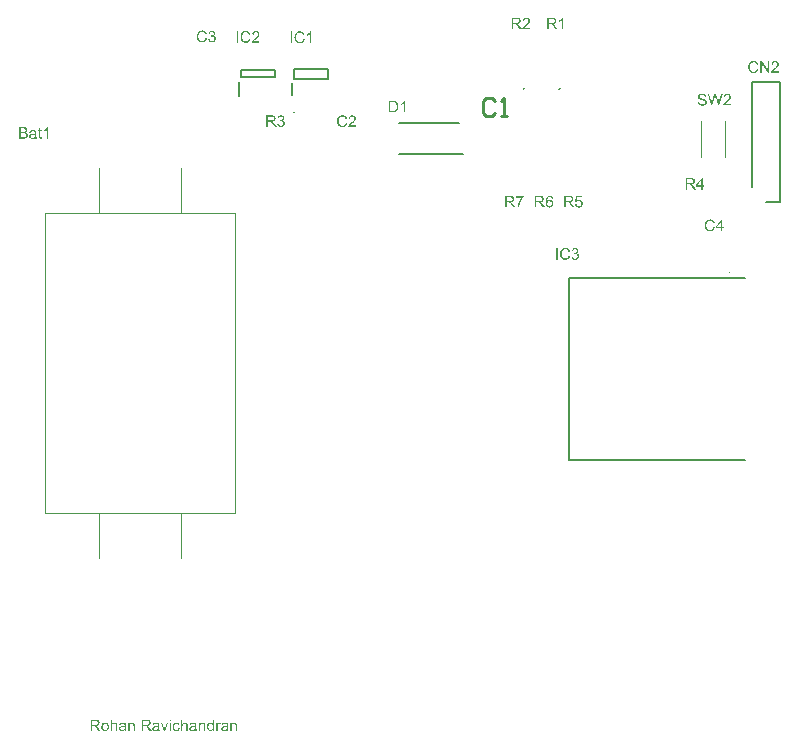
<source format=gto>
G04*
G04 #@! TF.GenerationSoftware,Altium Limited,Altium Designer,20.0.13 (296)*
G04*
G04 Layer_Color=65535*
%FSTAX42Y42*%
%MOMM*%
G71*
G01*
G75*
%ADD10C,0.10*%
%ADD11C,0.20*%
%ADD12C,0.25*%
G36*
X007477Y008385D02*
X007465D01*
Y008399D01*
X007477D01*
Y008385D01*
D02*
G37*
G36*
X007842Y008303D02*
X007831D01*
Y008311D01*
X007831Y008311D01*
X007831Y008311D01*
X00783Y00831D01*
X00783Y00831D01*
X007829Y008309D01*
X007828Y008308D01*
X007827Y008307D01*
X007826Y008306D01*
X007825Y008305D01*
X007824Y008304D01*
X007822Y008303D01*
X00782Y008303D01*
X007818Y008302D01*
X007816Y008302D01*
X007814Y008301D01*
X007812Y008301D01*
X007811D01*
X00781Y008301D01*
X007809Y008301D01*
X007807Y008302D01*
X007804Y008302D01*
X007802Y008303D01*
X007799Y008304D01*
X007796Y008306D01*
X007796D01*
X007796Y008306D01*
X007795Y008307D01*
X007794Y008308D01*
X007792Y008309D01*
X007791Y008311D01*
X007789Y008313D01*
X007787Y008316D01*
X007786Y008318D01*
Y008319D01*
X007785Y008319D01*
X007785Y008319D01*
X007785Y00832D01*
X007785Y008321D01*
X007784Y008322D01*
X007784Y008323D01*
X007784Y008324D01*
X007783Y008327D01*
X007782Y00833D01*
X007782Y008333D01*
X007782Y008337D01*
Y008337D01*
Y008338D01*
Y008338D01*
Y008339D01*
X007782Y00834D01*
Y008341D01*
X007782Y008344D01*
X007783Y008346D01*
X007783Y00835D01*
X007784Y008353D01*
X007785Y008356D01*
Y008356D01*
X007785Y008357D01*
X007786Y008357D01*
X007786Y008358D01*
X007787Y008359D01*
X007788Y008361D01*
X007789Y008363D01*
X007791Y008365D01*
X007793Y008367D01*
X007796Y008369D01*
X007796D01*
X007796Y008369D01*
X007796Y00837D01*
X007797Y00837D01*
X007798Y008371D01*
X0078Y008372D01*
X007802Y008372D01*
X007805Y008373D01*
X007808Y008374D01*
X007811Y008374D01*
X007812D01*
X007813Y008374D01*
X007815Y008373D01*
X007817Y008373D01*
X007819Y008373D01*
X00782Y008372D01*
X007822Y008371D01*
X007823Y008371D01*
X007823Y008371D01*
X007824Y00837D01*
X007825Y008369D01*
X007826Y008368D01*
X007828Y008367D01*
X007829Y008366D01*
X00783Y008364D01*
Y008399D01*
X007842D01*
Y008303D01*
D02*
G37*
G36*
X008015Y008374D02*
X008016Y008373D01*
X008018Y008373D01*
X00802Y008373D01*
X008022Y008372D01*
X008024Y008371D01*
X008024Y008371D01*
X008025Y008371D01*
X008026Y008371D01*
X008027Y00837D01*
X008028Y008369D01*
X00803Y008368D01*
X008031Y008367D01*
X008032Y008365D01*
X008032Y008365D01*
X008033Y008365D01*
X008033Y008364D01*
X008034Y008363D01*
X008034Y008362D01*
X008035Y00836D01*
X008035Y008359D01*
X008036Y008357D01*
Y008357D01*
X008036Y008356D01*
X008036Y008355D01*
X008036Y008354D01*
Y008353D01*
X008036Y008351D01*
X008037Y008348D01*
Y008345D01*
Y008303D01*
X008025D01*
Y008345D01*
Y008345D01*
Y008345D01*
Y008346D01*
Y008347D01*
X008025Y008349D01*
X008024Y008351D01*
X008024Y008352D01*
X008024Y008354D01*
X008023Y008356D01*
Y008356D01*
X008023Y008356D01*
X008023Y008357D01*
X008022Y008358D01*
X008022Y008359D01*
X008021Y008359D01*
X00802Y00836D01*
X008018Y008361D01*
X008018Y008361D01*
X008018Y008362D01*
X008017Y008362D01*
X008016Y008362D01*
X008015Y008363D01*
X008014Y008363D01*
X008012Y008363D01*
X00801Y008364D01*
X008009D01*
X008009Y008363D01*
X008008Y008363D01*
X008006Y008363D01*
X008004Y008362D01*
X008002Y008361D01*
X007999Y00836D01*
X007997Y008359D01*
X007997Y008358D01*
X007996Y008358D01*
X007996Y008357D01*
X007996Y008356D01*
X007995Y008356D01*
X007995Y008355D01*
X007994Y008354D01*
X007994Y008352D01*
X007993Y008351D01*
X007993Y008349D01*
X007992Y008347D01*
X007992Y008345D01*
X007992Y008343D01*
Y00834D01*
Y008303D01*
X00798D01*
Y008372D01*
X007991D01*
Y008362D01*
X007991Y008362D01*
X007991Y008363D01*
X007991Y008363D01*
X007992Y008364D01*
X007993Y008365D01*
X007994Y008366D01*
X007995Y008367D01*
X007996Y008368D01*
X007998Y008369D01*
X007999Y00837D01*
X008001Y008371D01*
X008003Y008372D01*
X008005Y008373D01*
X008008Y008373D01*
X00801Y008374D01*
X008013Y008374D01*
X008014D01*
X008015Y008374D01*
D02*
G37*
G36*
X007746D02*
X007748Y008373D01*
X00775Y008373D01*
X007752Y008373D01*
X007754Y008372D01*
X007756Y008371D01*
X007756Y008371D01*
X007757Y008371D01*
X007757Y008371D01*
X007759Y00837D01*
X00776Y008369D01*
X007761Y008368D01*
X007762Y008367D01*
X007764Y008365D01*
X007764Y008365D01*
X007764Y008365D01*
X007764Y008364D01*
X007765Y008363D01*
X007766Y008362D01*
X007766Y00836D01*
X007767Y008359D01*
X007767Y008357D01*
Y008357D01*
X007767Y008356D01*
X007768Y008355D01*
X007768Y008354D01*
Y008353D01*
X007768Y008351D01*
X007768Y008348D01*
Y008345D01*
Y008303D01*
X007756D01*
Y008345D01*
Y008345D01*
Y008345D01*
Y008346D01*
Y008347D01*
X007756Y008349D01*
X007756Y008351D01*
X007756Y008352D01*
X007755Y008354D01*
X007755Y008356D01*
Y008356D01*
X007755Y008356D01*
X007754Y008357D01*
X007754Y008358D01*
X007753Y008359D01*
X007752Y008359D01*
X007751Y00836D01*
X00775Y008361D01*
X00775Y008361D01*
X007749Y008362D01*
X007748Y008362D01*
X007748Y008362D01*
X007746Y008363D01*
X007745Y008363D01*
X007743Y008363D01*
X007742Y008364D01*
X007741D01*
X00774Y008363D01*
X007739Y008363D01*
X007737Y008363D01*
X007735Y008362D01*
X007733Y008361D01*
X007731Y00836D01*
X007729Y008359D01*
X007729Y008358D01*
X007728Y008358D01*
X007728Y008357D01*
X007727Y008356D01*
X007727Y008356D01*
X007726Y008355D01*
X007726Y008354D01*
X007725Y008352D01*
X007725Y008351D01*
X007724Y008349D01*
X007724Y008347D01*
X007724Y008345D01*
X007723Y008343D01*
Y00834D01*
Y008303D01*
X007712D01*
Y008372D01*
X007722D01*
Y008362D01*
X007722Y008362D01*
X007723Y008363D01*
X007723Y008363D01*
X007724Y008364D01*
X007724Y008365D01*
X007725Y008366D01*
X007726Y008367D01*
X007728Y008368D01*
X007729Y008369D01*
X007731Y00837D01*
X007733Y008371D01*
X007735Y008372D01*
X007737Y008373D01*
X007739Y008373D01*
X007742Y008374D01*
X007744Y008374D01*
X007745D01*
X007746Y008374D01*
D02*
G37*
G36*
X00715D02*
X007151Y008373D01*
X007153Y008373D01*
X007155Y008373D01*
X007157Y008372D01*
X007159Y008371D01*
X007159Y008371D01*
X00716Y008371D01*
X007161Y008371D01*
X007162Y00837D01*
X007163Y008369D01*
X007165Y008368D01*
X007166Y008367D01*
X007167Y008365D01*
X007167Y008365D01*
X007167Y008365D01*
X007168Y008364D01*
X007169Y008363D01*
X007169Y008362D01*
X00717Y00836D01*
X00717Y008359D01*
X007171Y008357D01*
Y008357D01*
X007171Y008356D01*
X007171Y008355D01*
X007171Y008354D01*
Y008353D01*
X007171Y008351D01*
X007171Y008348D01*
Y008345D01*
Y008303D01*
X00716D01*
Y008345D01*
Y008345D01*
Y008345D01*
Y008346D01*
Y008347D01*
X007159Y008349D01*
X007159Y008351D01*
X007159Y008352D01*
X007159Y008354D01*
X007158Y008356D01*
Y008356D01*
X007158Y008356D01*
X007158Y008357D01*
X007157Y008358D01*
X007156Y008359D01*
X007156Y008359D01*
X007154Y00836D01*
X007153Y008361D01*
X007153Y008361D01*
X007153Y008362D01*
X007152Y008362D01*
X007151Y008362D01*
X00715Y008363D01*
X007148Y008363D01*
X007147Y008363D01*
X007145Y008364D01*
X007144D01*
X007144Y008363D01*
X007142Y008363D01*
X007141Y008363D01*
X007139Y008362D01*
X007136Y008361D01*
X007134Y00836D01*
X007132Y008359D01*
X007132Y008358D01*
X007131Y008358D01*
X007131Y008357D01*
X007131Y008356D01*
X00713Y008356D01*
X00713Y008355D01*
X007129Y008354D01*
X007128Y008352D01*
X007128Y008351D01*
X007128Y008349D01*
X007127Y008347D01*
X007127Y008345D01*
X007127Y008343D01*
Y00834D01*
Y008303D01*
X007115D01*
Y008372D01*
X007126D01*
Y008362D01*
X007126Y008362D01*
X007126Y008363D01*
X007126Y008363D01*
X007127Y008364D01*
X007128Y008365D01*
X007129Y008366D01*
X00713Y008367D01*
X007131Y008368D01*
X007133Y008369D01*
X007134Y00837D01*
X007136Y008371D01*
X007138Y008372D01*
X00714Y008373D01*
X007142Y008373D01*
X007145Y008374D01*
X007148Y008374D01*
X007149D01*
X00715Y008374D01*
D02*
G37*
G36*
X007889D02*
X00789Y008373D01*
X007892Y008373D01*
X007894Y008372D01*
X007896Y008371D01*
X007898Y00837D01*
X007894Y008359D01*
X007894Y008359D01*
X007893Y008359D01*
X007893Y00836D01*
X007891Y00836D01*
X00789Y008361D01*
X007889Y008361D01*
X007887Y008361D01*
X007886Y008362D01*
X007885D01*
X007884Y008361D01*
X007883Y008361D01*
X007882Y008361D01*
X007881Y008361D01*
X00788Y00836D01*
X007879Y008359D01*
X007879Y008359D01*
X007878Y008359D01*
X007878Y008358D01*
X007877Y008358D01*
X007876Y008357D01*
X007876Y008355D01*
X007875Y008354D01*
X007874Y008353D01*
X007874Y008352D01*
X007874Y008352D01*
X007874Y00835D01*
X007873Y008349D01*
X007873Y008347D01*
X007873Y008344D01*
X007873Y008342D01*
X007872Y008339D01*
Y008303D01*
X007861D01*
Y008372D01*
X007871D01*
Y008362D01*
X007871Y008362D01*
X007872Y008363D01*
X007873Y008364D01*
X007874Y008366D01*
X007875Y008367D01*
X007876Y008369D01*
X007877Y00837D01*
X007879Y008371D01*
X007879Y008371D01*
X007879Y008372D01*
X00788Y008372D01*
X007881Y008373D01*
X007882Y008373D01*
X007883Y008373D01*
X007885Y008374D01*
X007886Y008374D01*
X007887D01*
X007889Y008374D01*
D02*
G37*
G36*
X007525D02*
X007526D01*
X007527Y008373D01*
X00753Y008373D01*
X007533Y008372D01*
X007536Y008371D01*
X007539Y00837D01*
X007542Y008368D01*
X007542D01*
X007542Y008368D01*
X007543Y008367D01*
X007544Y008366D01*
X007546Y008364D01*
X007547Y008362D01*
X007549Y008359D01*
X00755Y008356D01*
X007551Y008352D01*
X00754Y00835D01*
Y00835D01*
X007539Y00835D01*
X007539Y008351D01*
X007539Y008352D01*
X007538Y008354D01*
X007538Y008356D01*
X007536Y008357D01*
X007535Y008359D01*
X007534Y00836D01*
X007534Y008361D01*
X007533Y008361D01*
X007532Y008362D01*
X007531Y008362D01*
X007529Y008363D01*
X007528Y008364D01*
X007526Y008364D01*
X007524Y008364D01*
X007523D01*
X007522Y008364D01*
X007521Y008364D01*
X007519Y008363D01*
X007516Y008363D01*
X007514Y008361D01*
X007512Y00836D01*
X007511Y008359D01*
X007509Y008358D01*
Y008358D01*
X007509Y008357D01*
X007509Y008357D01*
X007509Y008356D01*
X007508Y008356D01*
X007508Y008355D01*
X007507Y008354D01*
X007507Y008353D01*
X007506Y008351D01*
X007506Y00835D01*
X007505Y008348D01*
X007505Y008346D01*
X007504Y008345D01*
X007504Y008342D01*
X007504Y00834D01*
Y008337D01*
Y008337D01*
Y008337D01*
Y008336D01*
X007504Y008335D01*
Y008334D01*
X007504Y008333D01*
X007505Y00833D01*
X007505Y008326D01*
X007506Y008323D01*
X007507Y00832D01*
X007508Y008318D01*
X007509Y008317D01*
X007509Y008317D01*
X00751Y008316D01*
X007511Y008315D01*
X007513Y008314D01*
X007515Y008313D01*
X007517Y008312D01*
X00752Y008311D01*
X007522Y008311D01*
X007523Y008311D01*
X007523D01*
X007524Y008311D01*
X007526Y008311D01*
X007527Y008311D01*
X007529Y008312D01*
X007531Y008313D01*
X007533Y008314D01*
X007535Y008315D01*
X007535Y008315D01*
X007535Y008316D01*
X007536Y008317D01*
X007537Y008318D01*
X007538Y00832D01*
X007539Y008322D01*
X00754Y008325D01*
X007541Y008328D01*
X007552Y008327D01*
Y008326D01*
X007552Y008326D01*
X007552Y008326D01*
X007552Y008325D01*
X007552Y008324D01*
X007551Y008322D01*
X00755Y00832D01*
X007549Y008317D01*
X007547Y008314D01*
X007545Y008311D01*
X007544Y008309D01*
X007542Y008308D01*
X007542Y008308D01*
X007542Y008307D01*
X007542Y008307D01*
X007541Y008307D01*
X00754Y008306D01*
X007539Y008306D01*
X007538Y008305D01*
X007537Y008304D01*
X007534Y008303D01*
X007531Y008302D01*
X007527Y008301D01*
X007525Y008301D01*
X007523Y008301D01*
X007522D01*
X007521Y008301D01*
X00752Y008301D01*
X007518Y008302D01*
X007517Y008302D01*
X007515Y008302D01*
X007511Y008303D01*
X00751Y008304D01*
X007508Y008305D01*
X007506Y008306D01*
X007504Y008307D01*
X007502Y008309D01*
X0075Y00831D01*
X0075Y008311D01*
X0075Y008311D01*
X0075Y008311D01*
X007499Y008312D01*
X007498Y008313D01*
X007498Y008314D01*
X007497Y008316D01*
X007496Y008317D01*
X007495Y008319D01*
X007495Y008321D01*
X007494Y008323D01*
X007493Y008326D01*
X007493Y008328D01*
X007492Y008331D01*
X007492Y008334D01*
X007492Y008337D01*
Y008337D01*
Y008338D01*
Y008338D01*
Y008339D01*
X007492Y00834D01*
Y008341D01*
X007492Y008342D01*
X007492Y008344D01*
X007493Y008347D01*
X007493Y00835D01*
X007494Y008354D01*
X007495Y008357D01*
Y008357D01*
X007496Y008357D01*
X007496Y008358D01*
X007496Y008358D01*
X007497Y00836D01*
X007498Y008362D01*
X0075Y008364D01*
X007502Y008366D01*
X007504Y008368D01*
X007507Y008369D01*
X007507D01*
X007507Y00837D01*
X007508Y00837D01*
X007508Y00837D01*
X007509Y00837D01*
X00751Y008371D01*
X007512Y008372D01*
X007514Y008372D01*
X007517Y008373D01*
X00752Y008374D01*
X007523Y008374D01*
X007525D01*
X007525Y008374D01*
D02*
G37*
G36*
X007428Y008303D02*
X007417D01*
X007391Y008372D01*
X007403D01*
X007418Y008331D01*
Y00833D01*
X007419Y00833D01*
X007419Y00833D01*
X007419Y008329D01*
X007419Y008328D01*
X00742Y008326D01*
X00742Y008324D01*
X007421Y008322D01*
X007422Y008319D01*
X007423Y008316D01*
X007423Y008317D01*
X007423Y008317D01*
X007424Y008319D01*
X007424Y00832D01*
X007425Y008322D01*
X007425Y008324D01*
X007426Y008327D01*
X007427Y00833D01*
X007443Y008372D01*
X007455D01*
X007428Y008303D01*
D02*
G37*
G36*
X007938Y008374D02*
X00794Y008373D01*
X007942Y008373D01*
X007945Y008373D01*
X007947Y008372D01*
X007949Y008372D01*
X00795Y008371D01*
X00795Y008371D01*
X007951Y008371D01*
X007952Y00837D01*
X007954Y008369D01*
X007955Y008368D01*
X007957Y008367D01*
X007958Y008366D01*
X007958Y008366D01*
X007958Y008366D01*
X007958Y008365D01*
X007959Y008364D01*
X00796Y008363D01*
X00796Y008362D01*
X007961Y00836D01*
X007961Y008358D01*
Y008358D01*
X007961Y008358D01*
X007961Y008357D01*
X007962Y008356D01*
Y008354D01*
X007962Y008353D01*
X007962Y00835D01*
Y008348D01*
Y008332D01*
Y008332D01*
Y008331D01*
Y00833D01*
Y008329D01*
Y008328D01*
Y008326D01*
X007962Y008323D01*
Y00832D01*
X007962Y008316D01*
X007962Y008315D01*
Y008313D01*
X007962Y008312D01*
X007963Y008311D01*
Y008311D01*
X007963Y00831D01*
X007963Y008309D01*
X007963Y008308D01*
X007964Y008307D01*
X007964Y008306D01*
X007965Y008304D01*
X007966Y008303D01*
X007953D01*
X007953Y008303D01*
X007953Y008303D01*
X007953Y008304D01*
X007952Y008305D01*
X007952Y008306D01*
X007952Y008308D01*
X007951Y00831D01*
X007951Y008311D01*
X007951D01*
X007951Y008311D01*
X00795Y00831D01*
X007949Y008309D01*
X007947Y008308D01*
X007945Y008307D01*
X007943Y008306D01*
X007941Y008304D01*
X007938Y008303D01*
X007938Y008303D01*
X007937Y008303D01*
X007936Y008303D01*
X007934Y008302D01*
X007932Y008302D01*
X00793Y008302D01*
X007928Y008301D01*
X007925Y008301D01*
X007924D01*
X007923Y008301D01*
X007922D01*
X007921Y008301D01*
X007919Y008302D01*
X007916Y008302D01*
X007913Y008303D01*
X00791Y008305D01*
X007908Y008307D01*
X007907Y008307D01*
X007907Y008308D01*
X007906Y008309D01*
X007905Y008311D01*
X007903Y008313D01*
X007902Y008315D01*
X007902Y008318D01*
X007902Y008319D01*
X007901Y008321D01*
Y008321D01*
Y008322D01*
X007902Y008323D01*
X007902Y008324D01*
X007902Y008326D01*
X007902Y008327D01*
X007903Y008329D01*
X007904Y00833D01*
X007904Y00833D01*
X007904Y008331D01*
X007905Y008332D01*
X007905Y008333D01*
X007906Y008334D01*
X007907Y008335D01*
X007908Y008336D01*
X00791Y008337D01*
X00791Y008337D01*
X00791Y008337D01*
X007911Y008338D01*
X007912Y008339D01*
X007914Y008339D01*
X007915Y00834D01*
X007917Y00834D01*
X007918Y008341D01*
X007919D01*
X007919Y008341D01*
X00792Y008341D01*
X007921Y008341D01*
X007922Y008342D01*
X007924Y008342D01*
X007926Y008342D01*
X007929Y008343D01*
X007929D01*
X007929Y008343D01*
X00793D01*
X007931Y008343D01*
X007932Y008343D01*
X007934Y008343D01*
X007935Y008344D01*
X007937Y008344D01*
X00794Y008345D01*
X007944Y008345D01*
X007947Y008346D01*
X007948Y008346D01*
X00795Y008347D01*
Y008347D01*
Y008347D01*
X00795Y008348D01*
Y008349D01*
Y00835D01*
Y00835D01*
Y00835D01*
Y00835D01*
Y008351D01*
X00795Y008352D01*
X00795Y008354D01*
X007949Y008356D01*
X007948Y008357D01*
X007948Y008359D01*
X007947Y00836D01*
X007946Y00836D01*
X007946Y008361D01*
X007945Y008361D01*
X007943Y008362D01*
X007941Y008363D01*
X007939Y008364D01*
X007936Y008364D01*
X007933Y008364D01*
X007932D01*
X00793Y008364D01*
X007928Y008364D01*
X007926Y008363D01*
X007924Y008363D01*
X007922Y008362D01*
X007921Y008361D01*
X007921Y008361D01*
X00792Y008361D01*
X007919Y00836D01*
X007919Y008359D01*
X007918Y008357D01*
X007917Y008356D01*
X007916Y008353D01*
X007915Y008351D01*
X007904Y008352D01*
Y008353D01*
X007904Y008353D01*
Y008353D01*
X007904Y008354D01*
X007904Y008355D01*
X007905Y008357D01*
X007905Y008359D01*
X007906Y00836D01*
X007907Y008362D01*
X007909Y008364D01*
X007909Y008364D01*
X007909Y008365D01*
X00791Y008366D01*
X007911Y008367D01*
X007913Y008368D01*
X007915Y008369D01*
X007917Y00837D01*
X007919Y008371D01*
X007919D01*
X007919Y008371D01*
X00792Y008372D01*
X00792Y008372D01*
X007922Y008372D01*
X007924Y008373D01*
X007926Y008373D01*
X007929Y008373D01*
X007932Y008374D01*
X007935Y008374D01*
X007936D01*
X007938Y008374D01*
D02*
G37*
G36*
X007669D02*
X007672Y008373D01*
X007674Y008373D01*
X007676Y008373D01*
X007679Y008372D01*
X007681Y008372D01*
X007681Y008371D01*
X007682Y008371D01*
X007683Y008371D01*
X007684Y00837D01*
X007685Y008369D01*
X007687Y008368D01*
X007688Y008367D01*
X007689Y008366D01*
X007689Y008366D01*
X00769Y008366D01*
X00769Y008365D01*
X007691Y008364D01*
X007691Y008363D01*
X007692Y008362D01*
X007692Y00836D01*
X007693Y008358D01*
Y008358D01*
X007693Y008358D01*
X007693Y008357D01*
X007693Y008356D01*
Y008354D01*
X007693Y008353D01*
X007693Y00835D01*
Y008348D01*
Y008332D01*
Y008332D01*
Y008331D01*
Y00833D01*
Y008329D01*
Y008328D01*
Y008326D01*
X007694Y008323D01*
Y00832D01*
X007694Y008316D01*
X007694Y008315D01*
Y008313D01*
X007694Y008312D01*
X007694Y008311D01*
Y008311D01*
X007694Y00831D01*
X007694Y008309D01*
X007695Y008308D01*
X007695Y008307D01*
X007696Y008306D01*
X007696Y008304D01*
X007697Y008303D01*
X007685D01*
X007685Y008303D01*
X007684Y008303D01*
X007684Y008304D01*
X007684Y008305D01*
X007683Y008306D01*
X007683Y008308D01*
X007683Y00831D01*
X007682Y008311D01*
X007682D01*
X007682Y008311D01*
X007681Y00831D01*
X00768Y008309D01*
X007678Y008308D01*
X007676Y008307D01*
X007674Y008306D01*
X007672Y008304D01*
X00767Y008303D01*
X007669Y008303D01*
X007669Y008303D01*
X007667Y008303D01*
X007666Y008302D01*
X007664Y008302D01*
X007662Y008302D01*
X007659Y008301D01*
X007657Y008301D01*
X007656D01*
X007655Y008301D01*
X007654D01*
X007653Y008301D01*
X00765Y008302D01*
X007647Y008302D01*
X007644Y008303D01*
X007642Y008305D01*
X007639Y008307D01*
X007639Y008307D01*
X007638Y008308D01*
X007637Y008309D01*
X007636Y008311D01*
X007635Y008313D01*
X007634Y008315D01*
X007633Y008318D01*
X007633Y008319D01*
X007633Y008321D01*
Y008321D01*
Y008322D01*
X007633Y008323D01*
X007633Y008324D01*
X007634Y008326D01*
X007634Y008327D01*
X007634Y008329D01*
X007635Y00833D01*
X007635Y00833D01*
X007636Y008331D01*
X007636Y008332D01*
X007637Y008333D01*
X007638Y008334D01*
X007639Y008335D01*
X00764Y008336D01*
X007641Y008337D01*
X007641Y008337D01*
X007642Y008337D01*
X007643Y008338D01*
X007644Y008339D01*
X007645Y008339D01*
X007647Y00834D01*
X007648Y00834D01*
X00765Y008341D01*
X00765D01*
X007651Y008341D01*
X007651Y008341D01*
X007653Y008341D01*
X007654Y008342D01*
X007656Y008342D01*
X007658Y008342D01*
X00766Y008343D01*
X00766D01*
X007661Y008343D01*
X007662D01*
X007663Y008343D01*
X007664Y008343D01*
X007665Y008343D01*
X007667Y008344D01*
X007668Y008344D01*
X007672Y008345D01*
X007675Y008345D01*
X007678Y008346D01*
X00768Y008346D01*
X007681Y008347D01*
Y008347D01*
Y008347D01*
X007681Y008348D01*
Y008349D01*
Y00835D01*
Y00835D01*
Y00835D01*
Y00835D01*
Y008351D01*
X007681Y008352D01*
X007681Y008354D01*
X007681Y008356D01*
X00768Y008357D01*
X007679Y008359D01*
X007678Y00836D01*
X007678Y00836D01*
X007677Y008361D01*
X007676Y008361D01*
X007675Y008362D01*
X007673Y008363D01*
X007671Y008364D01*
X007668Y008364D01*
X007665Y008364D01*
X007663D01*
X007662Y008364D01*
X00766Y008364D01*
X007658Y008363D01*
X007656Y008363D01*
X007654Y008362D01*
X007652Y008361D01*
X007652Y008361D01*
X007652Y008361D01*
X007651Y00836D01*
X00765Y008359D01*
X007649Y008357D01*
X007648Y008356D01*
X007647Y008353D01*
X007647Y008351D01*
X007635Y008352D01*
Y008353D01*
X007635Y008353D01*
Y008353D01*
X007635Y008354D01*
X007636Y008355D01*
X007636Y008357D01*
X007637Y008359D01*
X007638Y00836D01*
X007639Y008362D01*
X00764Y008364D01*
X00764Y008364D01*
X007641Y008365D01*
X007642Y008366D01*
X007643Y008367D01*
X007644Y008368D01*
X007646Y008369D01*
X007648Y00837D01*
X007651Y008371D01*
X007651D01*
X007651Y008371D01*
X007651Y008372D01*
X007652Y008372D01*
X007653Y008372D01*
X007655Y008373D01*
X007657Y008373D01*
X00766Y008373D01*
X007663Y008374D01*
X007666Y008374D01*
X007668D01*
X007669Y008374D01*
D02*
G37*
G36*
X007574Y008364D02*
X007574Y008364D01*
X007575Y008365D01*
X007575Y008365D01*
X007576Y008366D01*
X007576Y008366D01*
X007577Y008367D01*
X007579Y008368D01*
X00758Y008369D01*
X007581Y00837D01*
X007583Y008371D01*
X007586Y008372D01*
X007588Y008373D01*
X00759Y008373D01*
X007593Y008374D01*
X007595Y008374D01*
X007596D01*
X007598Y008374D01*
X007599Y008373D01*
X007601Y008373D01*
X007604Y008373D01*
X007606Y008372D01*
X007608Y008371D01*
X007608Y008371D01*
X007609Y00837D01*
X00761Y008369D01*
X007611Y008368D01*
X007613Y008367D01*
X007614Y008366D01*
X007615Y008364D01*
X007616Y008362D01*
X007616Y008362D01*
X007617Y008361D01*
X007617Y00836D01*
X007618Y008358D01*
X007618Y008356D01*
X007618Y008353D01*
X007619Y00835D01*
X007619Y008347D01*
Y008303D01*
X007607D01*
Y008347D01*
Y008347D01*
Y008347D01*
Y008348D01*
Y008348D01*
X007607Y00835D01*
X007607Y008352D01*
X007606Y008354D01*
X007605Y008356D01*
X007604Y008358D01*
X007603Y008359D01*
X007603Y00836D01*
X007602Y00836D01*
X007602Y008361D01*
X0076Y008362D01*
X007599Y008362D01*
X007597Y008363D01*
X007595Y008364D01*
X007592Y008364D01*
X007591D01*
X007591Y008364D01*
X007589Y008363D01*
X007588Y008363D01*
X007586Y008363D01*
X007584Y008362D01*
X007583Y008361D01*
X007582Y008361D01*
X007582Y00836D01*
X007581Y00836D01*
X00758Y008359D01*
X007579Y008358D01*
X007578Y008357D01*
X007577Y008355D01*
X007576Y008353D01*
X007576Y008353D01*
X007576Y008353D01*
X007576Y008351D01*
X007575Y00835D01*
X007575Y008348D01*
X007574Y008346D01*
X007574Y008344D01*
X007574Y008341D01*
Y008303D01*
X007562D01*
Y008399D01*
X007574D01*
Y008364D01*
D02*
G37*
G36*
X007477Y008303D02*
X007465D01*
Y008372D01*
X007477D01*
Y008303D01*
D02*
G37*
G36*
X007356Y008374D02*
X007358Y008373D01*
X007361Y008373D01*
X007363Y008373D01*
X007365Y008372D01*
X007368Y008372D01*
X007368Y008371D01*
X007368Y008371D01*
X007369Y008371D01*
X007371Y00837D01*
X007372Y008369D01*
X007373Y008368D01*
X007375Y008367D01*
X007376Y008366D01*
X007376Y008366D01*
X007376Y008366D01*
X007377Y008365D01*
X007377Y008364D01*
X007378Y008363D01*
X007378Y008362D01*
X007379Y00836D01*
X007379Y008358D01*
Y008358D01*
X00738Y008358D01*
X00738Y008357D01*
X00738Y008356D01*
Y008354D01*
X00738Y008353D01*
X00738Y00835D01*
Y008348D01*
Y008332D01*
Y008332D01*
Y008331D01*
Y00833D01*
Y008329D01*
Y008328D01*
Y008326D01*
X00738Y008323D01*
Y00832D01*
X00738Y008316D01*
X007381Y008315D01*
Y008313D01*
X007381Y008312D01*
X007381Y008311D01*
Y008311D01*
X007381Y00831D01*
X007381Y008309D01*
X007382Y008308D01*
X007382Y008307D01*
X007382Y008306D01*
X007383Y008304D01*
X007384Y008303D01*
X007371D01*
X007371Y008303D01*
X007371Y008303D01*
X007371Y008304D01*
X00737Y008305D01*
X00737Y008306D01*
X00737Y008308D01*
X007369Y00831D01*
X007369Y008311D01*
X007369D01*
X007369Y008311D01*
X007368Y00831D01*
X007367Y008309D01*
X007365Y008308D01*
X007363Y008307D01*
X007361Y008306D01*
X007359Y008304D01*
X007356Y008303D01*
X007356Y008303D01*
X007355Y008303D01*
X007354Y008303D01*
X007353Y008302D01*
X007351Y008302D01*
X007348Y008302D01*
X007346Y008301D01*
X007343Y008301D01*
X007342D01*
X007341Y008301D01*
X00734D01*
X007339Y008301D01*
X007337Y008302D01*
X007334Y008302D01*
X007331Y008303D01*
X007328Y008305D01*
X007326Y008307D01*
X007325Y008307D01*
X007325Y008308D01*
X007324Y008309D01*
X007323Y008311D01*
X007322Y008313D01*
X007321Y008315D01*
X00732Y008318D01*
X00732Y008319D01*
X00732Y008321D01*
Y008321D01*
Y008322D01*
X00732Y008323D01*
X00732Y008324D01*
X00732Y008326D01*
X007321Y008327D01*
X007321Y008329D01*
X007322Y00833D01*
X007322Y00833D01*
X007322Y008331D01*
X007323Y008332D01*
X007324Y008333D01*
X007324Y008334D01*
X007325Y008335D01*
X007327Y008336D01*
X007328Y008337D01*
X007328Y008337D01*
X007329Y008337D01*
X007329Y008338D01*
X00733Y008339D01*
X007332Y008339D01*
X007333Y00834D01*
X007335Y00834D01*
X007337Y008341D01*
X007337D01*
X007337Y008341D01*
X007338Y008341D01*
X007339Y008341D01*
X007341Y008342D01*
X007342Y008342D01*
X007344Y008342D01*
X007347Y008343D01*
X007347D01*
X007348Y008343D01*
X007348D01*
X007349Y008343D01*
X00735Y008343D01*
X007352Y008343D01*
X007353Y008344D01*
X007355Y008344D01*
X007358Y008345D01*
X007362Y008345D01*
X007365Y008346D01*
X007367Y008346D01*
X007368Y008347D01*
Y008347D01*
Y008347D01*
X007368Y008348D01*
Y008349D01*
Y00835D01*
Y00835D01*
Y00835D01*
Y00835D01*
Y008351D01*
X007368Y008352D01*
X007368Y008354D01*
X007367Y008356D01*
X007367Y008357D01*
X007366Y008359D01*
X007365Y00836D01*
X007365Y00836D01*
X007364Y008361D01*
X007363Y008361D01*
X007361Y008362D01*
X007359Y008363D01*
X007357Y008364D01*
X007354Y008364D01*
X007351Y008364D01*
X00735D01*
X007349Y008364D01*
X007347Y008364D01*
X007345Y008363D01*
X007343Y008363D01*
X007341Y008362D01*
X007339Y008361D01*
X007339Y008361D01*
X007338Y008361D01*
X007338Y00836D01*
X007337Y008359D01*
X007336Y008357D01*
X007335Y008356D01*
X007334Y008353D01*
X007333Y008351D01*
X007322Y008352D01*
Y008353D01*
X007322Y008353D01*
Y008353D01*
X007322Y008354D01*
X007322Y008355D01*
X007323Y008357D01*
X007324Y008359D01*
X007325Y00836D01*
X007326Y008362D01*
X007327Y008364D01*
X007327Y008364D01*
X007328Y008365D01*
X007328Y008366D01*
X00733Y008367D01*
X007331Y008368D01*
X007333Y008369D01*
X007335Y00837D01*
X007337Y008371D01*
X007337D01*
X007338Y008371D01*
X007338Y008372D01*
X007339Y008372D01*
X00734Y008372D01*
X007342Y008373D01*
X007344Y008373D01*
X007347Y008373D01*
X00735Y008374D01*
X007353Y008374D01*
X007355D01*
X007356Y008374D01*
D02*
G37*
G36*
X007274Y008398D02*
X007275D01*
X007278Y008398D01*
X007281Y008398D01*
X007285Y008397D01*
X007288Y008397D01*
X007289Y008396D01*
X007291Y008396D01*
X007291D01*
X007291Y008396D01*
X007292Y008395D01*
X007293Y008395D01*
X007294Y008394D01*
X007296Y008393D01*
X007298Y008391D01*
X0073Y008389D01*
X007301Y008387D01*
Y008387D01*
X007301Y008387D01*
X007302Y008386D01*
X007302Y008384D01*
X007303Y008383D01*
X007304Y00838D01*
X007305Y008378D01*
X007305Y008375D01*
X007305Y008372D01*
Y008372D01*
Y008372D01*
Y008371D01*
X007305Y008371D01*
Y00837D01*
X007305Y008369D01*
X007304Y008366D01*
X007304Y008364D01*
X007302Y008361D01*
X007301Y008358D01*
X0073Y008356D01*
X007299Y008355D01*
X007298Y008355D01*
X007298Y008355D01*
X007298Y008354D01*
X007297Y008354D01*
X007297Y008353D01*
X007296Y008353D01*
X007295Y008352D01*
X007294Y008351D01*
X007292Y008351D01*
X007291Y00835D01*
X007289Y008349D01*
X007287Y008348D01*
X007285Y008348D01*
X007283Y008347D01*
X007281Y008347D01*
X007278Y008346D01*
X007278Y008346D01*
X007279Y008346D01*
X00728Y008345D01*
X007281Y008345D01*
X007283Y008343D01*
X007285Y008342D01*
X007286Y008341D01*
X007286Y008341D01*
X007287Y00834D01*
X007288Y008339D01*
X007289Y008338D01*
X007291Y008336D01*
X007293Y008334D01*
X007294Y008331D01*
X007296Y008329D01*
X007313Y008303D01*
X007297D01*
X007284Y008323D01*
Y008323D01*
X007284Y008323D01*
X007284Y008323D01*
X007283Y008324D01*
X007283Y008326D01*
X007281Y008327D01*
X00728Y00833D01*
X007278Y008332D01*
X007277Y008334D01*
X007275Y008336D01*
X007275Y008336D01*
X007275Y008336D01*
X007274Y008337D01*
X007273Y008338D01*
X007271Y00834D01*
X00727Y008341D01*
X007269Y008342D01*
X007269Y008342D01*
X007268Y008342D01*
X007268Y008343D01*
X007267Y008343D01*
X007266Y008344D01*
X007265Y008344D01*
X007263Y008345D01*
X007263D01*
X007263Y008345D01*
X007262D01*
X007261Y008345D01*
X00726Y008345D01*
X007259D01*
X007258Y008345D01*
X007241D01*
Y008303D01*
X007229D01*
Y008399D01*
X007273D01*
X007274Y008398D01*
D02*
G37*
G36*
X007073Y008374D02*
X007075Y008373D01*
X007077Y008373D01*
X00708Y008373D01*
X007082Y008372D01*
X007084Y008372D01*
X007084Y008371D01*
X007085Y008371D01*
X007086Y008371D01*
X007087Y00837D01*
X007089Y008369D01*
X00709Y008368D01*
X007091Y008367D01*
X007093Y008366D01*
X007093Y008366D01*
X007093Y008366D01*
X007093Y008365D01*
X007094Y008364D01*
X007095Y008363D01*
X007095Y008362D01*
X007096Y00836D01*
X007096Y008358D01*
Y008358D01*
X007096Y008358D01*
X007096Y008357D01*
X007097Y008356D01*
Y008354D01*
X007097Y008353D01*
X007097Y00835D01*
Y008348D01*
Y008332D01*
Y008332D01*
Y008331D01*
Y00833D01*
Y008329D01*
Y008328D01*
Y008326D01*
X007097Y008323D01*
Y00832D01*
X007097Y008316D01*
X007097Y008315D01*
Y008313D01*
X007097Y008312D01*
X007097Y008311D01*
Y008311D01*
X007098Y00831D01*
X007098Y008309D01*
X007098Y008308D01*
X007098Y008307D01*
X007099Y008306D01*
X0071Y008304D01*
X0071Y008303D01*
X007088D01*
X007088Y008303D01*
X007088Y008303D01*
X007088Y008304D01*
X007087Y008305D01*
X007087Y008306D01*
X007086Y008308D01*
X007086Y00831D01*
X007086Y008311D01*
X007086D01*
X007086Y008311D01*
X007085Y00831D01*
X007083Y008309D01*
X007082Y008308D01*
X00708Y008307D01*
X007078Y008306D01*
X007075Y008304D01*
X007073Y008303D01*
X007073Y008303D01*
X007072Y008303D01*
X007071Y008303D01*
X007069Y008302D01*
X007067Y008302D01*
X007065Y008302D01*
X007063Y008301D01*
X00706Y008301D01*
X007059D01*
X007058Y008301D01*
X007057D01*
X007056Y008301D01*
X007054Y008302D01*
X007051Y008302D01*
X007048Y008303D01*
X007045Y008305D01*
X007042Y008307D01*
X007042Y008307D01*
X007041Y008308D01*
X00704Y008309D01*
X007039Y008311D01*
X007038Y008313D01*
X007037Y008315D01*
X007037Y008318D01*
X007036Y008319D01*
X007036Y008321D01*
Y008321D01*
Y008322D01*
X007036Y008323D01*
X007037Y008324D01*
X007037Y008326D01*
X007037Y008327D01*
X007038Y008329D01*
X007039Y00833D01*
X007039Y00833D01*
X007039Y008331D01*
X00704Y008332D01*
X00704Y008333D01*
X007041Y008334D01*
X007042Y008335D01*
X007043Y008336D01*
X007045Y008337D01*
X007045Y008337D01*
X007045Y008337D01*
X007046Y008338D01*
X007047Y008339D01*
X007048Y008339D01*
X00705Y00834D01*
X007051Y00834D01*
X007053Y008341D01*
X007053D01*
X007054Y008341D01*
X007055Y008341D01*
X007056Y008341D01*
X007057Y008342D01*
X007059Y008342D01*
X007061Y008342D01*
X007064Y008343D01*
X007064D01*
X007064Y008343D01*
X007065D01*
X007066Y008343D01*
X007067Y008343D01*
X007069Y008343D01*
X00707Y008344D01*
X007072Y008344D01*
X007075Y008345D01*
X007079Y008345D01*
X007082Y008346D01*
X007083Y008346D01*
X007085Y008347D01*
Y008347D01*
Y008347D01*
X007085Y008348D01*
Y008349D01*
Y00835D01*
Y00835D01*
Y00835D01*
Y00835D01*
Y008351D01*
X007085Y008352D01*
X007084Y008354D01*
X007084Y008356D01*
X007083Y008357D01*
X007083Y008359D01*
X007081Y00836D01*
X007081Y00836D01*
X007081Y008361D01*
X007079Y008361D01*
X007078Y008362D01*
X007076Y008363D01*
X007074Y008364D01*
X007071Y008364D01*
X007068Y008364D01*
X007067D01*
X007065Y008364D01*
X007063Y008364D01*
X007061Y008363D01*
X007059Y008363D01*
X007057Y008362D01*
X007056Y008361D01*
X007055Y008361D01*
X007055Y008361D01*
X007054Y00836D01*
X007053Y008359D01*
X007053Y008357D01*
X007052Y008356D01*
X007051Y008353D01*
X00705Y008351D01*
X007038Y008352D01*
Y008353D01*
X007039Y008353D01*
Y008353D01*
X007039Y008354D01*
X007039Y008355D01*
X00704Y008357D01*
X00704Y008359D01*
X007041Y00836D01*
X007042Y008362D01*
X007044Y008364D01*
X007044Y008364D01*
X007044Y008365D01*
X007045Y008366D01*
X007046Y008367D01*
X007048Y008368D01*
X00705Y008369D01*
X007052Y00837D01*
X007054Y008371D01*
X007054D01*
X007054Y008371D01*
X007055Y008372D01*
X007055Y008372D01*
X007057Y008372D01*
X007059Y008373D01*
X007061Y008373D01*
X007064Y008373D01*
X007066Y008374D01*
X00707Y008374D01*
X007071D01*
X007073Y008374D01*
D02*
G37*
G36*
X006978Y008364D02*
X006978Y008364D01*
X006978Y008365D01*
X006978Y008365D01*
X006979Y008366D01*
X00698Y008366D01*
X006981Y008367D01*
X006982Y008368D01*
X006983Y008369D01*
X006985Y00837D01*
X006986Y008371D01*
X00699Y008372D01*
X006992Y008373D01*
X006994Y008373D01*
X006996Y008374D01*
X006998Y008374D01*
X006999D01*
X007001Y008374D01*
X007003Y008373D01*
X007005Y008373D01*
X007007Y008373D01*
X007009Y008372D01*
X007012Y008371D01*
X007012Y008371D01*
X007012Y00837D01*
X007013Y008369D01*
X007015Y008368D01*
X007016Y008367D01*
X007017Y008366D01*
X007019Y008364D01*
X00702Y008362D01*
X00702Y008362D01*
X00702Y008361D01*
X007021Y00836D01*
X007021Y008358D01*
X007021Y008356D01*
X007022Y008353D01*
X007022Y00835D01*
X007022Y008347D01*
Y008303D01*
X00701D01*
Y008347D01*
Y008347D01*
Y008347D01*
Y008348D01*
Y008348D01*
X00701Y00835D01*
X00701Y008352D01*
X007009Y008354D01*
X007009Y008356D01*
X007008Y008358D01*
X007007Y008359D01*
X007006Y00836D01*
X007006Y00836D01*
X007005Y008361D01*
X007004Y008362D01*
X007002Y008362D01*
X007Y008363D01*
X006998Y008364D01*
X006996Y008364D01*
X006995D01*
X006994Y008364D01*
X006993Y008363D01*
X006991Y008363D01*
X006989Y008363D01*
X006988Y008362D01*
X006986Y008361D01*
X006986Y008361D01*
X006985Y00836D01*
X006984Y00836D01*
X006984Y008359D01*
X006982Y008358D01*
X006981Y008357D01*
X00698Y008355D01*
X006979Y008353D01*
X006979Y008353D01*
X006979Y008353D01*
X006979Y008351D01*
X006979Y00835D01*
X006978Y008348D01*
X006978Y008346D01*
X006978Y008344D01*
X006978Y008341D01*
Y008303D01*
X006966D01*
Y008399D01*
X006978D01*
Y008364D01*
D02*
G37*
G36*
X006842Y008398D02*
X006843D01*
X006846Y008398D01*
X006849Y008398D01*
X006852Y008397D01*
X006855Y008397D01*
X006857Y008396D01*
X006858Y008396D01*
X006858D01*
X006858Y008396D01*
X006859Y008395D01*
X00686Y008395D01*
X006862Y008394D01*
X006864Y008393D01*
X006865Y008391D01*
X006867Y008389D01*
X006869Y008387D01*
Y008387D01*
X006869Y008387D01*
X006869Y008386D01*
X00687Y008384D01*
X006871Y008383D01*
X006871Y00838D01*
X006872Y008378D01*
X006873Y008375D01*
X006873Y008372D01*
Y008372D01*
Y008372D01*
Y008371D01*
X006873Y008371D01*
Y00837D01*
X006872Y008369D01*
X006872Y008366D01*
X006871Y008364D01*
X00687Y008361D01*
X006868Y008358D01*
X006867Y008356D01*
X006866Y008355D01*
X006866Y008355D01*
X006866Y008355D01*
X006865Y008354D01*
X006865Y008354D01*
X006864Y008353D01*
X006863Y008353D01*
X006862Y008352D01*
X006861Y008351D01*
X00686Y008351D01*
X006858Y00835D01*
X006856Y008349D01*
X006855Y008348D01*
X006853Y008348D01*
X006851Y008347D01*
X006848Y008347D01*
X006846Y008346D01*
X006846Y008346D01*
X006846Y008346D01*
X006847Y008345D01*
X006848Y008345D01*
X006851Y008343D01*
X006852Y008342D01*
X006853Y008341D01*
X006854Y008341D01*
X006854Y00834D01*
X006855Y008339D01*
X006857Y008338D01*
X006858Y008336D01*
X00686Y008334D01*
X006862Y008331D01*
X006864Y008329D01*
X00688Y008303D01*
X006865D01*
X006852Y008323D01*
Y008323D01*
X006852Y008323D01*
X006851Y008323D01*
X006851Y008324D01*
X00685Y008326D01*
X006849Y008327D01*
X006847Y00833D01*
X006846Y008332D01*
X006844Y008334D01*
X006843Y008336D01*
X006843Y008336D01*
X006842Y008336D01*
X006841Y008337D01*
X006841Y008338D01*
X006838Y00834D01*
X006837Y008341D01*
X006836Y008342D01*
X006836Y008342D01*
X006836Y008342D01*
X006835Y008343D01*
X006834Y008343D01*
X006834Y008344D01*
X006833Y008344D01*
X00683Y008345D01*
X00683D01*
X00683Y008345D01*
X006829D01*
X006829Y008345D01*
X006828Y008345D01*
X006827D01*
X006825Y008345D01*
X006809D01*
Y008303D01*
X006796D01*
Y008399D01*
X006841D01*
X006842Y008398D01*
D02*
G37*
G36*
X006922Y008374D02*
X006923Y008373D01*
X006924Y008373D01*
X006926Y008373D01*
X006928Y008373D01*
X006931Y008371D01*
X006933Y008371D01*
X006935Y00837D01*
X006937Y008369D01*
X006939Y008367D01*
X006941Y008366D01*
X006943Y008364D01*
X006943Y008364D01*
X006943Y008364D01*
X006944Y008363D01*
X006944Y008363D01*
X006945Y008362D01*
X006946Y00836D01*
X006946Y008359D01*
X006947Y008358D01*
X006948Y008356D01*
X006949Y008354D01*
X00695Y008352D01*
X00695Y008349D01*
X006951Y008347D01*
X006951Y008344D01*
X006952Y008341D01*
X006952Y008338D01*
Y008338D01*
Y008338D01*
Y008337D01*
Y008336D01*
X006952Y008335D01*
X006952Y008334D01*
Y008332D01*
X006951Y008331D01*
X006951Y008327D01*
X00695Y008324D01*
X006949Y00832D01*
X006948Y008317D01*
Y008317D01*
X006948Y008317D01*
X006947Y008316D01*
X006947Y008316D01*
X006946Y008315D01*
X006945Y008313D01*
X006943Y008311D01*
X006941Y008309D01*
X006939Y008307D01*
X006936Y008305D01*
X006936D01*
X006936Y008305D01*
X006935Y008305D01*
X006935Y008305D01*
X006934Y008304D01*
X006933Y008304D01*
X006931Y008303D01*
X006929Y008302D01*
X006926Y008302D01*
X006923Y008301D01*
X006919Y008301D01*
X006918D01*
X006917Y008301D01*
X006916Y008301D01*
X006914Y008302D01*
X006912Y008302D01*
X006911Y008302D01*
X006907Y008303D01*
X006905Y008304D01*
X006903Y008305D01*
X006901Y008306D01*
X006899Y008307D01*
X006897Y008309D01*
X006896Y00831D01*
X006895Y008311D01*
X006895Y008311D01*
X006895Y008311D01*
X006894Y008312D01*
X006893Y008313D01*
X006893Y008314D01*
X006892Y008316D01*
X006891Y008317D01*
X00689Y008319D01*
X006889Y008321D01*
X006889Y008323D01*
X006888Y008326D01*
X006888Y008328D01*
X006887Y008331D01*
X006887Y008334D01*
X006887Y008337D01*
Y008338D01*
Y008338D01*
X006887Y008339D01*
Y008341D01*
X006887Y008342D01*
X006887Y008344D01*
X006888Y008346D01*
X006888Y008348D01*
X006889Y00835D01*
X006889Y008353D01*
X00689Y008355D01*
X006891Y008358D01*
X006892Y00836D01*
X006894Y008362D01*
X006895Y008364D01*
X006897Y008366D01*
X006898Y008366D01*
X006898Y008366D01*
X006898Y008367D01*
X006899Y008367D01*
X0069Y008368D01*
X006901Y008368D01*
X006902Y008369D01*
X006903Y00837D01*
X006905Y008371D01*
X006907Y008371D01*
X00691Y008373D01*
X006915Y008373D01*
X006917Y008374D01*
X006919Y008374D01*
X006921D01*
X006922Y008374D01*
D02*
G37*
G36*
X012413Y013975D02*
X012414Y013975D01*
X012416Y013975D01*
X012417Y013975D01*
X012419Y013974D01*
X012423Y013973D01*
X012427Y013972D01*
X012429Y013971D01*
X012431Y01397D01*
X012433Y013969D01*
X012435Y013968D01*
X012435Y013968D01*
X012436Y013968D01*
X012436Y013967D01*
X012437Y013966D01*
X012438Y013966D01*
X012439Y013965D01*
X01244Y013964D01*
X012441Y013962D01*
X012442Y013961D01*
X012443Y013959D01*
X012444Y013958D01*
X012445Y013956D01*
X012446Y013954D01*
X012448Y013952D01*
X012448Y013949D01*
X012449Y013947D01*
X012437Y013944D01*
Y013944D01*
X012436Y013944D01*
X012436Y013945D01*
X012436Y013946D01*
X012436Y013946D01*
X012435Y013947D01*
X012434Y01395D01*
X012433Y013952D01*
X012431Y013955D01*
X012429Y013957D01*
X012427Y013959D01*
X012426Y01396D01*
X012425Y01396D01*
X012424Y013961D01*
X012422Y013962D01*
X01242Y013963D01*
X012417Y013964D01*
X012414Y013964D01*
X01241Y013964D01*
X012409D01*
X012409Y013964D01*
X012408D01*
X012406Y013964D01*
X012404Y013964D01*
X012401Y013963D01*
X012398Y013962D01*
X012394Y013961D01*
X012392Y013959D01*
X012391D01*
X012391Y013958D01*
X01239Y013958D01*
X012389Y013957D01*
X012387Y013955D01*
X012386Y013953D01*
X012384Y01395D01*
X012382Y013947D01*
X012381Y013944D01*
Y013944D01*
X012381Y013944D01*
X012381Y013943D01*
X012381Y013943D01*
X01238Y013942D01*
X01238Y013941D01*
X01238Y013938D01*
X012379Y013936D01*
X012378Y013933D01*
X012378Y013929D01*
X012378Y013926D01*
Y013925D01*
Y013925D01*
Y013924D01*
Y013923D01*
X012378Y013922D01*
Y013921D01*
X012378Y01392D01*
X012378Y013918D01*
X012379Y013915D01*
X01238Y013911D01*
X01238Y013907D01*
X012381Y013904D01*
Y013904D01*
X012382Y013903D01*
X012382Y013903D01*
X012382Y013902D01*
X012383Y013901D01*
X012384Y013899D01*
X012386Y013896D01*
X012388Y013894D01*
X01239Y013892D01*
X012393Y01389D01*
X012393D01*
X012393Y01389D01*
X012394Y013889D01*
X012394Y013889D01*
X012395Y013889D01*
X012396Y013888D01*
X012398Y013888D01*
X0124Y013887D01*
X012403Y013886D01*
X012406Y013885D01*
X012409Y013885D01*
X01241D01*
X012411Y013885D01*
X012412D01*
X012413Y013886D01*
X012416Y013886D01*
X012419Y013887D01*
X012422Y013888D01*
X012425Y01389D01*
X012426Y01389D01*
X012428Y013892D01*
X012428Y013892D01*
X012428Y013892D01*
X012428Y013892D01*
X012429Y013893D01*
X01243Y013893D01*
X01243Y013894D01*
X012431Y013895D01*
X012432Y013896D01*
X012433Y013897D01*
X012434Y013899D01*
X012435Y0139D01*
X012435Y013902D01*
X012436Y013904D01*
X012437Y013906D01*
X012437Y013908D01*
X012438Y01391D01*
X012451Y013907D01*
Y013907D01*
X012451Y013906D01*
X012451Y013905D01*
X01245Y013904D01*
X01245Y013903D01*
X012449Y013901D01*
X012448Y0139D01*
X012448Y013898D01*
X012446Y013894D01*
X012443Y01389D01*
X012442Y013888D01*
X01244Y013886D01*
X012438Y013884D01*
X012436Y013883D01*
X012436Y013883D01*
X012436Y013882D01*
X012435Y013882D01*
X012435Y013881D01*
X012433Y013881D01*
X012432Y01388D01*
X012431Y013879D01*
X012429Y013879D01*
X012427Y013878D01*
X012425Y013877D01*
X012423Y013876D01*
X012421Y013876D01*
X012419Y013875D01*
X012416Y013875D01*
X012413Y013874D01*
X012411Y013874D01*
X012409D01*
X012408Y013874D01*
X012407D01*
X012405Y013875D01*
X012403Y013875D01*
X012401Y013875D01*
X012397Y013876D01*
X012393Y013877D01*
X012389Y013879D01*
X012387Y01388D01*
X012385Y013881D01*
X012385Y013881D01*
X012384Y013881D01*
X012384Y013881D01*
X012383Y013882D01*
X012382Y013883D01*
X012381Y013883D01*
X01238Y013884D01*
X012379Y013885D01*
X012378Y013887D01*
X012377Y013888D01*
X012374Y013891D01*
X012372Y013895D01*
X01237Y013899D01*
Y013899D01*
X01237Y0139D01*
X012369Y013901D01*
X012369Y013901D01*
X012369Y013903D01*
X012368Y013904D01*
X012368Y013905D01*
X012367Y013907D01*
X012367Y013909D01*
X012366Y013911D01*
X012366Y013915D01*
X012365Y01392D01*
X012365Y013926D01*
Y013926D01*
Y013926D01*
Y013927D01*
X012365Y013928D01*
Y013929D01*
X012365Y013931D01*
X012365Y013933D01*
X012365Y013935D01*
X012366Y013939D01*
X012367Y013943D01*
X012369Y013948D01*
X012371Y013952D01*
X012371Y013952D01*
X012371Y013953D01*
X012371Y013953D01*
X012372Y013954D01*
X012372Y013955D01*
X012373Y013956D01*
X012375Y013958D01*
X012377Y013961D01*
X01238Y013964D01*
X012383Y013967D01*
X012387Y013969D01*
X012387Y013969D01*
X012388Y01397D01*
X012388Y01397D01*
X012389Y01397D01*
X01239Y013971D01*
X012391Y013971D01*
X012392Y013972D01*
X012394Y013972D01*
X012396Y013973D01*
X012398Y013973D01*
X012402Y013974D01*
X012406Y013975D01*
X012411Y013975D01*
X012412D01*
X012413Y013975D01*
D02*
G37*
G36*
X012544Y013876D02*
X01253D01*
X012479Y013953D01*
Y013876D01*
X012467D01*
Y013974D01*
X01248D01*
X012531Y013897D01*
Y013974D01*
X012544D01*
Y013876D01*
D02*
G37*
G36*
X012595Y013974D02*
X012596Y013974D01*
X012598Y013974D01*
X012599Y013973D01*
X012601Y013973D01*
X012604Y013972D01*
X012608Y013971D01*
X01261Y01397D01*
X012612Y013969D01*
X012613Y013968D01*
X012615Y013966D01*
X012615Y013966D01*
X012615Y013966D01*
X012616Y013965D01*
X012616Y013965D01*
X012617Y013964D01*
X012618Y013963D01*
X012618Y013962D01*
X012619Y013961D01*
X012621Y013958D01*
X012622Y013955D01*
X012623Y013953D01*
X012623Y013951D01*
X012623Y013949D01*
X012623Y013947D01*
Y013947D01*
Y013946D01*
X012623Y013945D01*
X012623Y013943D01*
X012623Y013942D01*
X012622Y01394D01*
X012622Y013937D01*
X012621Y013935D01*
X012621Y013935D01*
X01262Y013934D01*
X01262Y013933D01*
X012619Y013932D01*
X012618Y01393D01*
X012616Y013928D01*
X012615Y013926D01*
X012613Y013923D01*
X012612Y013923D01*
X012612Y013922D01*
X012611Y013922D01*
X01261Y013921D01*
X012609Y01392D01*
X012608Y013919D01*
X012607Y013918D01*
X012606Y013916D01*
X012604Y013915D01*
X012603Y013914D01*
X012601Y013912D01*
X012599Y01391D01*
X012597Y013908D01*
X012594Y013906D01*
X012594Y013906D01*
X012594Y013906D01*
X012593Y013905D01*
X012593Y013905D01*
X012592Y013904D01*
X012591Y013903D01*
X012589Y013901D01*
X012586Y013899D01*
X012584Y013897D01*
X012582Y013895D01*
X012581Y013895D01*
X01258Y013894D01*
X01258Y013894D01*
X01258Y013893D01*
X012579Y013893D01*
X012579Y013892D01*
X012578Y013891D01*
X012577Y01389D01*
X012575Y013888D01*
X012623D01*
Y013876D01*
X012559D01*
Y013876D01*
Y013877D01*
Y013878D01*
X012559Y013879D01*
X012559Y01388D01*
X012559Y013881D01*
X01256Y013883D01*
X01256Y013884D01*
Y013884D01*
X01256Y013885D01*
X012561Y013885D01*
X012561Y013887D01*
X012562Y013888D01*
X012563Y01389D01*
X012564Y013893D01*
X012566Y013895D01*
X012568Y013897D01*
Y013897D01*
X012568Y013898D01*
X012569Y013898D01*
X01257Y0139D01*
X012572Y013902D01*
X012574Y013904D01*
X012577Y013906D01*
X01258Y013909D01*
X012584Y013912D01*
X012584Y013912D01*
X012584Y013913D01*
X012585Y013913D01*
X012586Y013914D01*
X012587Y013915D01*
X012589Y013916D01*
X012591Y013918D01*
X012592Y013919D01*
X012596Y013923D01*
X012599Y013926D01*
X012601Y013928D01*
X012603Y01393D01*
X012604Y013931D01*
X012605Y013933D01*
Y013933D01*
X012605Y013933D01*
X012606Y013933D01*
X012606Y013934D01*
X012607Y013936D01*
X012608Y013937D01*
X012609Y01394D01*
X01261Y013942D01*
X012611Y013945D01*
X012611Y013947D01*
Y013947D01*
Y013947D01*
X012611Y013948D01*
X012611Y01395D01*
X01261Y013951D01*
X01261Y013953D01*
X012609Y013955D01*
X012607Y013957D01*
X012606Y013959D01*
X012605Y013959D01*
X012605Y01396D01*
X012604Y013961D01*
X012602Y013962D01*
X0126Y013963D01*
X012598Y013963D01*
X012595Y013964D01*
X012592Y013964D01*
X012592D01*
X012591Y013964D01*
X012589Y013964D01*
X012587Y013963D01*
X012585Y013963D01*
X012583Y013962D01*
X012581Y013961D01*
X012578Y013959D01*
X012578Y013959D01*
X012578Y013958D01*
X012577Y013957D01*
X012576Y013955D01*
X012575Y013953D01*
X012574Y013951D01*
X012573Y013948D01*
X012573Y013945D01*
X012561Y013946D01*
Y013946D01*
X012561Y013946D01*
Y013947D01*
X012561Y013948D01*
X012562Y013949D01*
X012562Y01395D01*
X012562Y013952D01*
X012563Y013954D01*
X012564Y013957D01*
X012565Y01396D01*
X012566Y013962D01*
X012568Y013964D01*
X012569Y013965D01*
X01257Y013967D01*
X012571Y013967D01*
X012571Y013967D01*
X012571Y013967D01*
X012572Y013968D01*
X012573Y013968D01*
X012574Y013969D01*
X012575Y01397D01*
X012576Y01397D01*
X012578Y013971D01*
X01258Y013972D01*
X012581Y013972D01*
X012583Y013973D01*
X012585Y013973D01*
X012588Y013974D01*
X01259Y013974D01*
X012593Y013974D01*
X012594D01*
X012595Y013974D01*
D02*
G37*
G36*
X011977Y013698D02*
X011978D01*
X011981Y013698D01*
X011984Y013698D01*
X011987Y013697D01*
X01199Y013696D01*
X011993Y013695D01*
X011993D01*
X011994Y013695D01*
X011994Y013694D01*
X011995Y013694D01*
X011996Y013693D01*
X011998Y013692D01*
X012Y013691D01*
X012002Y013689D01*
X012004Y013687D01*
X012006Y013684D01*
Y013684D01*
X012006Y013684D01*
X012006Y013684D01*
X012007Y013683D01*
X012007Y013682D01*
X012008Y01368D01*
X012009Y013678D01*
X01201Y013675D01*
X012011Y013672D01*
X012011Y013669D01*
X011999Y013668D01*
Y013668D01*
Y013669D01*
X011998Y013669D01*
X011998Y01367D01*
X011998Y013671D01*
X011997Y013673D01*
X011996Y013676D01*
X011995Y013678D01*
X011994Y01368D01*
X011992Y013682D01*
X011991Y013682D01*
X011991Y013683D01*
X011989Y013684D01*
X011987Y013684D01*
X011985Y013685D01*
X011982Y013686D01*
X011979Y013687D01*
X011975Y013687D01*
X011973D01*
X011972Y013687D01*
X011971Y013687D01*
X011968Y013686D01*
X011965Y013686D01*
X011963Y013685D01*
X01196Y013684D01*
X011959Y013683D01*
X011958Y013682D01*
X011957Y013682D01*
X011957Y013682D01*
X011956Y013681D01*
X011955Y01368D01*
X011954Y013678D01*
X011953Y013676D01*
X011953Y013674D01*
X011952Y013672D01*
Y013672D01*
Y013671D01*
X011953Y01367D01*
X011953Y013669D01*
X011953Y013668D01*
X011954Y013666D01*
X011955Y013665D01*
X011956Y013664D01*
X011956Y013663D01*
X011957Y013663D01*
X011958Y013663D01*
X011958Y013662D01*
X011959Y013662D01*
X01196Y013661D01*
X011961Y013661D01*
X011963Y01366D01*
X011964Y01366D01*
X011966Y013659D01*
X011968Y013659D01*
X01197Y013658D01*
X011973Y013657D01*
X011976Y013657D01*
X011976D01*
X011976Y013656D01*
X011977Y013656D01*
X011978Y013656D01*
X011979Y013656D01*
X011981Y013655D01*
X011982Y013655D01*
X011984Y013654D01*
X011988Y013653D01*
X011991Y013652D01*
X011993Y013652D01*
X011995Y013651D01*
X011996Y013651D01*
X011997Y01365D01*
X011997D01*
X011998Y01365D01*
X011998Y01365D01*
X011999Y01365D01*
X012Y013649D01*
X012002Y013648D01*
X012004Y013646D01*
X012006Y013644D01*
X012008Y013642D01*
X01201Y01364D01*
X01201Y01364D01*
X012011Y013639D01*
X012011Y013638D01*
X012012Y013636D01*
X012013Y013634D01*
X012013Y013632D01*
X012014Y013629D01*
X012014Y013627D01*
Y013626D01*
Y013626D01*
Y013626D01*
Y013625D01*
X012014Y013624D01*
X012013Y013622D01*
X012013Y013619D01*
X012012Y013617D01*
X012011Y013615D01*
X012009Y013612D01*
Y013612D01*
X012009Y013612D01*
X012009Y013611D01*
X012008Y013609D01*
X012006Y013608D01*
X012004Y013606D01*
X012002Y013605D01*
X012Y013603D01*
X011997Y013601D01*
X011996D01*
X011996Y013601D01*
X011996Y013601D01*
X011995Y013601D01*
X011994Y0136D01*
X011993Y0136D01*
X011991Y013599D01*
X011988Y013599D01*
X011985Y013598D01*
X011982Y013598D01*
X011978Y013597D01*
X011976D01*
X011974Y013598D01*
X011973D01*
X011972Y013598D01*
X01197Y013598D01*
X011967Y013598D01*
X011963Y013599D01*
X011959Y0136D01*
X011956Y013601D01*
X011956D01*
X011955Y013601D01*
X011955Y013602D01*
X011954Y013602D01*
X011953Y013603D01*
X011951Y013604D01*
X011948Y013606D01*
X011946Y013608D01*
X011944Y01361D01*
X011942Y013613D01*
Y013613D01*
X011941Y013613D01*
X011941Y013614D01*
X011941Y013614D01*
X01194Y013615D01*
X01194Y013616D01*
X011939Y013618D01*
X011938Y013621D01*
X011937Y013624D01*
X011937Y013627D01*
X011936Y01363D01*
X011949Y013632D01*
Y013631D01*
Y013631D01*
X011949Y013631D01*
Y01363D01*
X011949Y013629D01*
X011949Y013627D01*
X01195Y013625D01*
X01195Y013623D01*
X011951Y013621D01*
X011952Y013619D01*
X011953Y013619D01*
X011953Y013619D01*
X011954Y013618D01*
X011955Y013617D01*
X011956Y013616D01*
X011958Y013614D01*
X01196Y013613D01*
X011962Y013612D01*
X011962D01*
X011962Y013612D01*
X011963Y013612D01*
X011963Y013611D01*
X011965Y013611D01*
X011967Y01361D01*
X011969Y01361D01*
X011971Y013609D01*
X011974Y013609D01*
X011977Y013609D01*
X011979D01*
X01198Y013609D01*
X011982Y013609D01*
X011984Y01361D01*
X011986Y01361D01*
X011988Y01361D01*
X01199Y013611D01*
X011991Y013611D01*
X011991Y013612D01*
X011992Y013612D01*
X011993Y013613D01*
X011995Y013614D01*
X011996Y013615D01*
X011998Y013616D01*
X011999Y013617D01*
X011999Y013617D01*
X011999Y013618D01*
X012Y013619D01*
X012Y01362D01*
X012001Y013621D01*
X012001Y013622D01*
X012001Y013624D01*
X012002Y013626D01*
Y013626D01*
Y013626D01*
X012001Y013627D01*
X012001Y013628D01*
X012001Y013629D01*
X012Y013631D01*
X012Y013632D01*
X011999Y013634D01*
X011999Y013634D01*
X011998Y013634D01*
X011998Y013635D01*
X011997Y013636D01*
X011995Y013636D01*
X011994Y013637D01*
X011992Y013638D01*
X01199Y013639D01*
X01199Y013639D01*
X011989Y013639D01*
X011988Y01364D01*
X011987Y01364D01*
X011986Y01364D01*
X011985Y013641D01*
X011984Y013641D01*
X011983Y013641D01*
X011981Y013642D01*
X011979Y013642D01*
X011977Y013643D01*
X011975Y013643D01*
X011973Y013644D01*
X011972D01*
X011972Y013644D01*
X011971Y013644D01*
X011971Y013645D01*
X011969Y013645D01*
X011968Y013645D01*
X011965Y013646D01*
X011962Y013647D01*
X011959Y013648D01*
X011956Y013649D01*
X011955Y013649D01*
X011954Y01365D01*
X011954D01*
X011953Y01365D01*
X011953Y013651D01*
X011951Y013651D01*
X01195Y013653D01*
X011948Y013654D01*
X011947Y013655D01*
X011945Y013657D01*
X011943Y013659D01*
X011943Y013659D01*
X011943Y01366D01*
X011942Y013661D01*
X011942Y013663D01*
X011941Y013665D01*
X011941Y013667D01*
X01194Y013669D01*
X01194Y013671D01*
Y013671D01*
Y013672D01*
Y013672D01*
Y013673D01*
X01194Y013674D01*
X011941Y013676D01*
X011941Y013678D01*
X011942Y01368D01*
X011943Y013683D01*
X011944Y013685D01*
Y013685D01*
X011944Y013685D01*
X011945Y013686D01*
X011946Y013687D01*
X011947Y013689D01*
X011949Y01369D01*
X011951Y013692D01*
X011954Y013694D01*
X011956Y013695D01*
X011957D01*
X011957Y013695D01*
X011957Y013695D01*
X011958Y013696D01*
X011959Y013696D01*
X01196Y013696D01*
X011962Y013697D01*
X011964Y013697D01*
X011967Y013698D01*
X011971Y013698D01*
X011974Y013698D01*
X011976D01*
X011977Y013698D01*
D02*
G37*
G36*
X012121Y013599D02*
X012109D01*
X012088Y013673D01*
Y013674D01*
X012088Y013674D01*
X012088Y013674D01*
X012088Y013675D01*
X012088Y013677D01*
X012087Y013678D01*
X012087Y01368D01*
X012086Y013682D01*
X012086Y013684D01*
X012085Y013684D01*
X012085Y013685D01*
Y013685D01*
X012085Y013685D01*
X012085Y013684D01*
X012085Y013682D01*
X012084Y013681D01*
X012084Y013679D01*
X012083Y013677D01*
X012083Y013675D01*
X012082Y013673D01*
X012062Y013599D01*
X012048D01*
X012023Y013697D01*
X012036D01*
X012051Y013633D01*
Y013633D01*
X012051Y013632D01*
X012051Y013632D01*
X012051Y013631D01*
X012051Y01363D01*
X012051Y013629D01*
X012052Y013628D01*
X012052Y013626D01*
X012053Y013623D01*
X012053Y01362D01*
X012054Y013616D01*
X012055Y013613D01*
Y013613D01*
X012055Y013613D01*
X012055Y013614D01*
X012055Y013615D01*
X012056Y013616D01*
X012056Y013618D01*
X012057Y013621D01*
X012058Y013624D01*
X012058Y013626D01*
X012058Y013627D01*
X012059Y013628D01*
X012059Y013629D01*
X012059Y01363D01*
X012059Y013631D01*
X012078Y013697D01*
X012093D01*
X012107Y013647D01*
Y013647D01*
X012108Y013646D01*
X012108Y013645D01*
X012108Y013644D01*
X012109Y013642D01*
X012109Y013641D01*
X01211Y013638D01*
X01211Y013636D01*
X012111Y013633D01*
X012111Y013631D01*
X012113Y013625D01*
X012114Y013619D01*
X012115Y013613D01*
Y013613D01*
X012115Y013613D01*
Y013614D01*
X012115Y013614D01*
X012116Y013615D01*
X012116Y013616D01*
X012116Y013617D01*
X012116Y013619D01*
X012117Y013622D01*
X012118Y013626D01*
X012119Y01363D01*
X01212Y013634D01*
X012135Y013697D01*
X012148D01*
X012121Y013599D01*
D02*
G37*
G36*
X01219Y013697D02*
X012191Y013697D01*
X012193Y013697D01*
X012194Y013696D01*
X012196Y013696D01*
X012199Y013695D01*
X012203Y013694D01*
X012205Y013693D01*
X012207Y013692D01*
X012208Y013691D01*
X01221Y013689D01*
X01221Y013689D01*
X01221Y013689D01*
X012211Y013688D01*
X012211Y013688D01*
X012212Y013687D01*
X012213Y013686D01*
X012213Y013685D01*
X012214Y013684D01*
X012216Y013681D01*
X012217Y013678D01*
X012218Y013676D01*
X012218Y013674D01*
X012218Y013672D01*
X012218Y01367D01*
Y01367D01*
Y013669D01*
X012218Y013668D01*
X012218Y013666D01*
X012218Y013665D01*
X012217Y013663D01*
X012217Y013661D01*
X012216Y013659D01*
X012216Y013658D01*
X012215Y013658D01*
X012215Y013656D01*
X012214Y013655D01*
X012213Y013653D01*
X012211Y013651D01*
X01221Y013649D01*
X012208Y013647D01*
X012207Y013646D01*
X012207Y013645D01*
X012206Y013645D01*
X012205Y013644D01*
X012205Y013643D01*
X012203Y013642D01*
X012202Y013641D01*
X012201Y01364D01*
X012199Y013638D01*
X012198Y013637D01*
X012196Y013635D01*
X012194Y013633D01*
X012192Y013631D01*
X012189Y013629D01*
X012189Y013629D01*
X012189Y013629D01*
X012188Y013629D01*
X012188Y013628D01*
X012187Y013627D01*
X012186Y013626D01*
X012184Y013625D01*
X012181Y013622D01*
X012179Y01362D01*
X012177Y013618D01*
X012176Y013618D01*
X012175Y013617D01*
X012175Y013617D01*
X012175Y013616D01*
X012174Y013616D01*
X012174Y013615D01*
X012173Y013614D01*
X012172Y013613D01*
X01217Y013611D01*
X012218D01*
Y013599D01*
X012154D01*
Y013599D01*
Y0136D01*
Y013601D01*
X012154Y013602D01*
X012154Y013603D01*
X012154Y013605D01*
X012155Y013606D01*
X012155Y013607D01*
Y013608D01*
X012155Y013608D01*
X012156Y013609D01*
X012156Y01361D01*
X012157Y013612D01*
X012158Y013614D01*
X01216Y013616D01*
X012161Y013618D01*
X012163Y01362D01*
Y013621D01*
X012163Y013621D01*
X012164Y013622D01*
X012165Y013623D01*
X012167Y013625D01*
X012169Y013627D01*
X012172Y013629D01*
X012175Y013632D01*
X012179Y013635D01*
X012179Y013635D01*
X012179Y013636D01*
X01218Y013636D01*
X012181Y013637D01*
X012183Y013638D01*
X012184Y01364D01*
X012186Y013641D01*
X012187Y013643D01*
X012191Y013646D01*
X012195Y013649D01*
X012196Y013651D01*
X012198Y013653D01*
X012199Y013654D01*
X0122Y013656D01*
Y013656D01*
X012201Y013656D01*
X012201Y013657D01*
X012201Y013657D01*
X012202Y013659D01*
X012203Y01366D01*
X012204Y013663D01*
X012205Y013665D01*
X012206Y013668D01*
X012206Y01367D01*
Y01367D01*
Y013671D01*
X012206Y013671D01*
X012206Y013673D01*
X012205Y013674D01*
X012205Y013676D01*
X012204Y013678D01*
X012203Y01368D01*
X012201Y013682D01*
X012201Y013683D01*
X0122Y013683D01*
X012199Y013684D01*
X012197Y013685D01*
X012195Y013686D01*
X012193Y013687D01*
X01219Y013687D01*
X012187Y013687D01*
X012187D01*
X012186Y013687D01*
X012184Y013687D01*
X012182Y013687D01*
X01218Y013686D01*
X012178Y013685D01*
X012176Y013684D01*
X012174Y013682D01*
X012173Y013682D01*
X012173Y013681D01*
X012172Y01368D01*
X012171Y013678D01*
X01217Y013676D01*
X012169Y013674D01*
X012169Y013671D01*
X012168Y013668D01*
X012156Y013669D01*
Y013669D01*
X012156Y01367D01*
Y01367D01*
X012156Y013671D01*
X012157Y013672D01*
X012157Y013674D01*
X012157Y013675D01*
X012158Y013677D01*
X012159Y01368D01*
X012161Y013683D01*
X012162Y013685D01*
X012163Y013687D01*
X012164Y013688D01*
X012165Y01369D01*
X012166Y01369D01*
X012166Y01369D01*
X012166Y013691D01*
X012167Y013691D01*
X012168Y013691D01*
X012169Y013692D01*
X01217Y013693D01*
X012171Y013693D01*
X012173Y013694D01*
X012175Y013695D01*
X012176Y013695D01*
X012178Y013696D01*
X012181Y013696D01*
X012183Y013697D01*
X012185Y013697D01*
X012188Y013697D01*
X012189D01*
X01219Y013697D01*
D02*
G37*
G36*
X010462Y012822D02*
X010462Y012821D01*
X010462Y012821D01*
X010461Y012821D01*
X010461Y01282D01*
X01046Y012819D01*
X010459Y012818D01*
X010457Y012816D01*
X010456Y012815D01*
X010455Y012813D01*
X010453Y012811D01*
X010452Y012809D01*
X01045Y012806D01*
X010449Y012804D01*
X010447Y012801D01*
X010445Y012798D01*
X010443Y012795D01*
X010443Y012795D01*
X010443Y012795D01*
X010443Y012794D01*
X010442Y012792D01*
X010441Y012791D01*
X01044Y012789D01*
X010439Y012787D01*
X010438Y012785D01*
X010437Y012782D01*
X010436Y01278D01*
X010435Y012777D01*
X010434Y012774D01*
X010432Y012768D01*
X010429Y012762D01*
Y012761D01*
X010429Y012761D01*
X010429Y01276D01*
X010429Y012759D01*
X010429Y012758D01*
X010428Y012757D01*
X010428Y012755D01*
X010428Y012754D01*
X010427Y012752D01*
X010427Y01275D01*
X010426Y012745D01*
X010425Y01274D01*
X010425Y012735D01*
X010413D01*
Y012735D01*
Y012735D01*
Y012736D01*
X010413Y012737D01*
Y012738D01*
X010413Y012739D01*
X010413Y012741D01*
X010413Y012743D01*
X010413Y012744D01*
X010414Y012746D01*
X010414Y012749D01*
X010415Y012751D01*
X010415Y012754D01*
X010416Y012757D01*
X010417Y012762D01*
Y012763D01*
X010417Y012763D01*
X010417Y012764D01*
X010418Y012765D01*
X010418Y012767D01*
X010419Y012768D01*
X010419Y01277D01*
X01042Y012772D01*
X010421Y012775D01*
X010422Y012777D01*
X010424Y012783D01*
X010427Y012788D01*
X010429Y012794D01*
X01043Y012794D01*
X01043Y012795D01*
X01043Y012795D01*
X010431Y012796D01*
X010432Y012798D01*
X010432Y012799D01*
X010433Y012801D01*
X010435Y012803D01*
X010437Y012807D01*
X01044Y012811D01*
X010443Y012815D01*
X010447Y012819D01*
X010399D01*
Y012831D01*
X010462D01*
Y012822D01*
D02*
G37*
G36*
X010351Y012832D02*
X010352D01*
X010355Y012832D01*
X010358Y012832D01*
X010362Y012831D01*
X010365Y01283D01*
X010367Y01283D01*
X010368Y01283D01*
X010368D01*
X010368Y012829D01*
X010369Y012829D01*
X01037Y012829D01*
X010372Y012828D01*
X010373Y012826D01*
X010375Y012825D01*
X010377Y012823D01*
X010379Y01282D01*
Y01282D01*
X010379Y01282D01*
X010379Y012819D01*
X01038Y012818D01*
X010381Y012816D01*
X010381Y012814D01*
X010382Y012811D01*
X010383Y012809D01*
X010383Y012806D01*
Y012806D01*
Y012805D01*
Y012805D01*
X010383Y012804D01*
Y012803D01*
X010382Y012802D01*
X010382Y0128D01*
X010381Y012797D01*
X01038Y012794D01*
X010378Y012791D01*
X010377Y012789D01*
X010376Y012788D01*
X010376Y012788D01*
X010376Y012788D01*
X010375Y012787D01*
X010375Y012787D01*
X010374Y012786D01*
X010373Y012786D01*
X010372Y012785D01*
X010371Y012784D01*
X010369Y012784D01*
X010368Y012783D01*
X010366Y012782D01*
X010364Y012781D01*
X010362Y012781D01*
X01036Y01278D01*
X010358Y01278D01*
X010355Y012779D01*
X010356Y012779D01*
X010356Y012779D01*
X010357Y012778D01*
X010358Y012778D01*
X010361Y012776D01*
X010362Y012775D01*
X010363Y012774D01*
X010363Y012774D01*
X010364Y012773D01*
X010365Y012772D01*
X010367Y012771D01*
X010368Y012769D01*
X01037Y012767D01*
X010372Y012764D01*
X010374Y012761D01*
X01039Y012735D01*
X010374D01*
X010362Y012755D01*
Y012755D01*
X010361Y012755D01*
X010361Y012756D01*
X010361Y012756D01*
X01036Y012758D01*
X010358Y01276D01*
X010357Y012762D01*
X010355Y012764D01*
X010354Y012766D01*
X010352Y012768D01*
X010352Y012769D01*
X010352Y012769D01*
X010351Y01277D01*
X01035Y012771D01*
X010348Y012773D01*
X010347Y012774D01*
X010346Y012775D01*
X010346Y012775D01*
X010345Y012775D01*
X010345Y012775D01*
X010344Y012776D01*
X010343Y012776D01*
X010342Y012777D01*
X01034Y012777D01*
X01034D01*
X010339Y012778D01*
X010339D01*
X010338Y012778D01*
X010337Y012778D01*
X010336D01*
X010334Y012778D01*
X010318D01*
Y012735D01*
X010305D01*
Y012832D01*
X01035D01*
X010351Y012832D01*
D02*
G37*
G36*
X010686Y012833D02*
X010687D01*
X010688Y012833D01*
X010691Y012833D01*
X010694Y012832D01*
X010697Y012831D01*
X0107Y012829D01*
X010702Y012828D01*
X010703Y012827D01*
X010703Y012827D01*
X010703Y012827D01*
X010704Y012826D01*
X010704Y012826D01*
X010705Y012825D01*
X010705Y012824D01*
X010707Y012822D01*
X010708Y01282D01*
X01071Y012817D01*
X010711Y012813D01*
X010712Y012809D01*
X0107Y012808D01*
Y012808D01*
X0107Y012809D01*
X0107Y012809D01*
X010699Y012811D01*
X010699Y012812D01*
X010698Y012814D01*
X010697Y012816D01*
X010696Y012817D01*
X010695Y012818D01*
X010695Y012819D01*
X010695Y012819D01*
X010694Y01282D01*
X010692Y012821D01*
X01069Y012822D01*
X010688Y012823D01*
X010686Y012823D01*
X010683Y012824D01*
X010682D01*
X010681Y012824D01*
X01068Y012823D01*
X010678Y012823D01*
X010677Y012822D01*
X010675Y012822D01*
X010673Y01282D01*
X010673Y01282D01*
X010672Y01282D01*
X010671Y012819D01*
X01067Y012817D01*
X010669Y012816D01*
X010667Y012814D01*
X010666Y012811D01*
X010664Y012808D01*
Y012808D01*
X010664Y012808D01*
X010664Y012807D01*
X010664Y012807D01*
X010664Y012806D01*
X010663Y012805D01*
X010663Y012804D01*
X010663Y012803D01*
X010662Y012801D01*
X010662Y012799D01*
X010662Y012797D01*
X010662Y012795D01*
X010661Y012793D01*
X010661Y012791D01*
X010661Y012788D01*
Y012786D01*
X010661Y012786D01*
X010662Y012787D01*
X010663Y012788D01*
X010664Y012789D01*
X010665Y012791D01*
X010667Y012793D01*
X010669Y012794D01*
X010671Y012796D01*
X010672D01*
X010672Y012796D01*
X010673Y012796D01*
X010674Y012797D01*
X010676Y012797D01*
X010677Y012798D01*
X01068Y012798D01*
X010682Y012799D01*
X010685Y012799D01*
X010686D01*
X010687Y012799D01*
X010688Y012799D01*
X010689Y012798D01*
X01069Y012798D01*
X010692Y012798D01*
X010695Y012797D01*
X010697Y012796D01*
X010698Y012795D01*
X0107Y012794D01*
X010702Y012793D01*
X010704Y012792D01*
X010705Y01279D01*
X010705Y01279D01*
X010706Y01279D01*
X010706Y012789D01*
X010706Y012788D01*
X010707Y012787D01*
X010708Y012786D01*
X010708Y012785D01*
X010709Y012784D01*
X01071Y012782D01*
X010711Y012781D01*
X010712Y012779D01*
X010712Y012777D01*
X010713Y012774D01*
X010713Y012772D01*
X010713Y01277D01*
X010714Y012767D01*
Y012767D01*
Y012767D01*
Y012766D01*
Y012766D01*
X010713Y012765D01*
Y012764D01*
X010713Y012762D01*
X010713Y012759D01*
X010712Y012756D01*
X010711Y012753D01*
X010709Y01275D01*
Y01275D01*
X010709Y01275D01*
X010709Y012749D01*
X010709Y012749D01*
X010708Y012747D01*
X010707Y012746D01*
X010705Y012744D01*
X010703Y012742D01*
X010701Y01274D01*
X010699Y012738D01*
X010698D01*
X010698Y012738D01*
X010698Y012738D01*
X010697Y012737D01*
X010696Y012737D01*
X010694Y012736D01*
X010692Y012735D01*
X010689Y012735D01*
X010686Y012734D01*
X010683Y012734D01*
X010682D01*
X010681Y012734D01*
X01068D01*
X010679Y012734D01*
X010678Y012734D01*
X010676Y012735D01*
X010674Y012735D01*
X010672Y012736D01*
X01067Y012737D01*
X010668Y012737D01*
X010666Y012739D01*
X010664Y01274D01*
X010662Y012741D01*
X01066Y012743D01*
X010658Y012745D01*
X010658Y012745D01*
X010658Y012745D01*
X010658Y012746D01*
X010657Y012747D01*
X010656Y012748D01*
X010655Y01275D01*
X010655Y012751D01*
X010654Y012753D01*
X010653Y012756D01*
X010652Y012759D01*
X010651Y012761D01*
X010651Y012765D01*
X01065Y012768D01*
X010649Y012772D01*
X010649Y012777D01*
X010649Y012781D01*
Y012781D01*
Y012781D01*
Y012782D01*
Y012782D01*
X010649Y012784D01*
Y012786D01*
X010649Y012788D01*
X01065Y012791D01*
X01065Y012794D01*
X01065Y012797D01*
X010651Y0128D01*
X010652Y012804D01*
X010652Y012807D01*
X010653Y01281D01*
X010655Y012814D01*
X010656Y012817D01*
X010658Y01282D01*
X010659Y012822D01*
X01066Y012822D01*
X01066Y012823D01*
X01066Y012823D01*
X010661Y012824D01*
X010662Y012825D01*
X010663Y012826D01*
X010665Y012827D01*
X010666Y012828D01*
X010668Y012829D01*
X010669Y01283D01*
X010672Y012831D01*
X010674Y012832D01*
X010676Y012833D01*
X010679Y012833D01*
X010681Y012833D01*
X010684Y012834D01*
X010685D01*
X010686Y012833D01*
D02*
G37*
G36*
X010603Y012833D02*
X010604D01*
X010607Y012833D01*
X01061Y012832D01*
X010613Y012832D01*
X010616Y012831D01*
X010618Y012831D01*
X010619Y01283D01*
X010619D01*
X01062Y01283D01*
X01062Y01283D01*
X010622Y012829D01*
X010623Y012828D01*
X010625Y012827D01*
X010627Y012825D01*
X010628Y012823D01*
X01063Y012821D01*
Y012821D01*
X01063Y012821D01*
X010631Y01282D01*
X010631Y012819D01*
X010632Y012817D01*
X010633Y012815D01*
X010634Y012812D01*
X010634Y012809D01*
X010634Y012806D01*
Y012806D01*
Y012806D01*
Y012805D01*
X010634Y012805D01*
Y012804D01*
X010634Y012803D01*
X010633Y0128D01*
X010633Y012798D01*
X010631Y012795D01*
X01063Y012792D01*
X010629Y01279D01*
X010627Y012789D01*
X010627Y012789D01*
X010627Y012789D01*
X010627Y012788D01*
X010626Y012788D01*
X010625Y012787D01*
X010625Y012787D01*
X010623Y012786D01*
X010622Y012785D01*
X010621Y012784D01*
X010619Y012784D01*
X010618Y012783D01*
X010616Y012782D01*
X010614Y012782D01*
X010612Y012781D01*
X010609Y01278D01*
X010607Y01278D01*
X010607Y01278D01*
X010608Y01278D01*
X010608Y012779D01*
X01061Y012778D01*
X010612Y012777D01*
X010613Y012776D01*
X010614Y012775D01*
X010615Y012775D01*
X010615Y012774D01*
X010617Y012773D01*
X010618Y012772D01*
X01062Y01277D01*
X010621Y012767D01*
X010623Y012765D01*
X010625Y012762D01*
X010642Y012736D01*
X010626D01*
X010613Y012756D01*
Y012756D01*
X010613Y012756D01*
X010612Y012757D01*
X010612Y012757D01*
X010611Y012759D01*
X01061Y012761D01*
X010608Y012763D01*
X010607Y012765D01*
X010605Y012767D01*
X010604Y012769D01*
X010604Y012769D01*
X010603Y01277D01*
X010602Y012771D01*
X010601Y012772D01*
X010599Y012774D01*
X010598Y012775D01*
X010597Y012776D01*
X010597Y012776D01*
X010597Y012776D01*
X010596Y012776D01*
X010595Y012777D01*
X010594Y012777D01*
X010593Y012778D01*
X010591Y012778D01*
X010591D01*
X010591Y012778D01*
X01059D01*
X01059Y012779D01*
X010589Y012779D01*
X010587D01*
X010586Y012779D01*
X010569D01*
Y012736D01*
X010556D01*
Y012833D01*
X010601D01*
X010603Y012833D01*
D02*
G37*
G36*
X010959Y01282D02*
X010919D01*
X010914Y012794D01*
X010914Y012794D01*
X010915Y012794D01*
X010915Y012795D01*
X010916Y012795D01*
X010917Y012795D01*
X010918Y012796D01*
X01092Y012797D01*
X010923Y012798D01*
X010926Y012799D01*
X010929Y0128D01*
X010931Y0128D01*
X010934D01*
X010935Y0128D01*
X010936Y0128D01*
X010937Y0128D01*
X010939Y0128D01*
X01094Y012799D01*
X010944Y012798D01*
X010945Y012797D01*
X010947Y012796D01*
X010949Y012795D01*
X010951Y012794D01*
X010953Y012793D01*
X010954Y012791D01*
X010954Y012791D01*
X010955Y012791D01*
X010955Y012791D01*
X010956Y01279D01*
X010956Y012789D01*
X010957Y012788D01*
X010958Y012787D01*
X010959Y012785D01*
X01096Y012784D01*
X01096Y012782D01*
X010961Y01278D01*
X010962Y012778D01*
X010962Y012776D01*
X010963Y012773D01*
X010963Y012771D01*
X010963Y012769D01*
Y012768D01*
Y012768D01*
Y012767D01*
X010963Y012766D01*
X010963Y012765D01*
X010963Y012764D01*
X010962Y012762D01*
X010962Y012761D01*
X010961Y012757D01*
X01096Y012753D01*
X010959Y012751D01*
X010958Y01275D01*
X010957Y012748D01*
X010955Y012746D01*
X010955Y012746D01*
X010955Y012745D01*
X010954Y012745D01*
X010954Y012744D01*
X010953Y012743D01*
X010952Y012742D01*
X01095Y012741D01*
X010949Y01274D01*
X010947Y012739D01*
X010945Y012738D01*
X010943Y012737D01*
X010941Y012736D01*
X010938Y012735D01*
X010936Y012734D01*
X010933Y012734D01*
X01093Y012734D01*
X010929D01*
X010928Y012734D01*
X010926Y012734D01*
X010925Y012734D01*
X010924Y012734D01*
X010922Y012735D01*
X010918Y012736D01*
X010915Y012737D01*
X010913Y012738D01*
X010911Y012739D01*
X01091Y01274D01*
X010908Y012741D01*
X010908Y012741D01*
X010908Y012741D01*
X010907Y012742D01*
X010907Y012743D01*
X010906Y012743D01*
X010905Y012744D01*
X010904Y012745D01*
X010904Y012747D01*
X010903Y012748D01*
X010902Y012749D01*
X0109Y012753D01*
X010899Y012757D01*
X010899Y012759D01*
X010898Y012761D01*
X010911Y012762D01*
Y012762D01*
Y012762D01*
X010911Y012761D01*
X010911Y012761D01*
X010912Y012759D01*
X010912Y012757D01*
X010913Y012755D01*
X010914Y012752D01*
X010916Y01275D01*
X010917Y012748D01*
X010918Y012748D01*
X010918Y012748D01*
X010919Y012747D01*
X010921Y012746D01*
X010923Y012745D01*
X010925Y012744D01*
X010927Y012744D01*
X01093Y012744D01*
X010931D01*
X010931Y012744D01*
X010933Y012744D01*
X010935Y012745D01*
X010937Y012745D01*
X01094Y012746D01*
X010942Y012748D01*
X010943Y012749D01*
X010944Y01275D01*
X010945Y01275D01*
X010945Y012751D01*
X010945Y012751D01*
X010945Y012751D01*
X010946Y012753D01*
X010948Y012755D01*
X010949Y012757D01*
X01095Y01276D01*
X01095Y012764D01*
X01095Y012766D01*
Y012768D01*
Y012768D01*
Y012768D01*
Y012769D01*
X01095Y012769D01*
Y01277D01*
X01095Y012771D01*
X01095Y012773D01*
X010949Y012776D01*
X010948Y012779D01*
X010947Y012781D01*
X010945Y012784D01*
Y012784D01*
X010944Y012784D01*
X010944Y012785D01*
X010942Y012786D01*
X010941Y012787D01*
X010939Y012788D01*
X010936Y012789D01*
X010933Y012789D01*
X010931Y01279D01*
X010929D01*
X010928Y01279D01*
X010926Y012789D01*
X010924Y012789D01*
X010923Y012789D01*
X010921Y012788D01*
X010919Y012787D01*
X010919Y012787D01*
X010918Y012787D01*
X010918Y012786D01*
X010916Y012785D01*
X010915Y012784D01*
X010914Y012783D01*
X010913Y012782D01*
X010912Y01278D01*
X010901Y012782D01*
X01091Y012832D01*
X010959D01*
Y01282D01*
D02*
G37*
G36*
X010852Y012833D02*
X010853D01*
X010856Y012833D01*
X010859Y012832D01*
X010862Y012832D01*
X010865Y012831D01*
X010867Y012831D01*
X010868Y01283D01*
X010868D01*
X010868Y01283D01*
X010869Y01283D01*
X010871Y012829D01*
X010872Y012828D01*
X010874Y012827D01*
X010876Y012825D01*
X010877Y012823D01*
X010879Y012821D01*
Y012821D01*
X010879Y012821D01*
X01088Y01282D01*
X01088Y012819D01*
X010881Y012817D01*
X010882Y012815D01*
X010883Y012812D01*
X010883Y012809D01*
X010883Y012806D01*
Y012806D01*
Y012806D01*
Y012805D01*
X010883Y012805D01*
Y012804D01*
X010883Y012803D01*
X010882Y0128D01*
X010881Y012798D01*
X01088Y012795D01*
X010879Y012792D01*
X010877Y01279D01*
X010876Y012789D01*
X010876Y012789D01*
X010876Y012789D01*
X010876Y012788D01*
X010875Y012788D01*
X010874Y012787D01*
X010874Y012787D01*
X010872Y012786D01*
X010871Y012785D01*
X01087Y012784D01*
X010868Y012784D01*
X010867Y012783D01*
X010865Y012782D01*
X010863Y012782D01*
X010861Y012781D01*
X010858Y01278D01*
X010856Y01278D01*
X010856Y01278D01*
X010856Y01278D01*
X010857Y012779D01*
X010858Y012778D01*
X010861Y012777D01*
X010862Y012776D01*
X010863Y012775D01*
X010864Y012775D01*
X010864Y012774D01*
X010865Y012773D01*
X010867Y012772D01*
X010868Y01277D01*
X01087Y012767D01*
X010872Y012765D01*
X010874Y012762D01*
X010891Y012736D01*
X010875D01*
X010862Y012756D01*
Y012756D01*
X010862Y012756D01*
X010861Y012757D01*
X010861Y012757D01*
X01086Y012759D01*
X010859Y012761D01*
X010857Y012763D01*
X010856Y012765D01*
X010854Y012767D01*
X010853Y012769D01*
X010853Y012769D01*
X010852Y01277D01*
X010851Y012771D01*
X01085Y012772D01*
X010848Y012774D01*
X010847Y012775D01*
X010846Y012776D01*
X010846Y012776D01*
X010846Y012776D01*
X010845Y012776D01*
X010844Y012777D01*
X010843Y012777D01*
X010842Y012778D01*
X01084Y012778D01*
X01084D01*
X01084Y012778D01*
X010839D01*
X010838Y012779D01*
X010837Y012779D01*
X010836D01*
X010835Y012779D01*
X010818D01*
Y012736D01*
X010805D01*
Y012833D01*
X01085D01*
X010852Y012833D01*
D02*
G37*
G36*
X011979Y012922D02*
X011992D01*
Y012911D01*
X011979D01*
Y012887D01*
X011967D01*
Y012911D01*
X011924D01*
Y012922D01*
X011969Y012985D01*
X011979D01*
Y012922D01*
D02*
G37*
G36*
X011881Y012985D02*
X011883D01*
X011886Y012985D01*
X011889Y012984D01*
X011892Y012984D01*
X011895Y012983D01*
X011897Y012983D01*
X011898Y012982D01*
X011898D01*
X011898Y012982D01*
X011899Y012982D01*
X0119Y012981D01*
X011902Y01298D01*
X011904Y012979D01*
X011906Y012977D01*
X011907Y012975D01*
X011909Y012973D01*
Y012973D01*
X011909Y012973D01*
X01191Y012972D01*
X01191Y01297D01*
X011911Y012969D01*
X011912Y012966D01*
X011912Y012964D01*
X011913Y012961D01*
X011913Y012958D01*
Y012958D01*
Y012958D01*
Y012957D01*
X011913Y012957D01*
Y012956D01*
X011913Y012955D01*
X011912Y012952D01*
X011911Y012949D01*
X01191Y012946D01*
X011908Y012943D01*
X011907Y012942D01*
X011906Y012941D01*
X011906Y01294D01*
X011906Y01294D01*
X011906Y01294D01*
X011905Y012939D01*
X011904Y012939D01*
X011903Y012938D01*
X011902Y012938D01*
X011901Y012937D01*
X0119Y012936D01*
X011898Y012935D01*
X011897Y012935D01*
X011895Y012934D01*
X011893Y012933D01*
X01189Y012933D01*
X011888Y012932D01*
X011886Y012932D01*
X011886Y012932D01*
X011886Y012931D01*
X011887Y012931D01*
X011888Y01293D01*
X011891Y012929D01*
X011892Y012928D01*
X011893Y012927D01*
X011894Y012927D01*
X011894Y012926D01*
X011895Y012925D01*
X011897Y012923D01*
X011898Y012921D01*
X0119Y012919D01*
X011902Y012917D01*
X011904Y012914D01*
X011921Y012887D01*
X011905D01*
X011892Y012908D01*
Y012908D01*
X011892Y012908D01*
X011891Y012908D01*
X011891Y012909D01*
X01189Y012911D01*
X011889Y012913D01*
X011887Y012915D01*
X011886Y012917D01*
X011884Y012919D01*
X011883Y012921D01*
X011882Y012921D01*
X011882Y012922D01*
X011881Y012923D01*
X01188Y012924D01*
X011878Y012926D01*
X011877Y012927D01*
X011876Y012928D01*
X011876Y012928D01*
X011876Y012928D01*
X011875Y012928D01*
X011874Y012928D01*
X011873Y012929D01*
X011872Y012929D01*
X01187Y01293D01*
X01187D01*
X01187Y01293D01*
X011869D01*
X011868Y01293D01*
X011867Y01293D01*
X011866D01*
X011865Y012931D01*
X011848D01*
Y012887D01*
X011835D01*
Y012985D01*
X01188D01*
X011881Y012985D01*
D02*
G37*
G36*
X008412Y013516D02*
X008414Y013516D01*
X008416Y013515D01*
X008418Y013514D01*
X008421Y013514D01*
X008423Y013512D01*
X008424D01*
X008424Y013512D01*
X008425Y013512D01*
X008426Y013511D01*
X008427Y01351D01*
X008429Y013509D01*
X008431Y013507D01*
X008432Y013505D01*
X008434Y013503D01*
X008434Y013503D01*
X008434Y013502D01*
X008435Y013501D01*
X008436Y013499D01*
X008436Y013497D01*
X008437Y013495D01*
X008437Y013493D01*
X008437Y013491D01*
Y01349D01*
Y013489D01*
X008437Y013488D01*
X008437Y013487D01*
X008437Y013485D01*
X008436Y013483D01*
X008435Y013481D01*
X008434Y013479D01*
X008434Y013479D01*
X008433Y013478D01*
X008432Y013477D01*
X008431Y013476D01*
X00843Y013475D01*
X008428Y013473D01*
X008426Y013472D01*
X008424Y013471D01*
X008424D01*
X008424Y013471D01*
X008425Y013471D01*
X008425Y01347D01*
X008427Y01347D01*
X008429Y013469D01*
X008431Y013468D01*
X008433Y013466D01*
X008435Y013465D01*
X008437Y013463D01*
X008438Y013462D01*
X008438Y013461D01*
X008439Y01346D01*
X00844Y013458D01*
X008441Y013456D01*
X008441Y013453D01*
X008442Y01345D01*
X008442Y013447D01*
Y013447D01*
Y013446D01*
Y013445D01*
X008442Y013445D01*
X008442Y013443D01*
X008442Y013442D01*
X008441Y013441D01*
X008441Y013439D01*
X00844Y013436D01*
X008439Y013434D01*
X008438Y013432D01*
X008437Y013431D01*
X008436Y013429D01*
X008434Y013427D01*
X008433Y013425D01*
X008433Y013425D01*
X008432Y013425D01*
X008432Y013424D01*
X008431Y013424D01*
X00843Y013423D01*
X008429Y013422D01*
X008428Y013421D01*
X008426Y013421D01*
X008425Y01342D01*
X008423Y013419D01*
X008421Y013418D01*
X008419Y013418D01*
X008417Y013417D01*
X008414Y013417D01*
X008412Y013416D01*
X008409Y013416D01*
X008408D01*
X008407Y013416D01*
X008406Y013417D01*
X008405Y013417D01*
X008403Y013417D01*
X008402Y013417D01*
X008398Y013418D01*
X008395Y01342D01*
X008393Y01342D01*
X008391Y013421D01*
X00839Y013423D01*
X008388Y013424D01*
X008388Y013424D01*
X008387Y013424D01*
X008387Y013425D01*
X008387Y013425D01*
X008386Y013426D01*
X008385Y013427D01*
X008384Y013428D01*
X008384Y013429D01*
X008383Y013431D01*
X008382Y013432D01*
X00838Y013435D01*
X008379Y013439D01*
X008379Y013442D01*
X008378Y013444D01*
X00839Y013445D01*
Y013445D01*
X00839Y013445D01*
X008391Y013444D01*
X008391Y013444D01*
X008391Y013443D01*
X008391Y013442D01*
X008392Y01344D01*
X008393Y013437D01*
X008394Y013435D01*
X008396Y013432D01*
X008397Y013431D01*
X008397Y01343D01*
X008398Y01343D01*
X008399Y013429D01*
X008401Y013428D01*
X008402Y013428D01*
X008404Y013427D01*
X008407Y013426D01*
X008409Y013426D01*
X00841D01*
X008411Y013426D01*
X008412Y013426D01*
X008414Y013427D01*
X008417Y013428D01*
X008419Y013429D01*
X008421Y01343D01*
X008424Y013432D01*
X008424Y013432D01*
X008425Y013433D01*
X008425Y013434D01*
X008427Y013436D01*
X008428Y013438D01*
X008428Y013441D01*
X008429Y013443D01*
X008429Y013446D01*
Y013447D01*
Y013447D01*
Y013447D01*
X008429Y013448D01*
X008429Y013449D01*
X008429Y013451D01*
X008428Y013453D01*
X008427Y013456D01*
X008426Y013458D01*
X008424Y01346D01*
X008424Y01346D01*
X008423Y013461D01*
X008422Y013462D01*
X00842Y013463D01*
X008418Y013464D01*
X008416Y013465D01*
X008413Y013465D01*
X00841Y013465D01*
X008409D01*
X008408Y013465D01*
X008407Y013465D01*
X008405Y013465D01*
X008404Y013465D01*
X008402Y013464D01*
X008403Y013475D01*
X008404D01*
X008405Y013475D01*
X008406D01*
X008408Y013475D01*
X00841Y013475D01*
X008412Y013476D01*
X008414Y013476D01*
X008417Y013477D01*
X008419Y013479D01*
X008419D01*
X008419Y013479D01*
X00842Y013479D01*
X008421Y01348D01*
X008422Y013482D01*
X008423Y013483D01*
X008424Y013485D01*
X008425Y013488D01*
X008425Y013489D01*
Y013491D01*
Y013491D01*
Y013491D01*
Y013492D01*
X008425Y013493D01*
X008425Y013495D01*
X008424Y013496D01*
X008423Y013498D01*
X008422Y0135D01*
X008421Y013502D01*
X00842Y013502D01*
X00842Y013502D01*
X008419Y013503D01*
X008417Y013504D01*
X008416Y013505D01*
X008414Y013505D01*
X008412Y013506D01*
X008409Y013506D01*
X008408D01*
X008407Y013506D01*
X008405Y013506D01*
X008403Y013505D01*
X008401Y013504D01*
X008399Y013503D01*
X008397Y013502D01*
X008397Y013502D01*
X008397Y013501D01*
X008396Y0135D01*
X008395Y013498D01*
X008394Y013497D01*
X008393Y013494D01*
X008392Y013492D01*
X008392Y013489D01*
X00838Y013491D01*
Y013491D01*
X00838Y013491D01*
X00838Y013492D01*
X00838Y013493D01*
X00838Y013494D01*
X008381Y013495D01*
X008382Y013497D01*
X008383Y013501D01*
X008385Y013504D01*
X008387Y013507D01*
X008389Y013509D01*
X00839Y013509D01*
X00839Y01351D01*
X00839Y01351D01*
X008391Y01351D01*
X008392Y013511D01*
X008393Y013511D01*
X008394Y013512D01*
X008395Y013513D01*
X008398Y013514D01*
X008401Y013515D01*
X008405Y013516D01*
X008407Y013516D01*
X00841D01*
X008412Y013516D01*
D02*
G37*
G36*
X008331Y013515D02*
X008332D01*
X008335Y013515D01*
X008339Y013515D01*
X008342Y013514D01*
X008345Y013514D01*
X008347Y013513D01*
X008348Y013513D01*
X008348D01*
X008348Y013513D01*
X008349Y013512D01*
X00835Y013512D01*
X008352Y013511D01*
X008353Y013509D01*
X008355Y013508D01*
X008357Y013506D01*
X008359Y013504D01*
Y013503D01*
X008359Y013503D01*
X008359Y013502D01*
X00836Y013501D01*
X008361Y013499D01*
X008362Y013497D01*
X008362Y013495D01*
X008363Y013492D01*
X008363Y013489D01*
Y013489D01*
Y013488D01*
Y013488D01*
X008363Y013487D01*
Y013486D01*
X008363Y013485D01*
X008362Y013483D01*
X008361Y01348D01*
X00836Y013477D01*
X008358Y013474D01*
X008357Y013473D01*
X008356Y013471D01*
X008356Y013471D01*
X008356Y013471D01*
X008355Y013471D01*
X008355Y01347D01*
X008354Y01347D01*
X008353Y013469D01*
X008352Y013468D01*
X008351Y013467D01*
X00835Y013467D01*
X008348Y013466D01*
X008346Y013465D01*
X008344Y013464D01*
X008342Y013464D01*
X00834Y013463D01*
X008338Y013463D01*
X008335Y013462D01*
X008336Y013462D01*
X008336Y013462D01*
X008337Y013461D01*
X008338Y013461D01*
X008341Y013459D01*
X008342Y013458D01*
X008343Y013457D01*
X008343Y013457D01*
X008344Y013456D01*
X008345Y013455D01*
X008347Y013454D01*
X008348Y013452D01*
X00835Y01345D01*
X008352Y013447D01*
X008354Y013444D01*
X008371Y013418D01*
X008354D01*
X008342Y013438D01*
Y013438D01*
X008341Y013439D01*
X008341Y013439D01*
X008341Y01344D01*
X00834Y013441D01*
X008338Y013443D01*
X008337Y013445D01*
X008335Y013448D01*
X008334Y01345D01*
X008332Y013452D01*
X008332Y013452D01*
X008332Y013452D01*
X008331Y013453D01*
X00833Y013454D01*
X008328Y013456D01*
X008327Y013457D01*
X008326Y013458D01*
X008326Y013458D01*
X008325Y013458D01*
X008325Y013459D01*
X008324Y013459D01*
X008323Y01346D01*
X008322Y01346D01*
X00832Y013461D01*
X00832D01*
X008319Y013461D01*
X008319D01*
X008318Y013461D01*
X008317Y013461D01*
X008316D01*
X008314Y013461D01*
X008298D01*
Y013418D01*
X008285D01*
Y013516D01*
X00833D01*
X008331Y013515D01*
D02*
G37*
G36*
X010489Y014342D02*
X01049Y014342D01*
X010491Y014342D01*
X010493Y014342D01*
X010494Y014341D01*
X010498Y01434D01*
X010502Y014339D01*
X010503Y014338D01*
X010505Y014337D01*
X010507Y014336D01*
X010509Y014334D01*
X010509Y014334D01*
X010509Y014334D01*
X010509Y014334D01*
X01051Y014333D01*
X010511Y014332D01*
X010511Y014331D01*
X010512Y01433D01*
X010513Y014329D01*
X010514Y014326D01*
X010516Y014323D01*
X010516Y014321D01*
X010516Y014319D01*
X010517Y014317D01*
X010517Y014315D01*
Y014315D01*
Y014314D01*
X010517Y014313D01*
X010517Y014312D01*
X010516Y01431D01*
X010516Y014308D01*
X010515Y014306D01*
X010514Y014304D01*
X010514Y014303D01*
X010514Y014303D01*
X010513Y014302D01*
X010512Y0143D01*
X010511Y014298D01*
X01051Y014296D01*
X010508Y014294D01*
X010506Y014292D01*
X010506Y014291D01*
X010505Y014291D01*
X010505Y01429D01*
X010504Y014289D01*
X010503Y014288D01*
X010502Y014287D01*
X010501Y014286D01*
X010499Y014285D01*
X010498Y014283D01*
X010496Y014282D01*
X010494Y01428D01*
X010492Y014278D01*
X01049Y014277D01*
X010488Y014275D01*
X010488Y014274D01*
X010488Y014274D01*
X010487Y014274D01*
X010486Y014273D01*
X010485Y014272D01*
X010484Y014272D01*
X010482Y01427D01*
X01048Y014268D01*
X010478Y014265D01*
X010476Y014264D01*
X010475Y014263D01*
X010474Y014262D01*
X010474Y014262D01*
X010473Y014262D01*
X010473Y014261D01*
X010472Y01426D01*
X010471Y014259D01*
X010471Y014258D01*
X010469Y014256D01*
X010517D01*
Y014244D01*
X010452D01*
Y014244D01*
Y014245D01*
Y014246D01*
X010452Y014247D01*
X010453Y014248D01*
X010453Y01425D01*
X010453Y014251D01*
X010454Y014253D01*
Y014253D01*
X010454Y014253D01*
X010454Y014254D01*
X010455Y014255D01*
X010456Y014257D01*
X010457Y014259D01*
X010458Y014261D01*
X01046Y014263D01*
X010462Y014266D01*
Y014266D01*
X010462Y014266D01*
X010463Y014267D01*
X010464Y014268D01*
X010466Y01427D01*
X010468Y014272D01*
X01047Y014274D01*
X010474Y014277D01*
X010477Y01428D01*
X010477Y01428D01*
X010478Y014281D01*
X010479Y014282D01*
X01048Y014282D01*
X010481Y014284D01*
X010483Y014285D01*
X010484Y014286D01*
X010486Y014288D01*
X01049Y014291D01*
X010493Y014295D01*
X010495Y014296D01*
X010496Y014298D01*
X010498Y014299D01*
X010499Y014301D01*
Y014301D01*
X010499Y014301D01*
X010499Y014302D01*
X0105Y014302D01*
X010501Y014304D01*
X010502Y014306D01*
X010503Y014308D01*
X010504Y01431D01*
X010504Y014313D01*
X010505Y014316D01*
Y014316D01*
Y014316D01*
X010504Y014317D01*
X010504Y014318D01*
X010504Y01432D01*
X010503Y014322D01*
X010502Y014324D01*
X010501Y014326D01*
X010499Y014327D01*
X010499Y014328D01*
X010498Y014328D01*
X010497Y014329D01*
X010496Y01433D01*
X010494Y014331D01*
X010492Y014332D01*
X010489Y014332D01*
X010486Y014332D01*
X010485D01*
X010485Y014332D01*
X010483Y014332D01*
X010481Y014332D01*
X010479Y014331D01*
X010476Y01433D01*
X010474Y014329D01*
X010472Y014327D01*
X010472Y014327D01*
X010471Y014326D01*
X01047Y014325D01*
X010469Y014323D01*
X010469Y014321D01*
X010468Y014319D01*
X010467Y014316D01*
X010467Y014313D01*
X010455Y014314D01*
Y014314D01*
X010455Y014315D01*
Y014315D01*
X010455Y014316D01*
X010455Y014317D01*
X010455Y014319D01*
X010456Y01432D01*
X010456Y014322D01*
X010457Y014325D01*
X010459Y014329D01*
X01046Y01433D01*
X010461Y014332D01*
X010463Y014334D01*
X010464Y014335D01*
X010464Y014335D01*
X010464Y014335D01*
X010465Y014336D01*
X010466Y014336D01*
X010466Y014337D01*
X010467Y014337D01*
X010469Y014338D01*
X01047Y014339D01*
X010471Y014339D01*
X010473Y01434D01*
X010475Y014341D01*
X010477Y014341D01*
X010479Y014342D01*
X010481Y014342D01*
X010484Y014342D01*
X010486Y014342D01*
X010488D01*
X010489Y014342D01*
D02*
G37*
G36*
X010407Y014342D02*
X010408D01*
X010411Y014342D01*
X010414Y014341D01*
X010418Y014341D01*
X010421Y01434D01*
X010422Y01434D01*
X010424Y014339D01*
X010424D01*
X010424Y014339D01*
X010425Y014339D01*
X010426Y014338D01*
X010428Y014337D01*
X010429Y014336D01*
X010431Y014334D01*
X010433Y014332D01*
X010435Y01433D01*
Y01433D01*
X010435Y01433D01*
X010435Y014329D01*
X010436Y014327D01*
X010437Y014326D01*
X010437Y014323D01*
X010438Y014321D01*
X010438Y014318D01*
X010439Y014315D01*
Y014315D01*
Y014315D01*
Y014314D01*
X010438Y014314D01*
Y014313D01*
X010438Y014312D01*
X010438Y014309D01*
X010437Y014306D01*
X010436Y014303D01*
X010434Y0143D01*
X010433Y014299D01*
X010432Y014298D01*
X010432Y014297D01*
X010432Y014297D01*
X010431Y014297D01*
X010431Y014296D01*
X01043Y014296D01*
X010429Y014295D01*
X010428Y014295D01*
X010427Y014294D01*
X010425Y014293D01*
X010424Y014292D01*
X010422Y014292D01*
X01042Y014291D01*
X010418Y01429D01*
X010416Y01429D01*
X010414Y014289D01*
X010411Y014289D01*
X010411Y014289D01*
X010412Y014288D01*
X010413Y014288D01*
X010414Y014287D01*
X010416Y014286D01*
X010418Y014285D01*
X010419Y014284D01*
X010419Y014284D01*
X01042Y014283D01*
X010421Y014282D01*
X010422Y01428D01*
X010424Y014278D01*
X010426Y014276D01*
X010428Y014274D01*
X01043Y014271D01*
X010446Y014244D01*
X01043D01*
X010417Y014265D01*
Y014265D01*
X010417Y014265D01*
X010417Y014265D01*
X010416Y014266D01*
X010415Y014268D01*
X010414Y01427D01*
X010413Y014272D01*
X010411Y014274D01*
X01041Y014276D01*
X010408Y014278D01*
X010408Y014278D01*
X010408Y014279D01*
X010407Y01428D01*
X010406Y014281D01*
X010404Y014283D01*
X010403Y014284D01*
X010402Y014284D01*
X010401Y014285D01*
X010401Y014285D01*
X010401Y014285D01*
X0104Y014285D01*
X010399Y014286D01*
X010398Y014286D01*
X010396Y014287D01*
X010395D01*
X010395Y014287D01*
X010395D01*
X010394Y014287D01*
X010393Y014287D01*
X010392D01*
X01039Y014288D01*
X010374D01*
Y014244D01*
X010361D01*
Y014342D01*
X010406D01*
X010407Y014342D01*
D02*
G37*
G36*
X0108Y014244D02*
X010788D01*
Y01432D01*
X010788Y01432D01*
X010788Y014319D01*
X010787Y014318D01*
X010785Y014317D01*
X010784Y014316D01*
X010782Y014315D01*
X01078Y014313D01*
X010777Y014312D01*
X010777D01*
X010777Y014311D01*
X010776Y014311D01*
X010774Y01431D01*
X010773Y014309D01*
X010771Y014308D01*
X010769Y014307D01*
X010767Y014306D01*
X010764Y014305D01*
Y014317D01*
X010765D01*
X010765Y014317D01*
X010765Y014317D01*
X010766Y014318D01*
X010767Y014318D01*
X010768Y014319D01*
X01077Y01432D01*
X010773Y014322D01*
X010776Y014324D01*
X010779Y014326D01*
X010782Y014328D01*
X010782Y014329D01*
X010782Y014329D01*
X010783Y014329D01*
X010783Y01433D01*
X010784Y014331D01*
X010786Y014333D01*
X010788Y014335D01*
X01079Y014337D01*
X010791Y014339D01*
X010793Y014342D01*
X0108D01*
Y014244D01*
D02*
G37*
G36*
X010708Y014341D02*
X01071D01*
X010713Y014341D01*
X010716Y01434D01*
X010719Y01434D01*
X010722Y014339D01*
X010724Y014339D01*
X010725Y014338D01*
X010725D01*
X010725Y014338D01*
X010726Y014338D01*
X010727Y014337D01*
X010729Y014336D01*
X010731Y014335D01*
X010732Y014333D01*
X010734Y014331D01*
X010736Y014329D01*
Y014329D01*
X010736Y014329D01*
X010737Y014328D01*
X010737Y014327D01*
X010738Y014325D01*
X010739Y014323D01*
X010739Y01432D01*
X01074Y014317D01*
X01074Y014314D01*
Y014314D01*
Y014314D01*
Y014313D01*
X01074Y014313D01*
Y014312D01*
X01074Y014311D01*
X010739Y014308D01*
X010738Y014306D01*
X010737Y014303D01*
X010735Y0143D01*
X010734Y014298D01*
X010733Y014297D01*
X010733Y014297D01*
X010733Y014297D01*
X010732Y014296D01*
X010732Y014296D01*
X010731Y014295D01*
X01073Y014295D01*
X010729Y014294D01*
X010728Y014293D01*
X010727Y014292D01*
X010725Y014292D01*
X010723Y014291D01*
X010722Y01429D01*
X010719Y01429D01*
X010717Y014289D01*
X010715Y014288D01*
X010712Y014288D01*
X010713Y014288D01*
X010713Y014288D01*
X010714Y014287D01*
X010715Y014286D01*
X010718Y014285D01*
X010719Y014284D01*
X01072Y014283D01*
X01072Y014283D01*
X010721Y014282D01*
X010722Y014281D01*
X010724Y01428D01*
X010725Y014278D01*
X010727Y014275D01*
X010729Y014273D01*
X010731Y01427D01*
X010748Y014244D01*
X010732D01*
X010719Y014264D01*
Y014264D01*
X010719Y014264D01*
X010718Y014265D01*
X010718Y014265D01*
X010717Y014267D01*
X010716Y014269D01*
X010714Y014271D01*
X010712Y014273D01*
X010711Y014275D01*
X010709Y014277D01*
X010709Y014277D01*
X010709Y014278D01*
X010708Y014279D01*
X010707Y01428D01*
X010705Y014282D01*
X010704Y014283D01*
X010703Y014284D01*
X010703Y014284D01*
X010702Y014284D01*
X010702Y014284D01*
X010701Y014285D01*
X0107Y014285D01*
X010699Y014286D01*
X010697Y014286D01*
X010697D01*
X010697Y014286D01*
X010696D01*
X010695Y014287D01*
X010694Y014287D01*
X010693D01*
X010692Y014287D01*
X010675D01*
Y014244D01*
X010662D01*
Y014341D01*
X010707D01*
X010708Y014341D01*
D02*
G37*
G36*
X010819Y012393D02*
X010821Y012393D01*
X010822Y012392D01*
X010824Y012392D01*
X010826Y012392D01*
X010829Y012391D01*
X010834Y01239D01*
X010836Y012389D01*
X010838Y012388D01*
X01084Y012387D01*
X010842Y012385D01*
X010842Y012385D01*
X010842Y012385D01*
X010843Y012385D01*
X010843Y012384D01*
X010844Y012383D01*
X010845Y012382D01*
X010846Y012381D01*
X010847Y01238D01*
X010848Y012379D01*
X01085Y012377D01*
X010851Y012375D01*
X010852Y012373D01*
X010853Y012371D01*
X010854Y012369D01*
X010855Y012367D01*
X010856Y012364D01*
X010843Y012361D01*
Y012362D01*
X010843Y012362D01*
X010843Y012362D01*
X010842Y012363D01*
X010842Y012364D01*
X010842Y012365D01*
X01084Y012367D01*
X010839Y01237D01*
X010837Y012372D01*
X010835Y012375D01*
X010833Y012377D01*
X010833Y012377D01*
X010832Y012378D01*
X01083Y012378D01*
X010829Y012379D01*
X010826Y01238D01*
X010824Y012381D01*
X01082Y012382D01*
X010817Y012382D01*
X010816D01*
X010815Y012382D01*
X010814D01*
X010813Y012382D01*
X01081Y012381D01*
X010807Y012381D01*
X010804Y01238D01*
X010801Y012378D01*
X010798Y012376D01*
X010798D01*
X010798Y012376D01*
X010797Y012375D01*
X010795Y012374D01*
X010794Y012373D01*
X010792Y01237D01*
X01079Y012368D01*
X010789Y012365D01*
X010787Y012362D01*
Y012362D01*
X010787Y012361D01*
X010787Y012361D01*
X010787Y01236D01*
X010787Y012359D01*
X010786Y012358D01*
X010786Y012356D01*
X010785Y012353D01*
X010785Y01235D01*
X010785Y012347D01*
X010784Y012343D01*
Y012343D01*
Y012343D01*
Y012342D01*
Y012341D01*
X010785Y01234D01*
Y012339D01*
X010785Y012337D01*
X010785Y012336D01*
X010785Y012332D01*
X010786Y012329D01*
X010787Y012325D01*
X010788Y012321D01*
Y012321D01*
X010788Y012321D01*
X010788Y012321D01*
X010789Y01232D01*
X010789Y012318D01*
X010791Y012316D01*
X010792Y012314D01*
X010794Y012312D01*
X010796Y012309D01*
X010799Y012307D01*
X010799D01*
X0108Y012307D01*
X0108Y012307D01*
X010801Y012307D01*
X010801Y012306D01*
X010802Y012306D01*
X010804Y012305D01*
X010807Y012304D01*
X010809Y012304D01*
X010813Y012303D01*
X010816Y012303D01*
X010817D01*
X010818Y012303D01*
X010819D01*
X01082Y012303D01*
X010822Y012304D01*
X010825Y012304D01*
X010828Y012306D01*
X010831Y012307D01*
X010833Y012308D01*
X010834Y012309D01*
X010834Y012309D01*
X010834Y012309D01*
X010835Y01231D01*
X010835Y01231D01*
X010836Y012311D01*
X010837Y012312D01*
X010838Y012313D01*
X010838Y012314D01*
X010839Y012315D01*
X01084Y012316D01*
X010841Y012318D01*
X010842Y01232D01*
X010842Y012321D01*
X010843Y012323D01*
X010844Y012325D01*
X010844Y012328D01*
X010857Y012324D01*
Y012324D01*
X010857Y012324D01*
X010857Y012323D01*
X010857Y012322D01*
X010856Y012321D01*
X010856Y012319D01*
X010855Y012317D01*
X010854Y012315D01*
X010852Y012312D01*
X01085Y012308D01*
X010848Y012306D01*
X010846Y012304D01*
X010845Y012302D01*
X010843Y0123D01*
X010843Y0123D01*
X010842Y0123D01*
X010842Y0123D01*
X010841Y012299D01*
X01084Y012298D01*
X010839Y012298D01*
X010837Y012297D01*
X010836Y012296D01*
X010834Y012295D01*
X010832Y012295D01*
X01083Y012294D01*
X010827Y012293D01*
X010825Y012293D01*
X010822Y012292D01*
X01082Y012292D01*
X010817Y012292D01*
X010815D01*
X010814Y012292D01*
X010813D01*
X010811Y012292D01*
X01081Y012292D01*
X010808Y012293D01*
X010804Y012293D01*
X010799Y012295D01*
X010795Y012296D01*
X010793Y012297D01*
X010791Y012298D01*
X010791Y012298D01*
X010791Y012299D01*
X01079Y012299D01*
X01079Y0123D01*
X010789Y0123D01*
X010788Y012301D01*
X010787Y012302D01*
X010786Y012303D01*
X010785Y012304D01*
X010783Y012306D01*
X010781Y012309D01*
X010778Y012313D01*
X010776Y012317D01*
Y012317D01*
X010776Y012317D01*
X010776Y012318D01*
X010775Y012319D01*
X010775Y01232D01*
X010775Y012322D01*
X010774Y012323D01*
X010774Y012325D01*
X010773Y012327D01*
X010773Y012329D01*
X010772Y012333D01*
X010771Y012338D01*
X010771Y012343D01*
Y012343D01*
Y012344D01*
Y012345D01*
X010771Y012346D01*
Y012347D01*
X010771Y012348D01*
X010772Y01235D01*
X010772Y012352D01*
X010773Y012356D01*
X010774Y012361D01*
X010775Y012365D01*
X010777Y01237D01*
X010777Y01237D01*
X010777Y01237D01*
X010777Y012371D01*
X010778Y012371D01*
X010779Y012372D01*
X010779Y012374D01*
X010781Y012376D01*
X010784Y012379D01*
X010786Y012382D01*
X01079Y012385D01*
X010793Y012387D01*
X010794Y012387D01*
X010794Y012387D01*
X010795Y012387D01*
X010795Y012388D01*
X010796Y012388D01*
X010797Y012389D01*
X010799Y012389D01*
X0108Y01239D01*
X010802Y01239D01*
X010804Y012391D01*
X010808Y012392D01*
X010812Y012393D01*
X010817Y012393D01*
X010818D01*
X010819Y012393D01*
D02*
G37*
G36*
X010902Y012391D02*
X010904Y012391D01*
X010906Y012391D01*
X010909Y01239D01*
X010911Y012389D01*
X010914Y012388D01*
X010914D01*
X010914Y012388D01*
X010915Y012387D01*
X010916Y012387D01*
X010917Y012386D01*
X010919Y012384D01*
X010921Y012383D01*
X010923Y012381D01*
X010924Y012379D01*
X010924Y012378D01*
X010924Y012378D01*
X010925Y012376D01*
X010926Y012375D01*
X010926Y012373D01*
X010927Y012371D01*
X010927Y012369D01*
X010928Y012366D01*
Y012366D01*
Y012365D01*
X010927Y012364D01*
X010927Y012362D01*
X010927Y012361D01*
X010926Y012359D01*
X010925Y012357D01*
X010924Y012355D01*
X010924Y012354D01*
X010924Y012354D01*
X010923Y012353D01*
X010922Y012352D01*
X01092Y01235D01*
X010918Y012349D01*
X010916Y012348D01*
X010914Y012346D01*
X010914D01*
X010914Y012346D01*
X010915Y012346D01*
X010915Y012346D01*
X010917Y012345D01*
X010919Y012345D01*
X010921Y012344D01*
X010924Y012342D01*
X010926Y01234D01*
X010928Y012338D01*
X010928Y012338D01*
X010928Y012337D01*
X010929Y012336D01*
X01093Y012334D01*
X010931Y012332D01*
X010932Y012329D01*
X010932Y012326D01*
X010932Y012322D01*
Y012322D01*
Y012322D01*
Y012321D01*
X010932Y01232D01*
X010932Y012319D01*
X010932Y012318D01*
X010932Y012316D01*
X010931Y012315D01*
X01093Y012312D01*
X010929Y01231D01*
X010928Y012308D01*
X010927Y012306D01*
X010926Y012304D01*
X010925Y012302D01*
X010923Y012301D01*
X010923Y012301D01*
X010923Y0123D01*
X010922Y0123D01*
X010921Y012299D01*
X01092Y012299D01*
X010919Y012298D01*
X010918Y012297D01*
X010916Y012296D01*
X010915Y012296D01*
X010913Y012295D01*
X010911Y012294D01*
X010909Y012293D01*
X010907Y012293D01*
X010904Y012292D01*
X010902Y012292D01*
X010899Y012292D01*
X010898D01*
X010897Y012292D01*
X010896Y012292D01*
X010895Y012292D01*
X010893Y012293D01*
X010892Y012293D01*
X010889Y012294D01*
X010885Y012295D01*
X010883Y012296D01*
X010882Y012297D01*
X01088Y012298D01*
X010878Y0123D01*
X010878Y0123D01*
X010878Y0123D01*
X010877Y0123D01*
X010877Y012301D01*
X010876Y012302D01*
X010875Y012303D01*
X010875Y012304D01*
X010874Y012305D01*
X010873Y012306D01*
X010872Y012308D01*
X010871Y012311D01*
X010869Y012315D01*
X010869Y012317D01*
X010869Y012319D01*
X010881Y012321D01*
Y012321D01*
X010881Y012321D01*
X010881Y01232D01*
X010881Y012319D01*
X010881Y012318D01*
X010881Y012317D01*
X010882Y012315D01*
X010883Y012313D01*
X010884Y01231D01*
X010886Y012308D01*
X010887Y012306D01*
X010888Y012306D01*
X010888Y012305D01*
X010889Y012305D01*
X010891Y012304D01*
X010892Y012303D01*
X010895Y012302D01*
X010897Y012302D01*
X0109Y012302D01*
X0109D01*
X010901Y012302D01*
X010903Y012302D01*
X010904Y012302D01*
X010907Y012303D01*
X010909Y012304D01*
X010912Y012306D01*
X010914Y012308D01*
X010914Y012308D01*
X010915Y012309D01*
X010916Y01231D01*
X010917Y012312D01*
X010918Y012314D01*
X010919Y012316D01*
X010919Y012319D01*
X01092Y012322D01*
Y012322D01*
Y012322D01*
Y012323D01*
X01092Y012323D01*
X010919Y012325D01*
X010919Y012327D01*
X010918Y012329D01*
X010917Y012331D01*
X010916Y012334D01*
X010914Y012336D01*
X010914Y012336D01*
X010913Y012337D01*
X010912Y012337D01*
X010911Y012338D01*
X010909Y012339D01*
X010906Y01234D01*
X010903Y012341D01*
X010901Y012341D01*
X010899D01*
X010898Y012341D01*
X010897Y012341D01*
X010896Y012341D01*
X010894Y01234D01*
X010892Y01234D01*
X010893Y01235D01*
X010894D01*
X010895Y01235D01*
X010897D01*
X010898Y012351D01*
X0109Y012351D01*
X010902Y012351D01*
X010904Y012352D01*
X010907Y012353D01*
X010909Y012354D01*
X010909D01*
X010909Y012354D01*
X01091Y012355D01*
X010911Y012356D01*
X010912Y012357D01*
X010913Y012359D01*
X010914Y012361D01*
X010915Y012364D01*
X010915Y012365D01*
Y012366D01*
Y012367D01*
Y012367D01*
Y012368D01*
X010915Y012369D01*
X010915Y01237D01*
X010914Y012372D01*
X010914Y012374D01*
X010912Y012376D01*
X010911Y012377D01*
X010911Y012377D01*
X01091Y012378D01*
X010909Y012379D01*
X010908Y01238D01*
X010906Y01238D01*
X010904Y012381D01*
X010902Y012382D01*
X010899Y012382D01*
X010898D01*
X010897Y012381D01*
X010895Y012381D01*
X010893Y012381D01*
X010892Y01238D01*
X01089Y012379D01*
X010888Y012377D01*
X010888Y012377D01*
X010887Y012376D01*
X010886Y012376D01*
X010885Y012374D01*
X010884Y012372D01*
X010883Y01237D01*
X010882Y012367D01*
X010882Y012364D01*
X01087Y012366D01*
Y012366D01*
X01087Y012367D01*
X01087Y012367D01*
X01087Y012368D01*
X010871Y012369D01*
X010871Y01237D01*
X010872Y012373D01*
X010873Y012376D01*
X010875Y012379D01*
X010877Y012382D01*
X01088Y012385D01*
X01088Y012385D01*
X01088Y012385D01*
X010881Y012386D01*
X010881Y012386D01*
X010882Y012386D01*
X010883Y012387D01*
X010884Y012388D01*
X010885Y012388D01*
X010888Y012389D01*
X010891Y012391D01*
X010895Y012391D01*
X010897Y012392D01*
X0109D01*
X010902Y012391D01*
D02*
G37*
G36*
X010752Y012294D02*
X010739D01*
Y012391D01*
X010752D01*
Y012294D01*
D02*
G37*
G36*
X008114Y01423D02*
X008115Y01423D01*
X008117Y01423D01*
X008118Y014229D01*
X00812Y014229D01*
X008124Y014228D01*
X008128Y014227D01*
X00813Y014226D01*
X008132Y014225D01*
X008134Y014224D01*
X008136Y014222D01*
X008136Y014222D01*
X008137Y014222D01*
X008137Y014222D01*
X008138Y014221D01*
X008138Y01422D01*
X008139Y014219D01*
X00814Y014218D01*
X008142Y014217D01*
X008143Y014216D01*
X008144Y014214D01*
X008145Y014212D01*
X008146Y014211D01*
X008147Y014208D01*
X008148Y014206D01*
X008149Y014204D01*
X00815Y014201D01*
X008137Y014199D01*
Y014199D01*
X008137Y014199D01*
X008137Y0142D01*
X008137Y0142D01*
X008136Y014201D01*
X008136Y014202D01*
X008135Y014204D01*
X008133Y014207D01*
X008132Y01421D01*
X00813Y014212D01*
X008127Y014214D01*
X008127Y014214D01*
X008126Y014215D01*
X008125Y014216D01*
X008123Y014217D01*
X008121Y014217D01*
X008118Y014218D01*
X008115Y014219D01*
X008111Y014219D01*
X00811D01*
X008109Y014219D01*
X008108D01*
X008107Y014219D01*
X008105Y014218D01*
X008102Y014218D01*
X008098Y014217D01*
X008095Y014215D01*
X008092Y014213D01*
X008092D01*
X008092Y014213D01*
X008091Y014212D01*
X00809Y014211D01*
X008088Y01421D01*
X008086Y014208D01*
X008085Y014205D01*
X008083Y014202D01*
X008082Y014199D01*
Y014199D01*
X008082Y014199D01*
X008081Y014198D01*
X008081Y014197D01*
X008081Y014197D01*
X008081Y014196D01*
X00808Y014193D01*
X00808Y01419D01*
X008079Y014187D01*
X008079Y014184D01*
X008079Y01418D01*
Y01418D01*
Y01418D01*
Y014179D01*
Y014178D01*
X008079Y014177D01*
Y014176D01*
X008079Y014174D01*
X008079Y014173D01*
X00808Y014169D01*
X00808Y014166D01*
X008081Y014162D01*
X008082Y014158D01*
Y014158D01*
X008082Y014158D01*
X008083Y014158D01*
X008083Y014157D01*
X008084Y014155D01*
X008085Y014153D01*
X008087Y014151D01*
X008089Y014149D01*
X008091Y014147D01*
X008094Y014145D01*
X008094D01*
X008094Y014144D01*
X008094Y014144D01*
X008095Y014144D01*
X008096Y014144D01*
X008096Y014143D01*
X008098Y014142D01*
X008101Y014141D01*
X008104Y014141D01*
X008107Y01414D01*
X00811Y01414D01*
X008111D01*
X008112Y01414D01*
X008113D01*
X008114Y01414D01*
X008116Y014141D01*
X008119Y014142D01*
X008122Y014143D01*
X008126Y014144D01*
X008127Y014145D01*
X008128Y014146D01*
X008129Y014146D01*
X008129Y014147D01*
X008129Y014147D01*
X00813Y014147D01*
X00813Y014148D01*
X008131Y014149D01*
X008132Y01415D01*
X008133Y014151D01*
X008133Y014152D01*
X008134Y014154D01*
X008135Y014155D01*
X008136Y014157D01*
X008137Y014158D01*
X008137Y01416D01*
X008138Y014163D01*
X008139Y014165D01*
X008152Y014162D01*
Y014161D01*
X008152Y014161D01*
X008151Y01416D01*
X008151Y014159D01*
X00815Y014158D01*
X00815Y014156D01*
X008149Y014154D01*
X008148Y014153D01*
X008146Y014149D01*
X008144Y014145D01*
X008142Y014143D01*
X008141Y014141D01*
X008139Y014139D01*
X008137Y014137D01*
X008137Y014137D01*
X008137Y014137D01*
X008136Y014137D01*
X008135Y014136D01*
X008134Y014135D01*
X008133Y014135D01*
X008131Y014134D01*
X00813Y014133D01*
X008128Y014132D01*
X008126Y014132D01*
X008124Y014131D01*
X008122Y01413D01*
X008119Y01413D01*
X008117Y014129D01*
X008114Y014129D01*
X008111Y014129D01*
X00811D01*
X008109Y014129D01*
X008107D01*
X008106Y014129D01*
X008104Y01413D01*
X008102Y01413D01*
X008098Y014131D01*
X008094Y014132D01*
X00809Y014133D01*
X008088Y014134D01*
X008086Y014135D01*
X008085Y014136D01*
X008085Y014136D01*
X008085Y014136D01*
X008084Y014137D01*
X008083Y014137D01*
X008082Y014138D01*
X008081Y014139D01*
X00808Y01414D01*
X008079Y014141D01*
X008078Y014143D01*
X008075Y014146D01*
X008073Y01415D01*
X008071Y014154D01*
Y014154D01*
X00807Y014155D01*
X00807Y014155D01*
X00807Y014156D01*
X008069Y014157D01*
X008069Y014159D01*
X008068Y01416D01*
X008068Y014162D01*
X008068Y014164D01*
X008067Y014166D01*
X008066Y01417D01*
X008066Y014175D01*
X008065Y01418D01*
Y01418D01*
Y014181D01*
Y014182D01*
X008066Y014183D01*
Y014184D01*
X008066Y014186D01*
X008066Y014187D01*
X008066Y014189D01*
X008067Y014193D01*
X008068Y014198D01*
X008069Y014202D01*
X008071Y014207D01*
X008071Y014207D01*
X008072Y014207D01*
X008072Y014208D01*
X008072Y014209D01*
X008073Y01421D01*
X008074Y014211D01*
X008075Y014213D01*
X008078Y014216D01*
X008081Y014219D01*
X008084Y014222D01*
X008088Y014224D01*
X008088Y014224D01*
X008088Y014224D01*
X008089Y014225D01*
X00809Y014225D01*
X008091Y014225D01*
X008092Y014226D01*
X008093Y014226D01*
X008095Y014227D01*
X008096Y014228D01*
X008098Y014228D01*
X008102Y014229D01*
X008107Y01423D01*
X008111Y01423D01*
X008113D01*
X008114Y01423D01*
D02*
G37*
G36*
X008197Y014229D02*
X008199Y014228D01*
X0082Y014228D01*
X008201Y014228D01*
X008203Y014228D01*
X008207Y014227D01*
X00821Y014225D01*
X008212Y014224D01*
X008214Y014223D01*
X008216Y014222D01*
X008217Y014221D01*
X008217Y014221D01*
X008218Y014221D01*
X008218Y01422D01*
X008219Y014219D01*
X008219Y014219D01*
X00822Y014218D01*
X008221Y014217D01*
X008222Y014215D01*
X008223Y014213D01*
X008224Y014209D01*
X008225Y014208D01*
X008225Y014206D01*
X008225Y014204D01*
X008226Y014202D01*
Y014201D01*
Y014201D01*
X008225Y0142D01*
X008225Y014198D01*
X008225Y014196D01*
X008224Y014194D01*
X008224Y014192D01*
X008223Y01419D01*
X008223Y01419D01*
X008223Y014189D01*
X008222Y014188D01*
X008221Y014186D01*
X00822Y014185D01*
X008219Y014183D01*
X008217Y01418D01*
X008215Y014178D01*
X008215Y014178D01*
X008214Y014177D01*
X008213Y014176D01*
X008213Y014176D01*
X008212Y014175D01*
X008211Y014174D01*
X00821Y014172D01*
X008208Y014171D01*
X008207Y01417D01*
X008205Y014168D01*
X008203Y014167D01*
X008201Y014165D01*
X008199Y014163D01*
X008197Y014161D01*
X008197Y014161D01*
X008196Y014161D01*
X008196Y01416D01*
X008195Y01416D01*
X008194Y014159D01*
X008193Y014158D01*
X008191Y014156D01*
X008189Y014154D01*
X008186Y014152D01*
X008184Y01415D01*
X008183Y014149D01*
X008183Y014149D01*
X008183Y014148D01*
X008182Y014148D01*
X008182Y014147D01*
X008181Y014147D01*
X00818Y014146D01*
X008179Y014145D01*
X008178Y014142D01*
X008226D01*
Y014131D01*
X008161D01*
Y014131D01*
Y014131D01*
Y014132D01*
X008161Y014133D01*
X008161Y014135D01*
X008162Y014136D01*
X008162Y014137D01*
X008162Y014139D01*
Y014139D01*
X008163Y014139D01*
X008163Y01414D01*
X008163Y014141D01*
X008164Y014143D01*
X008165Y014145D01*
X008167Y014147D01*
X008168Y01415D01*
X00817Y014152D01*
Y014152D01*
X008171Y014152D01*
X008171Y014153D01*
X008173Y014154D01*
X008174Y014156D01*
X008177Y014158D01*
X008179Y014161D01*
X008182Y014164D01*
X008186Y014167D01*
X008186Y014167D01*
X008187Y014167D01*
X008188Y014168D01*
X008189Y014169D01*
X00819Y01417D01*
X008191Y014171D01*
X008193Y014173D01*
X008195Y014174D01*
X008198Y014178D01*
X008202Y014181D01*
X008203Y014183D01*
X008205Y014184D01*
X008206Y014186D01*
X008208Y014187D01*
Y014188D01*
X008208Y014188D01*
X008208Y014188D01*
X008208Y014189D01*
X008209Y01419D01*
X008211Y014192D01*
X008212Y014194D01*
X008212Y014197D01*
X008213Y014199D01*
X008213Y014202D01*
Y014202D01*
Y014202D01*
X008213Y014203D01*
X008213Y014204D01*
X008213Y014206D01*
X008212Y014208D01*
X008211Y01421D01*
X00821Y014212D01*
X008208Y014214D01*
X008208Y014214D01*
X008207Y014215D01*
X008206Y014215D01*
X008205Y014216D01*
X008203Y014217D01*
X0082Y014218D01*
X008198Y014219D01*
X008195Y014219D01*
X008194D01*
X008193Y014219D01*
X008192Y014219D01*
X00819Y014218D01*
X008188Y014218D01*
X008185Y014217D01*
X008183Y014215D01*
X008181Y014214D01*
X00818Y014213D01*
X00818Y014213D01*
X008179Y014211D01*
X008178Y01421D01*
X008177Y014208D01*
X008176Y014205D01*
X008176Y014202D01*
X008176Y014199D01*
X008163Y014201D01*
Y014201D01*
X008163Y014201D01*
Y014202D01*
X008164Y014203D01*
X008164Y014204D01*
X008164Y014205D01*
X008165Y014207D01*
X008165Y014208D01*
X008166Y014212D01*
X008168Y014215D01*
X008169Y014217D01*
X00817Y014218D01*
X008171Y01422D01*
X008173Y014221D01*
X008173Y014222D01*
X008173Y014222D01*
X008174Y014222D01*
X008174Y014222D01*
X008175Y014223D01*
X008176Y014224D01*
X008177Y014224D01*
X008179Y014225D01*
X00818Y014226D01*
X008182Y014226D01*
X008184Y014227D01*
X008186Y014228D01*
X008188Y014228D01*
X00819Y014228D01*
X008192Y014229D01*
X008195Y014229D01*
X008196D01*
X008197Y014229D01*
D02*
G37*
G36*
X008046Y014131D02*
X008033D01*
Y014228D01*
X008046D01*
Y014131D01*
D02*
G37*
G36*
X008572Y014227D02*
X008573Y014226D01*
X008574Y014226D01*
X008576Y014226D01*
X008578Y014226D01*
X008582Y014225D01*
X008586Y014224D01*
X008588Y014223D01*
X00859Y014222D01*
X008592Y014221D01*
X008594Y014219D01*
X008594Y014219D01*
X008594Y014219D01*
X008595Y014219D01*
X008596Y014218D01*
X008596Y014217D01*
X008597Y014216D01*
X008598Y014215D01*
X008599Y014214D01*
X0086Y014212D01*
X008602Y014211D01*
X008603Y014209D01*
X008604Y014207D01*
X008605Y014205D01*
X008606Y014203D01*
X008607Y014201D01*
X008608Y014198D01*
X008595Y014195D01*
Y014195D01*
X008595Y014196D01*
X008595Y014196D01*
X008594Y014197D01*
X008594Y014198D01*
X008594Y014199D01*
X008593Y014201D01*
X008591Y014204D01*
X008589Y014206D01*
X008587Y014209D01*
X008585Y014211D01*
X008585Y014211D01*
X008584Y014212D01*
X008583Y014212D01*
X008581Y014213D01*
X008578Y014214D01*
X008576Y014215D01*
X008572Y014216D01*
X008569Y014216D01*
X008568D01*
X008567Y014216D01*
X008566D01*
X008565Y014215D01*
X008562Y014215D01*
X008559Y014214D01*
X008556Y014213D01*
X008553Y014212D01*
X00855Y01421D01*
X00855D01*
X00855Y01421D01*
X008549Y014209D01*
X008547Y014208D01*
X008546Y014206D01*
X008544Y014204D01*
X008542Y014202D01*
X008541Y014199D01*
X008539Y014196D01*
Y014196D01*
X008539Y014195D01*
X008539Y014195D01*
X008539Y014194D01*
X008539Y014193D01*
X008538Y014192D01*
X008538Y01419D01*
X008537Y014187D01*
X008537Y014184D01*
X008537Y014181D01*
X008536Y014177D01*
Y014177D01*
Y014176D01*
Y014176D01*
Y014175D01*
X008537Y014174D01*
Y014173D01*
X008537Y014171D01*
X008537Y01417D01*
X008537Y014166D01*
X008538Y014163D01*
X008539Y014159D01*
X00854Y014155D01*
Y014155D01*
X00854Y014155D01*
X00854Y014154D01*
X008541Y014154D01*
X008542Y014152D01*
X008543Y01415D01*
X008544Y014148D01*
X008546Y014145D01*
X008549Y014143D01*
X008551Y014141D01*
X008551D01*
X008552Y014141D01*
X008552Y014141D01*
X008553Y014141D01*
X008553Y01414D01*
X008554Y01414D01*
X008556Y014139D01*
X008559Y014138D01*
X008562Y014137D01*
X008565Y014137D01*
X008568Y014137D01*
X008569D01*
X00857Y014137D01*
X008571D01*
X008572Y014137D01*
X008574Y014138D01*
X008577Y014138D01*
X00858Y014139D01*
X008583Y014141D01*
X008585Y014142D01*
X008586Y014143D01*
X008586Y014143D01*
X008587Y014143D01*
X008587Y014144D01*
X008588Y014144D01*
X008588Y014145D01*
X008589Y014146D01*
X00859Y014147D01*
X00859Y014148D01*
X008591Y014149D01*
X008592Y01415D01*
X008593Y014152D01*
X008594Y014153D01*
X008595Y014155D01*
X008595Y014157D01*
X008596Y014159D01*
X008597Y014162D01*
X008609Y014158D01*
Y014158D01*
X008609Y014158D01*
X008609Y014157D01*
X008609Y014156D01*
X008608Y014154D01*
X008608Y014153D01*
X008607Y014151D01*
X008606Y014149D01*
X008604Y014145D01*
X008602Y014141D01*
X0086Y014139D01*
X008598Y014137D01*
X008597Y014136D01*
X008595Y014134D01*
X008595Y014134D01*
X008594Y014134D01*
X008594Y014133D01*
X008593Y014133D01*
X008592Y014132D01*
X008591Y014131D01*
X008589Y014131D01*
X008588Y01413D01*
X008586Y014129D01*
X008584Y014128D01*
X008582Y014128D01*
X008579Y014127D01*
X008577Y014126D01*
X008575Y014126D01*
X008572Y014126D01*
X008569Y014126D01*
X008567D01*
X008566Y014126D01*
X008565D01*
X008564Y014126D01*
X008562Y014126D01*
X00856Y014127D01*
X008556Y014127D01*
X008552Y014128D01*
X008547Y01413D01*
X008545Y014131D01*
X008543Y014132D01*
X008543Y014132D01*
X008543Y014132D01*
X008542Y014133D01*
X008542Y014133D01*
X008541Y014134D01*
X00854Y014135D01*
X008539Y014136D01*
X008538Y014137D01*
X008537Y014138D01*
X008535Y014139D01*
X008533Y014143D01*
X00853Y014147D01*
X008528Y014151D01*
Y014151D01*
X008528Y014151D01*
X008528Y014152D01*
X008527Y014153D01*
X008527Y014154D01*
X008527Y014155D01*
X008526Y014157D01*
X008526Y014159D01*
X008525Y01416D01*
X008525Y014163D01*
X008524Y014167D01*
X008524Y014172D01*
X008523Y014177D01*
Y014177D01*
Y014178D01*
Y014179D01*
X008523Y014179D01*
Y014181D01*
X008524Y014182D01*
X008524Y014184D01*
X008524Y014186D01*
X008525Y01419D01*
X008526Y014195D01*
X008527Y014199D01*
X008529Y014203D01*
X008529Y014204D01*
X008529Y014204D01*
X00853Y014205D01*
X00853Y014205D01*
X008531Y014206D01*
X008531Y014207D01*
X008533Y01421D01*
X008536Y014213D01*
X008538Y014216D01*
X008542Y014218D01*
X008545Y014221D01*
X008546Y014221D01*
X008546Y014221D01*
X008547Y014221D01*
X008547Y014222D01*
X008548Y014222D01*
X00855Y014223D01*
X008551Y014223D01*
X008553Y014224D01*
X008554Y014224D01*
X008556Y014225D01*
X00856Y014226D01*
X008565Y014226D01*
X008569Y014227D01*
X008571D01*
X008572Y014227D01*
D02*
G37*
G36*
X008666Y014127D02*
X008654D01*
Y014204D01*
X008653Y014204D01*
X008653Y014203D01*
X008652Y014202D01*
X008651Y014201D01*
X008649Y0142D01*
X008647Y014199D01*
X008645Y014197D01*
X008642Y014195D01*
X008642D01*
X008642Y014195D01*
X008641Y014195D01*
X00864Y014194D01*
X008638Y014193D01*
X008636Y014192D01*
X008634Y014191D01*
X008632Y01419D01*
X00863Y014189D01*
Y014201D01*
X00863D01*
X00863Y014201D01*
X008631Y014201D01*
X008631Y014202D01*
X008632Y014202D01*
X008633Y014203D01*
X008636Y014204D01*
X008638Y014206D01*
X008641Y014208D01*
X008644Y01421D01*
X008647Y014212D01*
X008647Y014212D01*
X008647Y014213D01*
X008648Y014213D01*
X008648Y014213D01*
X00865Y014215D01*
X008651Y014217D01*
X008653Y014219D01*
X008655Y014221D01*
X008656Y014223D01*
X008658Y014225D01*
X008666D01*
Y014127D01*
D02*
G37*
G36*
X008504D02*
X008491D01*
Y014225D01*
X008504D01*
Y014127D01*
D02*
G37*
G36*
X00946Y01354D02*
X009448D01*
Y013616D01*
X009448Y013616D01*
X009448Y013616D01*
X009447Y013615D01*
X009445Y013614D01*
X009444Y013613D01*
X009442Y013611D01*
X00944Y01361D01*
X009437Y013608D01*
X009437D01*
X009437Y013608D01*
X009436Y013607D01*
X009434Y013607D01*
X009433Y013606D01*
X009431Y013605D01*
X009429Y013604D01*
X009427Y013603D01*
X009424Y013602D01*
Y013614D01*
X009425D01*
X009425Y013614D01*
X009425Y013614D01*
X009426Y013614D01*
X009427Y013615D01*
X009428Y013615D01*
X00943Y013617D01*
X009433Y013618D01*
X009436Y01362D01*
X009439Y013623D01*
X009442Y013625D01*
X009442Y013625D01*
X009442Y013625D01*
X009443Y013626D01*
X009443Y013626D01*
X009444Y013627D01*
X009446Y013629D01*
X009448Y013631D01*
X00945Y013633D01*
X009451Y013636D01*
X009453Y013638D01*
X00946D01*
Y01354D01*
D02*
G37*
G36*
X009362Y013637D02*
X009365Y013637D01*
X009367Y013637D01*
X00937Y013637D01*
X009373Y013636D01*
X009373D01*
X009373Y013636D01*
X009374D01*
X009374Y013636D01*
X009376Y013635D01*
X009378Y013635D01*
X00938Y013634D01*
X009382Y013632D01*
X009385Y013631D01*
X009387Y013629D01*
X009387Y013629D01*
X009387Y013629D01*
X009388Y013628D01*
X009388Y013628D01*
X00939Y013627D01*
X009391Y013625D01*
X009393Y013622D01*
X009395Y013619D01*
X009397Y013616D01*
X009398Y013613D01*
Y013612D01*
X009399Y013612D01*
X009399Y013612D01*
X009399Y013611D01*
X009399Y01361D01*
X0094Y013609D01*
X0094Y013607D01*
X0094Y013606D01*
X009401Y013604D01*
X009401Y013602D01*
X009402Y013598D01*
X009402Y013594D01*
X009402Y013589D01*
Y013589D01*
Y013589D01*
Y013588D01*
Y013587D01*
X009402Y013586D01*
Y013585D01*
X009402Y013583D01*
X009402Y01358D01*
X009401Y013576D01*
X009401Y013573D01*
X0094Y01357D01*
Y013569D01*
X0094Y013569D01*
X009399Y013569D01*
X009399Y013568D01*
X009399Y013567D01*
X009398Y013565D01*
X009397Y013562D01*
X009396Y01356D01*
X009395Y013558D01*
X009393Y013555D01*
X009393Y013555D01*
X009392Y013554D01*
X009392Y013553D01*
X00939Y013552D01*
X009389Y013551D01*
X009388Y013549D01*
X009386Y013548D01*
X009384Y013547D01*
X009384Y013546D01*
X009383Y013546D01*
X009382Y013545D01*
X009381Y013545D01*
X009379Y013544D01*
X009377Y013543D01*
X009375Y013542D01*
X009373Y013542D01*
X009372D01*
X009372Y013541D01*
X009371Y013541D01*
X00937Y013541D01*
X009368Y013541D01*
X009366Y013541D01*
X009363Y01354D01*
X00936Y01354D01*
X009357Y01354D01*
X009322D01*
Y013638D01*
X009359D01*
X009362Y013637D01*
D02*
G37*
G36*
X012045Y012634D02*
X012046Y012634D01*
X012048Y012634D01*
X012049Y012634D01*
X012051Y012633D01*
X012055Y012632D01*
X012059Y012631D01*
X012061Y01263D01*
X012063Y012629D01*
X012065Y012628D01*
X012067Y012627D01*
X012067Y012627D01*
X012067Y012626D01*
X012068Y012626D01*
X012069Y012625D01*
X012069Y012625D01*
X01207Y012624D01*
X012071Y012622D01*
X012073Y012621D01*
X012074Y01262D01*
X012075Y012618D01*
X012076Y012617D01*
X012077Y012615D01*
X012078Y012613D01*
X012079Y01261D01*
X01208Y012608D01*
X012081Y012606D01*
X012068Y012603D01*
Y012603D01*
X012068Y012603D01*
X012068Y012604D01*
X012068Y012604D01*
X012067Y012605D01*
X012067Y012606D01*
X012066Y012609D01*
X012064Y012611D01*
X012063Y012614D01*
X012061Y012616D01*
X012058Y012618D01*
X012058Y012618D01*
X012057Y012619D01*
X012056Y01262D01*
X012054Y012621D01*
X012052Y012622D01*
X012049Y012622D01*
X012046Y012623D01*
X012042Y012623D01*
X012041D01*
X01204Y012623D01*
X012039D01*
X012038Y012623D01*
X012035Y012622D01*
X012033Y012622D01*
X012029Y012621D01*
X012026Y012619D01*
X012023Y012618D01*
X012023D01*
X012023Y012617D01*
X012022Y012617D01*
X012021Y012616D01*
X012019Y012614D01*
X012017Y012612D01*
X012016Y012609D01*
X012014Y012606D01*
X012013Y012603D01*
Y012603D01*
X012012Y012603D01*
X012012Y012602D01*
X012012Y012602D01*
X012012Y012601D01*
X012012Y0126D01*
X012011Y012597D01*
X012011Y012595D01*
X01201Y012591D01*
X01201Y012588D01*
X01201Y012584D01*
Y012584D01*
Y012584D01*
Y012583D01*
Y012582D01*
X01201Y012581D01*
Y01258D01*
X01201Y012579D01*
X01201Y012577D01*
X012011Y012574D01*
X012011Y01257D01*
X012012Y012566D01*
X012013Y012563D01*
Y012563D01*
X012013Y012562D01*
X012014Y012562D01*
X012014Y012561D01*
X012015Y012559D01*
X012016Y012557D01*
X012018Y012555D01*
X01202Y012553D01*
X012022Y012551D01*
X012024Y012549D01*
X012025D01*
X012025Y012549D01*
X012025Y012548D01*
X012026Y012548D01*
X012027Y012548D01*
X012027Y012547D01*
X012029Y012546D01*
X012032Y012546D01*
X012035Y012545D01*
X012038Y012544D01*
X012041Y012544D01*
X012042D01*
X012043Y012544D01*
X012044D01*
X012045Y012544D01*
X012047Y012545D01*
X01205Y012546D01*
X012053Y012547D01*
X012056Y012548D01*
X012058Y012549D01*
X012059Y01255D01*
X01206Y012551D01*
X01206Y012551D01*
X01206Y012551D01*
X012061Y012552D01*
X012061Y012552D01*
X012062Y012553D01*
X012063Y012554D01*
X012064Y012555D01*
X012064Y012556D01*
X012065Y012558D01*
X012066Y012559D01*
X012067Y012561D01*
X012068Y012563D01*
X012068Y012565D01*
X012069Y012567D01*
X01207Y012569D01*
X012083Y012566D01*
Y012566D01*
X012083Y012565D01*
X012082Y012564D01*
X012082Y012563D01*
X012081Y012562D01*
X012081Y01256D01*
X01208Y012559D01*
X012079Y012557D01*
X012077Y012553D01*
X012075Y012549D01*
X012073Y012547D01*
X012072Y012545D01*
X01207Y012543D01*
X012068Y012542D01*
X012068Y012541D01*
X012068Y012541D01*
X012067Y012541D01*
X012066Y01254D01*
X012065Y01254D01*
X012064Y012539D01*
X012062Y012538D01*
X012061Y012537D01*
X012059Y012537D01*
X012057Y012536D01*
X012055Y012535D01*
X012053Y012534D01*
X01205Y012534D01*
X012048Y012534D01*
X012045Y012533D01*
X012042Y012533D01*
X012041D01*
X01204Y012533D01*
X012038D01*
X012037Y012533D01*
X012035Y012534D01*
X012033Y012534D01*
X012029Y012535D01*
X012025Y012536D01*
X012021Y012537D01*
X012019Y012538D01*
X012017Y01254D01*
X012016Y01254D01*
X012016Y01254D01*
X012016Y01254D01*
X012015Y012541D01*
X012014Y012541D01*
X012013Y012542D01*
X012012Y012543D01*
X012011Y012544D01*
X01201Y012546D01*
X012009Y012547D01*
X012006Y01255D01*
X012004Y012554D01*
X012001Y012558D01*
Y012558D01*
X012001Y012559D01*
X012001Y012559D01*
X012001Y01256D01*
X012Y012561D01*
X012Y012563D01*
X011999Y012564D01*
X011999Y012566D01*
X011999Y012568D01*
X011998Y01257D01*
X011997Y012574D01*
X011997Y012579D01*
X011996Y012584D01*
Y012585D01*
Y012585D01*
Y012586D01*
X011997Y012587D01*
Y012588D01*
X011997Y01259D01*
X011997Y012592D01*
X011997Y012593D01*
X011998Y012597D01*
X011999Y012602D01*
X012Y012607D01*
X012002Y012611D01*
X012002Y012611D01*
X012002Y012611D01*
X012003Y012612D01*
X012003Y012613D01*
X012004Y012614D01*
X012005Y012615D01*
X012006Y012617D01*
X012009Y01262D01*
X012012Y012623D01*
X012015Y012626D01*
X012019Y012628D01*
X012019Y012628D01*
X012019Y012629D01*
X01202Y012629D01*
X012021Y012629D01*
X012022Y01263D01*
X012023Y01263D01*
X012024Y012631D01*
X012026Y012631D01*
X012027Y012632D01*
X012029Y012632D01*
X012033Y012633D01*
X012038Y012634D01*
X012042Y012634D01*
X012044D01*
X012045Y012634D01*
D02*
G37*
G36*
X012144Y012569D02*
X012157D01*
Y012558D01*
X012144D01*
Y012535D01*
X012132D01*
Y012558D01*
X01209D01*
Y012569D01*
X012134Y012632D01*
X012144D01*
Y012569D01*
D02*
G37*
G36*
X007745Y014234D02*
X007746Y014234D01*
X007747Y014234D01*
X007749Y014234D01*
X007751Y014233D01*
X007755Y014233D01*
X007759Y014231D01*
X007761Y01423D01*
X007763Y014229D01*
X007765Y014228D01*
X007767Y014227D01*
X007767Y014227D01*
X007767Y014227D01*
X007768Y014226D01*
X007769Y014225D01*
X007769Y014225D01*
X00777Y014224D01*
X007771Y014223D01*
X007772Y014222D01*
X007773Y01422D01*
X007775Y014218D01*
X007776Y014217D01*
X007777Y014215D01*
X007778Y014213D01*
X007779Y014211D01*
X00778Y014208D01*
X007781Y014206D01*
X007768Y014203D01*
Y014203D01*
X007768Y014203D01*
X007768Y014204D01*
X007767Y014205D01*
X007767Y014205D01*
X007767Y014207D01*
X007766Y014209D01*
X007764Y014211D01*
X007762Y014214D01*
X00776Y014216D01*
X007758Y014218D01*
X007758Y014219D01*
X007757Y014219D01*
X007756Y01422D01*
X007754Y014221D01*
X007751Y014222D01*
X007749Y014223D01*
X007745Y014223D01*
X007742Y014223D01*
X007741D01*
X00774Y014223D01*
X007739D01*
X007738Y014223D01*
X007735Y014223D01*
X007732Y014222D01*
X007729Y014221D01*
X007726Y01422D01*
X007723Y014218D01*
X007723D01*
X007723Y014218D01*
X007722Y014217D01*
X00772Y014216D01*
X007719Y014214D01*
X007717Y014212D01*
X007715Y01421D01*
X007714Y014207D01*
X007712Y014203D01*
Y014203D01*
X007712Y014203D01*
X007712Y014202D01*
X007712Y014202D01*
X007712Y014201D01*
X007711Y0142D01*
X007711Y014198D01*
X00771Y014195D01*
X00771Y014192D01*
X00771Y014188D01*
X007709Y014185D01*
Y014184D01*
Y014184D01*
Y014183D01*
Y014182D01*
X00771Y014181D01*
Y01418D01*
X00771Y014179D01*
X00771Y014177D01*
X00771Y014174D01*
X007711Y01417D01*
X007712Y014167D01*
X007713Y014163D01*
Y014163D01*
X007713Y014162D01*
X007713Y014162D01*
X007714Y014161D01*
X007715Y01416D01*
X007716Y014158D01*
X007717Y014155D01*
X007719Y014153D01*
X007722Y014151D01*
X007724Y014149D01*
X007724D01*
X007725Y014149D01*
X007725Y014148D01*
X007726Y014148D01*
X007726Y014148D01*
X007727Y014148D01*
X007729Y014147D01*
X007732Y014146D01*
X007735Y014145D01*
X007738Y014145D01*
X007741Y014144D01*
X007742D01*
X007743Y014145D01*
X007744D01*
X007745Y014145D01*
X007747Y014145D01*
X00775Y014146D01*
X007753Y014147D01*
X007756Y014149D01*
X007758Y014149D01*
X007759Y014151D01*
X007759Y014151D01*
X007759Y014151D01*
X00776Y014151D01*
X00776Y014152D01*
X007761Y014152D01*
X007762Y014153D01*
X007763Y014154D01*
X007763Y014155D01*
X007764Y014157D01*
X007765Y014158D01*
X007766Y014159D01*
X007767Y014161D01*
X007768Y014163D01*
X007768Y014165D01*
X007769Y014167D01*
X00777Y014169D01*
X007782Y014166D01*
Y014166D01*
X007782Y014165D01*
X007782Y014164D01*
X007782Y014163D01*
X007781Y014162D01*
X007781Y01416D01*
X00778Y014159D01*
X007779Y014157D01*
X007777Y014153D01*
X007775Y014149D01*
X007773Y014147D01*
X007771Y014145D01*
X00777Y014143D01*
X007768Y014142D01*
X007768Y014142D01*
X007767Y014141D01*
X007767Y014141D01*
X007766Y01414D01*
X007765Y01414D01*
X007764Y014139D01*
X007762Y014138D01*
X007761Y014138D01*
X007759Y014137D01*
X007757Y014136D01*
X007755Y014135D01*
X007752Y014135D01*
X00775Y014134D01*
X007748Y014134D01*
X007745Y014134D01*
X007742Y014133D01*
X00774D01*
X007739Y014134D01*
X007738D01*
X007737Y014134D01*
X007735Y014134D01*
X007733Y014134D01*
X007729Y014135D01*
X007725Y014136D01*
X00772Y014138D01*
X007718Y014139D01*
X007716Y01414D01*
X007716Y01414D01*
X007716Y01414D01*
X007715Y01414D01*
X007715Y014141D01*
X007714Y014142D01*
X007713Y014142D01*
X007712Y014143D01*
X007711Y014145D01*
X00771Y014146D01*
X007708Y014147D01*
X007706Y01415D01*
X007703Y014154D01*
X007701Y014158D01*
Y014159D01*
X007701Y014159D01*
X007701Y01416D01*
X0077Y01416D01*
X0077Y014162D01*
X0077Y014163D01*
X007699Y014165D01*
X007699Y014166D01*
X007698Y014168D01*
X007698Y01417D01*
X007697Y014175D01*
X007696Y01418D01*
X007696Y014185D01*
Y014185D01*
Y014185D01*
Y014186D01*
X007696Y014187D01*
Y014189D01*
X007696Y01419D01*
X007697Y014192D01*
X007697Y014194D01*
X007698Y014198D01*
X007699Y014202D01*
X0077Y014207D01*
X007702Y014211D01*
X007702Y014211D01*
X007702Y014212D01*
X007703Y014212D01*
X007703Y014213D01*
X007704Y014214D01*
X007704Y014215D01*
X007706Y014218D01*
X007709Y01422D01*
X007711Y014223D01*
X007715Y014226D01*
X007718Y014228D01*
X007719Y014229D01*
X007719Y014229D01*
X00772Y014229D01*
X00772Y014229D01*
X007721Y01423D01*
X007723Y01423D01*
X007724Y014231D01*
X007726Y014231D01*
X007727Y014232D01*
X007729Y014233D01*
X007733Y014233D01*
X007738Y014234D01*
X007742Y014234D01*
X007744D01*
X007745Y014234D01*
D02*
G37*
G36*
X007827Y014233D02*
X007829Y014233D01*
X007831Y014232D01*
X007834Y014232D01*
X007836Y014231D01*
X007839Y01423D01*
X007839D01*
X007839Y014229D01*
X00784Y014229D01*
X007841Y014228D01*
X007843Y014227D01*
X007844Y014226D01*
X007846Y014224D01*
X007848Y014222D01*
X007849Y01422D01*
X007849Y01422D01*
X00785Y014219D01*
X00785Y014218D01*
X007851Y014216D01*
X007852Y014215D01*
X007852Y014212D01*
X007853Y01421D01*
X007853Y014208D01*
Y014207D01*
Y014207D01*
X007853Y014205D01*
X007852Y014204D01*
X007852Y014202D01*
X007851Y0142D01*
X00785Y014198D01*
X007849Y014196D01*
X007849Y014196D01*
X007849Y014195D01*
X007848Y014194D01*
X007847Y014193D01*
X007845Y014192D01*
X007844Y014191D01*
X007842Y014189D01*
X007839Y014188D01*
X007839D01*
X00784Y014188D01*
X00784Y014188D01*
X007841Y014188D01*
X007842Y014187D01*
X007844Y014186D01*
X007846Y014185D01*
X007849Y014184D01*
X007851Y014182D01*
X007853Y01418D01*
X007853Y014179D01*
X007853Y014179D01*
X007854Y014177D01*
X007855Y014175D01*
X007856Y014173D01*
X007857Y01417D01*
X007857Y014167D01*
X007857Y014164D01*
Y014164D01*
Y014163D01*
Y014163D01*
X007857Y014162D01*
X007857Y014161D01*
X007857Y014159D01*
X007857Y014158D01*
X007856Y014156D01*
X007855Y014153D01*
X007854Y014151D01*
X007854Y014149D01*
X007852Y014148D01*
X007851Y014146D01*
X00785Y014144D01*
X007848Y014142D01*
X007848Y014142D01*
X007848Y014142D01*
X007847Y014141D01*
X007846Y014141D01*
X007845Y01414D01*
X007844Y014139D01*
X007843Y014139D01*
X007842Y014138D01*
X00784Y014137D01*
X007838Y014136D01*
X007836Y014136D01*
X007834Y014135D01*
X007832Y014134D01*
X00783Y014134D01*
X007827Y014134D01*
X007824Y014133D01*
X007823D01*
X007822Y014134D01*
X007821Y014134D01*
X00782Y014134D01*
X007819Y014134D01*
X007817Y014134D01*
X007814Y014135D01*
X00781Y014137D01*
X007808Y014137D01*
X007807Y014138D01*
X007805Y01414D01*
X007803Y014141D01*
X007803Y014141D01*
X007803Y014141D01*
X007802Y014142D01*
X007802Y014142D01*
X007801Y014143D01*
X007801Y014144D01*
X0078Y014145D01*
X007799Y014146D01*
X007798Y014148D01*
X007797Y014149D01*
X007796Y014153D01*
X007794Y014157D01*
X007794Y014159D01*
X007794Y014161D01*
X007806Y014162D01*
Y014162D01*
X007806Y014162D01*
X007806Y014161D01*
X007806Y014161D01*
X007806Y01416D01*
X007806Y014159D01*
X007807Y014157D01*
X007808Y014154D01*
X007809Y014152D01*
X007811Y01415D01*
X007812Y014148D01*
X007813Y014148D01*
X007813Y014147D01*
X007814Y014146D01*
X007816Y014146D01*
X007818Y014145D01*
X00782Y014144D01*
X007822Y014143D01*
X007825Y014143D01*
X007825D01*
X007826Y014143D01*
X007828Y014144D01*
X00783Y014144D01*
X007832Y014145D01*
X007834Y014146D01*
X007837Y014147D01*
X007839Y014149D01*
X007839Y014149D01*
X00784Y01415D01*
X007841Y014151D01*
X007842Y014153D01*
X007843Y014155D01*
X007844Y014158D01*
X007844Y01416D01*
X007845Y014164D01*
Y014164D01*
Y014164D01*
Y014164D01*
X007845Y014165D01*
X007844Y014167D01*
X007844Y014168D01*
X007844Y014171D01*
X007843Y014173D01*
X007841Y014175D01*
X007839Y014177D01*
X007839Y014178D01*
X007838Y014178D01*
X007837Y014179D01*
X007836Y01418D01*
X007834Y014181D01*
X007831Y014182D01*
X007829Y014182D01*
X007826Y014183D01*
X007824D01*
X007823Y014182D01*
X007822Y014182D01*
X007821Y014182D01*
X007819Y014182D01*
X007817Y014181D01*
X007819Y014192D01*
X007819D01*
X00782Y014192D01*
X007822D01*
X007823Y014192D01*
X007825Y014192D01*
X007827Y014193D01*
X00783Y014193D01*
X007832Y014194D01*
X007834Y014196D01*
X007834D01*
X007834Y014196D01*
X007835Y014196D01*
X007836Y014197D01*
X007837Y014199D01*
X007838Y014201D01*
X007839Y014203D01*
X00784Y014205D01*
X00784Y014206D01*
Y014208D01*
Y014208D01*
Y014208D01*
Y014209D01*
X00784Y01421D01*
X00784Y014212D01*
X007839Y014213D01*
X007839Y014215D01*
X007837Y014217D01*
X007836Y014219D01*
X007836Y014219D01*
X007835Y01422D01*
X007834Y01422D01*
X007833Y014221D01*
X007831Y014222D01*
X007829Y014223D01*
X007827Y014223D01*
X007824Y014223D01*
X007823D01*
X007822Y014223D01*
X00782Y014223D01*
X007818Y014222D01*
X007817Y014221D01*
X007815Y01422D01*
X007813Y014219D01*
X007813Y014219D01*
X007812Y014218D01*
X007811Y014217D01*
X00781Y014216D01*
X007809Y014214D01*
X007808Y014212D01*
X007807Y014209D01*
X007807Y014206D01*
X007795Y014208D01*
Y014208D01*
X007795Y014208D01*
X007795Y014209D01*
X007795Y01421D01*
X007796Y014211D01*
X007796Y014212D01*
X007797Y014215D01*
X007798Y014218D01*
X0078Y014221D01*
X007802Y014224D01*
X007805Y014226D01*
X007805Y014227D01*
X007805Y014227D01*
X007806Y014227D01*
X007806Y014227D01*
X007807Y014228D01*
X007808Y014229D01*
X007809Y014229D01*
X00781Y01423D01*
X007813Y014231D01*
X007816Y014232D01*
X00782Y014233D01*
X007822Y014233D01*
X007825D01*
X007827Y014233D01*
D02*
G37*
G36*
X008932Y013516D02*
X008933Y013516D01*
X008935Y013516D01*
X008936Y013516D01*
X008938Y013516D01*
X008942Y013515D01*
X008946Y013513D01*
X008948Y013513D01*
X00895Y013512D01*
X008952Y01351D01*
X008954Y013509D01*
X008954Y013509D01*
X008954Y013509D01*
X008955Y013508D01*
X008956Y013508D01*
X008956Y013507D01*
X008957Y013506D01*
X008958Y013505D01*
X008959Y013504D01*
X008961Y013502D01*
X008962Y013501D01*
X008963Y013499D01*
X008964Y013497D01*
X008965Y013495D01*
X008966Y013493D01*
X008967Y013491D01*
X008968Y013488D01*
X008955Y013485D01*
Y013485D01*
X008955Y013486D01*
X008955Y013486D01*
X008955Y013487D01*
X008954Y013488D01*
X008954Y013489D01*
X008953Y013491D01*
X008951Y013494D01*
X00895Y013496D01*
X008947Y013499D01*
X008945Y013501D01*
X008945Y013501D01*
X008944Y013501D01*
X008943Y013502D01*
X008941Y013503D01*
X008938Y013504D01*
X008936Y013505D01*
X008933Y013505D01*
X008929Y013506D01*
X008928D01*
X008927Y013505D01*
X008926D01*
X008925Y013505D01*
X008922Y013505D01*
X008919Y013504D01*
X008916Y013503D01*
X008913Y013502D01*
X00891Y0135D01*
X00891D01*
X00891Y0135D01*
X008909Y013499D01*
X008908Y013498D01*
X008906Y013496D01*
X008904Y013494D01*
X008903Y013492D01*
X008901Y013489D01*
X0089Y013486D01*
Y013485D01*
X008899Y013485D01*
X008899Y013485D01*
X008899Y013484D01*
X008899Y013483D01*
X008899Y013482D01*
X008898Y01348D01*
X008898Y013477D01*
X008897Y013474D01*
X008897Y01347D01*
X008897Y013467D01*
Y013467D01*
Y013466D01*
Y013466D01*
Y013465D01*
X008897Y013464D01*
Y013462D01*
X008897Y013461D01*
X008897Y013459D01*
X008897Y013456D01*
X008898Y013452D01*
X008899Y013449D01*
X0089Y013445D01*
Y013445D01*
X0089Y013445D01*
X008901Y013444D01*
X008901Y013444D01*
X008902Y013442D01*
X008903Y01344D01*
X008905Y013438D01*
X008906Y013435D01*
X008909Y013433D01*
X008911Y013431D01*
X008912D01*
X008912Y013431D01*
X008912Y013431D01*
X008913Y01343D01*
X008914Y01343D01*
X008914Y01343D01*
X008916Y013429D01*
X008919Y013428D01*
X008922Y013427D01*
X008925Y013427D01*
X008928Y013427D01*
X008929D01*
X00893Y013427D01*
X008931D01*
X008932Y013427D01*
X008934Y013427D01*
X008937Y013428D01*
X00894Y013429D01*
X008943Y013431D01*
X008945Y013432D01*
X008946Y013433D01*
X008947Y013433D01*
X008947Y013433D01*
X008947Y013434D01*
X008948Y013434D01*
X008948Y013435D01*
X008949Y013436D01*
X00895Y013436D01*
X00895Y013437D01*
X008951Y013439D01*
X008952Y01344D01*
X008953Y013442D01*
X008954Y013443D01*
X008955Y013445D01*
X008955Y013447D01*
X008956Y013449D01*
X008957Y013451D01*
X00897Y013448D01*
Y013448D01*
X008969Y013447D01*
X008969Y013447D01*
X008969Y013446D01*
X008968Y013444D01*
X008968Y013443D01*
X008967Y013441D01*
X008966Y013439D01*
X008964Y013435D01*
X008962Y013431D01*
X00896Y013429D01*
X008959Y013427D01*
X008957Y013426D01*
X008955Y013424D01*
X008955Y013424D01*
X008955Y013424D01*
X008954Y013423D01*
X008953Y013423D01*
X008952Y013422D01*
X008951Y013421D01*
X008949Y013421D01*
X008948Y01342D01*
X008946Y013419D01*
X008944Y013418D01*
X008942Y013418D01*
X00894Y013417D01*
X008937Y013416D01*
X008935Y013416D01*
X008932Y013416D01*
X008929Y013416D01*
X008928D01*
X008926Y013416D01*
X008925D01*
X008924Y013416D01*
X008922Y013416D01*
X00892Y013416D01*
X008916Y013417D01*
X008912Y013418D01*
X008907Y01342D01*
X008905Y013421D01*
X008904Y013422D01*
X008903Y013422D01*
X008903Y013422D01*
X008903Y013423D01*
X008902Y013423D01*
X008901Y013424D01*
X0089Y013425D01*
X008899Y013426D01*
X008898Y013427D01*
X008897Y013428D01*
X008895Y013429D01*
X008893Y013433D01*
X008891Y013436D01*
X008888Y013441D01*
Y013441D01*
X008888Y013441D01*
X008888Y013442D01*
X008888Y013443D01*
X008887Y013444D01*
X008887Y013445D01*
X008886Y013447D01*
X008886Y013448D01*
X008885Y01345D01*
X008885Y013452D01*
X008884Y013457D01*
X008884Y013462D01*
X008883Y013467D01*
Y013467D01*
Y013468D01*
Y013468D01*
X008883Y013469D01*
Y013471D01*
X008884Y013472D01*
X008884Y013474D01*
X008884Y013476D01*
X008885Y01348D01*
X008886Y013484D01*
X008887Y013489D01*
X008889Y013493D01*
X008889Y013493D01*
X008889Y013494D01*
X00889Y013494D01*
X00889Y013495D01*
X008891Y013496D01*
X008892Y013497D01*
X008893Y0135D01*
X008896Y013503D01*
X008899Y013505D01*
X008902Y013508D01*
X008906Y013511D01*
X008906Y013511D01*
X008906Y013511D01*
X008907Y013511D01*
X008907Y013512D01*
X008909Y013512D01*
X00891Y013512D01*
X008911Y013513D01*
X008913Y013514D01*
X008914Y013514D01*
X008916Y013515D01*
X00892Y013516D01*
X008925Y013516D01*
X008929Y013517D01*
X008931D01*
X008932Y013516D01*
D02*
G37*
G36*
X009015Y013515D02*
X009016Y013515D01*
X009018Y013515D01*
X009019Y013515D01*
X009021Y013514D01*
X009025Y013513D01*
X009028Y013512D01*
X00903Y013511D01*
X009032Y01351D01*
X009034Y013509D01*
X009035Y013507D01*
X009035Y013507D01*
X009036Y013507D01*
X009036Y013507D01*
X009036Y013506D01*
X009037Y013505D01*
X009038Y013504D01*
X009039Y013503D01*
X009039Y013502D01*
X009041Y013499D01*
X009042Y013496D01*
X009043Y013494D01*
X009043Y013492D01*
X009043Y01349D01*
X009044Y013488D01*
Y013488D01*
Y013487D01*
X009043Y013486D01*
X009043Y013485D01*
X009043Y013483D01*
X009042Y013481D01*
X009042Y013479D01*
X009041Y013477D01*
X009041Y013476D01*
X009041Y013476D01*
X00904Y013475D01*
X009039Y013473D01*
X009038Y013471D01*
X009037Y013469D01*
X009035Y013467D01*
X009033Y013465D01*
X009033Y013464D01*
X009032Y013464D01*
X009031Y013463D01*
X009031Y013462D01*
X00903Y013461D01*
X009029Y01346D01*
X009027Y013459D01*
X009026Y013458D01*
X009025Y013456D01*
X009023Y013455D01*
X009021Y013453D01*
X009019Y013451D01*
X009017Y01345D01*
X009015Y013448D01*
X009014Y013447D01*
X009014Y013447D01*
X009014Y013447D01*
X009013Y013446D01*
X009012Y013445D01*
X009011Y013445D01*
X009009Y013443D01*
X009006Y013441D01*
X009004Y013438D01*
X009002Y013437D01*
X009001Y013436D01*
X009001Y013435D01*
X009001Y013435D01*
X009Y013435D01*
X009Y013434D01*
X008999Y013433D01*
X008998Y013432D01*
X008997Y013431D01*
X008996Y013429D01*
X009044D01*
Y013417D01*
X008979D01*
Y013417D01*
Y013418D01*
Y013419D01*
X008979Y01342D01*
X008979Y013421D01*
X008979Y013423D01*
X00898Y013424D01*
X00898Y013426D01*
Y013426D01*
X00898Y013426D01*
X008981Y013427D01*
X008981Y013428D01*
X008982Y01343D01*
X008983Y013432D01*
X008985Y013434D01*
X008986Y013436D01*
X008988Y013439D01*
Y013439D01*
X008989Y013439D01*
X008989Y01344D01*
X00899Y013441D01*
X008992Y013443D01*
X008994Y013445D01*
X008997Y013447D01*
X009Y01345D01*
X009004Y013453D01*
X009004Y013453D01*
X009005Y013454D01*
X009005Y013455D01*
X009006Y013455D01*
X009008Y013457D01*
X009009Y013458D01*
X009011Y013459D01*
X009013Y013461D01*
X009016Y013464D01*
X00902Y013468D01*
X009021Y013469D01*
X009023Y013471D01*
X009024Y013472D01*
X009025Y013474D01*
Y013474D01*
X009026Y013474D01*
X009026Y013475D01*
X009026Y013475D01*
X009027Y013477D01*
X009028Y013479D01*
X009029Y013481D01*
X00903Y013483D01*
X009031Y013486D01*
X009031Y013489D01*
Y013489D01*
Y013489D01*
X009031Y01349D01*
X009031Y013491D01*
X009031Y013493D01*
X00903Y013495D01*
X009029Y013497D01*
X009028Y013499D01*
X009026Y0135D01*
X009026Y013501D01*
X009025Y013501D01*
X009024Y013502D01*
X009022Y013503D01*
X009021Y013504D01*
X009018Y013505D01*
X009016Y013505D01*
X009013Y013505D01*
X009012D01*
X009011Y013505D01*
X00901Y013505D01*
X009008Y013505D01*
X009005Y013504D01*
X009003Y013503D01*
X009001Y013502D01*
X008999Y0135D01*
X008998Y0135D01*
X008998Y013499D01*
X008997Y013498D01*
X008996Y013496D01*
X008995Y013494D01*
X008994Y013492D01*
X008994Y013489D01*
X008993Y013486D01*
X008981Y013487D01*
Y013487D01*
X008981Y013488D01*
Y013488D01*
X008981Y013489D01*
X008982Y01349D01*
X008982Y013492D01*
X008982Y013493D01*
X008983Y013495D01*
X008984Y013498D01*
X008986Y013502D01*
X008987Y013503D01*
X008988Y013505D01*
X008989Y013507D01*
X008991Y013508D01*
X008991Y013508D01*
X008991Y013508D01*
X008991Y013509D01*
X008992Y013509D01*
X008993Y01351D01*
X008994Y01351D01*
X008995Y013511D01*
X008997Y013512D01*
X008998Y013512D01*
X009Y013513D01*
X009002Y013514D01*
X009004Y013514D01*
X009006Y013515D01*
X009008Y013515D01*
X00901Y013515D01*
X009013Y013515D01*
X009014D01*
X009015Y013515D01*
D02*
G37*
G36*
X006436Y013318D02*
X006424D01*
Y013394D01*
X006424Y013394D01*
X006423Y013393D01*
X006423Y013393D01*
X006421Y013392D01*
X00642Y01339D01*
X006418Y013389D01*
X006415Y013387D01*
X006413Y013386D01*
X006413D01*
X006413Y013386D01*
X006412Y013385D01*
X00641Y013384D01*
X006409Y013384D01*
X006407Y013383D01*
X006404Y013382D01*
X006402Y013381D01*
X0064Y01338D01*
Y013391D01*
X0064D01*
X006401Y013392D01*
X006401Y013392D01*
X006402Y013392D01*
X006403Y013393D01*
X006404Y013393D01*
X006406Y013395D01*
X006409Y013396D01*
X006412Y013398D01*
X006415Y0134D01*
X006418Y013403D01*
X006418Y013403D01*
X006418Y013403D01*
X006418Y013403D01*
X006419Y013404D01*
X00642Y013405D01*
X006422Y013407D01*
X006424Y013409D01*
X006426Y013411D01*
X006427Y013413D01*
X006428Y013416D01*
X006436D01*
Y013318D01*
D02*
G37*
G36*
X006314Y01339D02*
X006316Y01339D01*
X006318Y01339D01*
X006321Y013389D01*
X006323Y013389D01*
X006325Y013388D01*
X006326Y013388D01*
X006326Y013388D01*
X006327Y013387D01*
X006329Y013387D01*
X00633Y013386D01*
X006331Y013385D01*
X006333Y013384D01*
X006334Y013383D01*
X006334Y013382D01*
X006334Y013382D01*
X006335Y013381D01*
X006335Y01338D01*
X006336Y013379D01*
X006336Y013378D01*
X006337Y013376D01*
X006337Y013375D01*
Y013374D01*
X006338Y013374D01*
X006338Y013373D01*
X006338Y013372D01*
Y01337D01*
X006338Y013369D01*
X006338Y013366D01*
Y013364D01*
Y013347D01*
Y013347D01*
Y013347D01*
Y013346D01*
Y013345D01*
Y013344D01*
Y013342D01*
X006338Y013339D01*
Y013335D01*
X006338Y013332D01*
X006339Y01333D01*
Y013329D01*
X006339Y013327D01*
X006339Y013326D01*
Y013326D01*
X006339Y013326D01*
X006339Y013325D01*
X00634Y013324D01*
X00634Y013322D01*
X00634Y013321D01*
X006341Y013319D01*
X006342Y013318D01*
X006329D01*
X006329Y013318D01*
X006329Y013319D01*
X006329Y013319D01*
X006328Y01332D01*
X006328Y013322D01*
X006328Y013323D01*
X006327Y013325D01*
X006327Y013327D01*
X006327D01*
X006327Y013326D01*
X006326Y013326D01*
X006325Y013325D01*
X006323Y013324D01*
X006321Y013322D01*
X006319Y013321D01*
X006316Y01332D01*
X006314Y013319D01*
X006314Y013318D01*
X006313Y013318D01*
X006312Y013318D01*
X00631Y013317D01*
X006308Y013317D01*
X006306Y013317D01*
X006303Y013316D01*
X006301Y013316D01*
X0063D01*
X006299Y013316D01*
X006298D01*
X006297Y013317D01*
X006294Y013317D01*
X006291Y013318D01*
X006288Y013319D01*
X006285Y01332D01*
X006283Y013322D01*
X006283Y013322D01*
X006282Y013323D01*
X006281Y013324D01*
X00628Y013326D01*
X006279Y013328D01*
X006278Y01333D01*
X006277Y013333D01*
X006277Y013335D01*
X006277Y013336D01*
Y013337D01*
Y013337D01*
X006277Y013338D01*
X006277Y01334D01*
X006277Y013341D01*
X006278Y013343D01*
X006278Y013344D01*
X006279Y013346D01*
X006279Y013346D01*
X006279Y013347D01*
X00628Y013347D01*
X006281Y013348D01*
X006281Y01335D01*
X006283Y013351D01*
X006284Y013352D01*
X006285Y013353D01*
X006285Y013353D01*
X006286Y013353D01*
X006287Y013354D01*
X006288Y013354D01*
X006289Y013355D01*
X00629Y013356D01*
X006292Y013356D01*
X006294Y013357D01*
X006294D01*
X006295Y013357D01*
X006295Y013357D01*
X006297Y013357D01*
X006298Y013358D01*
X0063Y013358D01*
X006302Y013358D01*
X006304Y013359D01*
X006305D01*
X006305Y013359D01*
X006306D01*
X006307Y013359D01*
X006308Y013359D01*
X006309Y013359D01*
X006311Y013359D01*
X006313Y01336D01*
X006316Y01336D01*
X00632Y013361D01*
X006323Y013362D01*
X006324Y013362D01*
X006326Y013363D01*
Y013363D01*
Y013363D01*
X006326Y013364D01*
Y013365D01*
Y013366D01*
Y013366D01*
Y013366D01*
Y013366D01*
Y013367D01*
X006326Y013368D01*
X006326Y01337D01*
X006325Y013372D01*
X006324Y013373D01*
X006324Y013375D01*
X006322Y013376D01*
X006322Y013376D01*
X006322Y013377D01*
X00632Y013378D01*
X006319Y013378D01*
X006317Y013379D01*
X006315Y01338D01*
X006312Y01338D01*
X006309Y01338D01*
X006307D01*
X006306Y01338D01*
X006304Y01338D01*
X006302Y01338D01*
X0063Y013379D01*
X006298Y013378D01*
X006296Y013377D01*
X006296Y013377D01*
X006296Y013377D01*
X006295Y013376D01*
X006294Y013375D01*
X006293Y013374D01*
X006292Y013372D01*
X006291Y013369D01*
X00629Y013367D01*
X006279Y013368D01*
Y013369D01*
X006279Y013369D01*
Y013369D01*
X006279Y01337D01*
X006279Y013371D01*
X00628Y013373D01*
X006281Y013375D01*
X006282Y013377D01*
X006283Y013379D01*
X006284Y01338D01*
X006284Y013381D01*
X006285Y013381D01*
X006286Y013382D01*
X006287Y013383D01*
X006288Y013384D01*
X00629Y013385D01*
X006292Y013387D01*
X006295Y013388D01*
X006295D01*
X006295Y013388D01*
X006295Y013388D01*
X006296Y013388D01*
X006297Y013389D01*
X006299Y013389D01*
X006301Y013389D01*
X006304Y01339D01*
X006307Y01339D01*
X006311Y01339D01*
X006312D01*
X006314Y01339D01*
D02*
G37*
G36*
X00623Y013415D02*
X006231D01*
X006234Y013415D01*
X006237Y013415D01*
X00624Y013414D01*
X006243Y013413D01*
X006245Y013412D01*
X006245D01*
X006245Y013412D01*
X006246Y013412D01*
X006248Y013411D01*
X006249Y01341D01*
X006251Y013409D01*
X006253Y013407D01*
X006254Y013405D01*
X006256Y013403D01*
X006256Y013403D01*
X006256Y013402D01*
X006257Y013401D01*
X006258Y013399D01*
X006258Y013397D01*
X006259Y013395D01*
X00626Y013393D01*
X00626Y01339D01*
Y01339D01*
Y01339D01*
X00626Y013388D01*
X006259Y013387D01*
X006259Y013385D01*
X006258Y013383D01*
X006257Y013381D01*
X006256Y013379D01*
X006256Y013379D01*
X006256Y013378D01*
X006255Y013377D01*
X006254Y013376D01*
X006252Y013374D01*
X006251Y013373D01*
X006248Y013371D01*
X006246Y01337D01*
X006246D01*
X006246Y01337D01*
X006247Y01337D01*
X006247Y013369D01*
X006249Y013369D01*
X006251Y013368D01*
X006253Y013367D01*
X006256Y013365D01*
X006258Y013363D01*
X00626Y013361D01*
X00626Y013361D01*
X00626Y01336D01*
X006261Y013358D01*
X006262Y013357D01*
X006263Y013355D01*
X006264Y013352D01*
X006264Y013349D01*
X006265Y013346D01*
Y013346D01*
Y013346D01*
Y013345D01*
X006264Y013344D01*
X006264Y013342D01*
X006264Y01334D01*
X006263Y013338D01*
X006263Y013336D01*
X006262Y013333D01*
X006261Y013333D01*
X006261Y013332D01*
X00626Y013331D01*
X00626Y01333D01*
X006258Y013329D01*
X006257Y013327D01*
X006256Y013326D01*
X006254Y013324D01*
X006254Y013324D01*
X006254Y013324D01*
X006253Y013323D01*
X006251Y013323D01*
X00625Y013322D01*
X006248Y013321D01*
X006246Y01332D01*
X006244Y013319D01*
X006243D01*
X006243Y013319D01*
X006241Y013319D01*
X006239Y013319D01*
X006237Y013318D01*
X006234Y013318D01*
X006231Y013318D01*
X006228Y013318D01*
X006191D01*
Y013415D01*
X006229D01*
X00623Y013415D01*
D02*
G37*
G36*
X006371Y013389D02*
X006383D01*
Y013379D01*
X006371D01*
Y013338D01*
Y013337D01*
Y013337D01*
Y013336D01*
X006371Y013335D01*
X006371Y013333D01*
X006371Y013332D01*
X006371Y013331D01*
X006371Y013331D01*
X006372Y01333D01*
X006372Y01333D01*
X006373Y013329D01*
X006373Y013329D01*
X006374Y013328D01*
X006375Y013328D01*
X006377Y013328D01*
X006379D01*
X006379Y013328D01*
X00638D01*
X006382Y013328D01*
X006383Y013328D01*
X006384Y013318D01*
X006384D01*
X006383Y013318D01*
X006382Y013318D01*
X006381Y013317D01*
X00638Y013317D01*
X006378Y013317D01*
X006375Y013317D01*
X006374D01*
X006373Y013317D01*
X006371Y013317D01*
X00637Y013317D01*
X006368Y013318D01*
X006366Y013318D01*
X006365Y013319D01*
X006365Y013319D01*
X006364Y013319D01*
X006364Y01332D01*
X006363Y01332D01*
X006362Y013321D01*
X006361Y013322D01*
X006361Y013323D01*
X00636Y013324D01*
Y013325D01*
X00636Y013325D01*
X00636Y013326D01*
X006359Y013327D01*
X006359Y013329D01*
X006359Y01333D01*
Y013332D01*
X006359Y013333D01*
X006359Y013335D01*
Y013336D01*
Y013338D01*
Y013379D01*
X00635D01*
Y013389D01*
X006359D01*
Y013406D01*
X006371Y013413D01*
Y013389D01*
D02*
G37*
%LPC*%
G36*
X007812Y008364D02*
X007812D01*
X007811Y008364D01*
X00781Y008364D01*
X007808Y008363D01*
X007806Y008363D01*
X007803Y008361D01*
X007801Y00836D01*
X0078Y008359D01*
X007799Y008358D01*
Y008357D01*
X007799Y008357D01*
X007799Y008357D01*
X007798Y008356D01*
X007798Y008356D01*
X007797Y008355D01*
X007797Y008354D01*
X007796Y008353D01*
X007796Y008351D01*
X007795Y00835D01*
X007795Y008348D01*
X007795Y008346D01*
X007794Y008344D01*
X007794Y008342D01*
X007794Y00834D01*
Y008337D01*
Y008337D01*
Y008337D01*
Y008336D01*
X007794Y008335D01*
Y008334D01*
X007794Y008333D01*
X007795Y00833D01*
X007795Y008327D01*
X007796Y008323D01*
X007798Y00832D01*
X007798Y008319D01*
X007799Y008317D01*
X0078D01*
X0078Y008317D01*
X0078Y008316D01*
X007802Y008315D01*
X007803Y008314D01*
X007805Y008313D01*
X007807Y008312D01*
X00781Y008311D01*
X007811Y008311D01*
X007813Y008311D01*
X007813D01*
X007814Y008311D01*
X007815Y008311D01*
X007817Y008312D01*
X007819Y008312D01*
X007822Y008313D01*
X007824Y008315D01*
X007825Y008316D01*
X007826Y008317D01*
Y008317D01*
X007826Y008317D01*
X007826Y008318D01*
X007827Y008318D01*
X007827Y008319D01*
X007828Y00832D01*
X007828Y008321D01*
X007829Y008322D01*
X007829Y008323D01*
X00783Y008325D01*
X00783Y008326D01*
X007831Y008328D01*
X007831Y00833D01*
X007831Y008332D01*
X007831Y008334D01*
Y008336D01*
Y008336D01*
Y008337D01*
Y008338D01*
X007831Y008339D01*
Y00834D01*
X007831Y008341D01*
X007831Y008343D01*
X007831Y008344D01*
X00783Y008348D01*
X007829Y008351D01*
X007828Y008354D01*
X007827Y008356D01*
X007826Y008357D01*
Y008357D01*
X007826Y008358D01*
X007825Y008358D01*
X007824Y008359D01*
X007822Y008361D01*
X00782Y008362D01*
X007818Y008363D01*
X007815Y008364D01*
X007814Y008364D01*
X007812Y008364D01*
D02*
G37*
G36*
X00795Y008338D02*
X00795D01*
X00795Y008337D01*
X007949Y008337D01*
X007949Y008337D01*
X007948Y008337D01*
X007947Y008337D01*
X007946Y008336D01*
X007945Y008336D01*
X007944Y008336D01*
X007942Y008335D01*
X007941Y008335D01*
X007939Y008335D01*
X007937Y008334D01*
X007935Y008334D01*
X007933Y008333D01*
X007931Y008333D01*
X00793D01*
X007929Y008333D01*
X007928Y008333D01*
X007927Y008332D01*
X007925Y008332D01*
X007923Y008332D01*
X007922Y008331D01*
X00792Y008331D01*
X00792D01*
X00792Y00833D01*
X007919Y00833D01*
X007919Y00833D01*
X007917Y008329D01*
X007916Y008327D01*
Y008327D01*
X007915Y008326D01*
X007915Y008326D01*
X007915Y008325D01*
X007915Y008324D01*
X007914Y008324D01*
X007914Y008322D01*
X007914Y008321D01*
Y008321D01*
Y008321D01*
X007914Y00832D01*
X007914Y008319D01*
X007915Y008317D01*
X007916Y008316D01*
X007916Y008315D01*
X007918Y008313D01*
X007918Y008313D01*
X007918Y008313D01*
X007919Y008312D01*
X00792Y008312D01*
X007922Y008311D01*
X007924Y008311D01*
X007926Y008311D01*
X007928Y00831D01*
X007929D01*
X007931Y008311D01*
X007932Y008311D01*
X007934Y008311D01*
X007936Y008312D01*
X007938Y008312D01*
X00794Y008313D01*
X00794Y008313D01*
X007941Y008314D01*
X007942Y008315D01*
X007943Y008316D01*
X007944Y008317D01*
X007946Y008318D01*
X007947Y00832D01*
X007948Y008321D01*
X007948Y008322D01*
X007948Y008322D01*
X007948Y008323D01*
X007949Y008324D01*
X007949Y008326D01*
X00795Y008328D01*
X00795Y00833D01*
X00795Y008333D01*
X00795Y008338D01*
D02*
G37*
G36*
X007681D02*
X007681D01*
X007681Y008337D01*
X007681Y008337D01*
X00768Y008337D01*
X00768Y008337D01*
X007679Y008337D01*
X007678Y008336D01*
X007677Y008336D01*
X007675Y008336D01*
X007674Y008335D01*
X007672Y008335D01*
X007671Y008335D01*
X007669Y008334D01*
X007667Y008334D01*
X007664Y008333D01*
X007662Y008333D01*
X007662D01*
X007661Y008333D01*
X00766Y008333D01*
X007658Y008332D01*
X007656Y008332D01*
X007655Y008332D01*
X007653Y008331D01*
X007652Y008331D01*
X007652D01*
X007651Y00833D01*
X007651Y00833D01*
X00765Y00833D01*
X007648Y008329D01*
X007647Y008327D01*
Y008327D01*
X007647Y008326D01*
X007647Y008326D01*
X007646Y008325D01*
X007646Y008324D01*
X007646Y008324D01*
X007646Y008322D01*
X007646Y008321D01*
Y008321D01*
Y008321D01*
X007646Y00832D01*
X007646Y008319D01*
X007646Y008317D01*
X007647Y008316D01*
X007648Y008315D01*
X007649Y008313D01*
X007649Y008313D01*
X00765Y008313D01*
X007651Y008312D01*
X007652Y008312D01*
X007653Y008311D01*
X007655Y008311D01*
X007657Y008311D01*
X00766Y00831D01*
X007661D01*
X007662Y008311D01*
X007664Y008311D01*
X007666Y008311D01*
X007667Y008312D01*
X00767Y008312D01*
X007672Y008313D01*
X007672Y008313D01*
X007672Y008314D01*
X007673Y008315D01*
X007675Y008316D01*
X007676Y008317D01*
X007677Y008318D01*
X007678Y00832D01*
X007679Y008321D01*
X00768Y008322D01*
X00768Y008322D01*
X00768Y008323D01*
X00768Y008324D01*
X007681Y008326D01*
X007681Y008328D01*
X007681Y00833D01*
X007681Y008333D01*
X007681Y008338D01*
D02*
G37*
G36*
X007368D02*
X007368D01*
X007368Y008337D01*
X007368Y008337D01*
X007367Y008337D01*
X007366Y008337D01*
X007365Y008337D01*
X007364Y008336D01*
X007363Y008336D01*
X007362Y008336D01*
X007361Y008335D01*
X007359Y008335D01*
X007357Y008335D01*
X007355Y008334D01*
X007353Y008334D01*
X007351Y008333D01*
X007349Y008333D01*
X007349D01*
X007348Y008333D01*
X007346Y008333D01*
X007345Y008332D01*
X007343Y008332D01*
X007341Y008332D01*
X00734Y008331D01*
X007339Y008331D01*
X007338D01*
X007338Y00833D01*
X007337Y00833D01*
X007337Y00833D01*
X007335Y008329D01*
X007334Y008327D01*
Y008327D01*
X007334Y008326D01*
X007333Y008326D01*
X007333Y008325D01*
X007333Y008324D01*
X007333Y008324D01*
X007332Y008322D01*
X007332Y008321D01*
Y008321D01*
Y008321D01*
X007332Y00832D01*
X007333Y008319D01*
X007333Y008317D01*
X007334Y008316D01*
X007335Y008315D01*
X007336Y008313D01*
X007336Y008313D01*
X007336Y008313D01*
X007337Y008312D01*
X007338Y008312D01*
X00734Y008311D01*
X007342Y008311D01*
X007344Y008311D01*
X007346Y00831D01*
X007347D01*
X007349Y008311D01*
X00735Y008311D01*
X007352Y008311D01*
X007354Y008312D01*
X007356Y008312D01*
X007358Y008313D01*
X007359Y008313D01*
X007359Y008314D01*
X00736Y008315D01*
X007361Y008316D01*
X007363Y008317D01*
X007364Y008318D01*
X007365Y00832D01*
X007366Y008321D01*
X007366Y008322D01*
X007366Y008322D01*
X007367Y008323D01*
X007367Y008324D01*
X007368Y008326D01*
X007368Y008328D01*
X007368Y00833D01*
X007368Y008333D01*
X007368Y008338D01*
D02*
G37*
G36*
X007272Y008388D02*
X007241D01*
Y008356D01*
X00727D01*
X007272Y008356D01*
X007273Y008356D01*
X007276Y008357D01*
X007278Y008357D01*
X00728Y008357D01*
X007282Y008358D01*
X007282Y008358D01*
X007283Y008358D01*
X007284Y008359D01*
X007285Y008359D01*
X007286Y00836D01*
X007287Y008361D01*
X007289Y008362D01*
X00729Y008364D01*
X00729Y008364D01*
X00729Y008364D01*
X00729Y008365D01*
X007291Y008366D01*
X007291Y008368D01*
X007292Y008369D01*
X007292Y008371D01*
X007292Y008372D01*
Y008372D01*
Y008373D01*
X007292Y008373D01*
X007292Y008375D01*
X007292Y008376D01*
X007291Y008378D01*
X00729Y00838D01*
X007289Y008382D01*
X007287Y008383D01*
X007287Y008384D01*
X007286Y008384D01*
X007285Y008385D01*
X007283Y008386D01*
X007281Y008387D01*
X007278Y008387D01*
X007275Y008388D01*
X007272Y008388D01*
D02*
G37*
G36*
X007085Y008338D02*
X007085D01*
X007085Y008337D01*
X007084Y008337D01*
X007084Y008337D01*
X007083Y008337D01*
X007082Y008337D01*
X007081Y008336D01*
X00708Y008336D01*
X007079Y008336D01*
X007077Y008335D01*
X007076Y008335D01*
X007074Y008335D01*
X007072Y008334D01*
X00707Y008334D01*
X007068Y008333D01*
X007065Y008333D01*
X007065D01*
X007064Y008333D01*
X007063Y008333D01*
X007061Y008332D01*
X00706Y008332D01*
X007058Y008332D01*
X007057Y008331D01*
X007055Y008331D01*
X007055D01*
X007055Y00833D01*
X007054Y00833D01*
X007054Y00833D01*
X007052Y008329D01*
X00705Y008327D01*
Y008327D01*
X00705Y008326D01*
X00705Y008326D01*
X00705Y008325D01*
X00705Y008324D01*
X007049Y008324D01*
X007049Y008322D01*
X007049Y008321D01*
Y008321D01*
Y008321D01*
X007049Y00832D01*
X007049Y008319D01*
X00705Y008317D01*
X00705Y008316D01*
X007051Y008315D01*
X007052Y008313D01*
X007053Y008313D01*
X007053Y008313D01*
X007054Y008312D01*
X007055Y008312D01*
X007057Y008311D01*
X007058Y008311D01*
X00706Y008311D01*
X007063Y00831D01*
X007064D01*
X007065Y008311D01*
X007067Y008311D01*
X007069Y008311D01*
X007071Y008312D01*
X007073Y008312D01*
X007075Y008313D01*
X007075Y008313D01*
X007076Y008314D01*
X007077Y008315D01*
X007078Y008316D01*
X007079Y008317D01*
X007081Y008318D01*
X007082Y00832D01*
X007083Y008321D01*
X007083Y008322D01*
X007083Y008322D01*
X007083Y008323D01*
X007084Y008324D01*
X007084Y008326D01*
X007084Y008328D01*
X007085Y00833D01*
X007085Y008333D01*
X007085Y008338D01*
D02*
G37*
G36*
X006839Y008388D02*
X006809D01*
Y008356D01*
X006837D01*
X006839Y008356D01*
X006841Y008356D01*
X006843Y008357D01*
X006845Y008357D01*
X006848Y008357D01*
X00685Y008358D01*
X00685Y008358D01*
X00685Y008358D01*
X006851Y008359D01*
X006852Y008359D01*
X006854Y00836D01*
X006855Y008361D01*
X006856Y008362D01*
X006857Y008364D01*
X006857Y008364D01*
X006857Y008364D01*
X006858Y008365D01*
X006858Y008366D01*
X006859Y008368D01*
X006859Y008369D01*
X00686Y008371D01*
X00686Y008372D01*
Y008372D01*
Y008373D01*
X00686Y008373D01*
X006859Y008375D01*
X006859Y008376D01*
X006858Y008378D01*
X006858Y00838D01*
X006856Y008382D01*
X006855Y008383D01*
X006854Y008384D01*
X006854Y008384D01*
X006853Y008385D01*
X006851Y008386D01*
X006849Y008387D01*
X006846Y008387D01*
X006843Y008388D01*
X006839Y008388D01*
D02*
G37*
G36*
X006919Y008364D02*
X006918D01*
X006918Y008364D01*
X006916Y008364D01*
X006914Y008363D01*
X006912Y008362D01*
X006909Y008361D01*
X006907Y00836D01*
X006906Y008359D01*
X006905Y008357D01*
Y008357D01*
X006904Y008357D01*
X006904Y008357D01*
X006904Y008356D01*
X006903Y008355D01*
X006903Y008355D01*
X006902Y008354D01*
X006902Y008352D01*
X006901Y008351D01*
X006901Y00835D01*
X0069Y008348D01*
X0069Y008346D01*
X006899Y008344D01*
X006899Y008342D01*
X006899Y00834D01*
X006899Y008337D01*
Y008337D01*
Y008337D01*
Y008336D01*
X006899Y008335D01*
Y008334D01*
X006899Y008333D01*
X006899Y00833D01*
X0069Y008327D01*
X006901Y008323D01*
X006903Y00832D01*
X006904Y008319D01*
X006905Y008317D01*
X006905D01*
X006905Y008317D01*
X006906Y008316D01*
X006907Y008315D01*
X006909Y008314D01*
X006911Y008313D01*
X006913Y008312D01*
X006916Y008311D01*
X006918Y008311D01*
X006919Y008311D01*
X00692D01*
X006921Y008311D01*
X006922Y008311D01*
X006924Y008312D01*
X006927Y008312D01*
X006929Y008314D01*
X006931Y008315D01*
X006933Y008316D01*
X006934Y008317D01*
X006934Y008318D01*
X006934Y008318D01*
X006934Y008318D01*
X006935Y008319D01*
X006935Y008319D01*
X006936Y00832D01*
X006936Y008321D01*
X006937Y008322D01*
X006937Y008324D01*
X006938Y008325D01*
X006938Y008327D01*
X006939Y008329D01*
X006939Y008331D01*
X00694Y008333D01*
X00694Y008335D01*
Y008338D01*
Y008338D01*
Y008338D01*
Y008339D01*
X00694Y00834D01*
Y008341D01*
X00694Y008342D01*
X006939Y008345D01*
X006938Y008348D01*
X006937Y008352D01*
X006936Y008355D01*
X006935Y008356D01*
X006934Y008357D01*
Y008358D01*
X006934Y008358D01*
X006933Y008359D01*
X006931Y008359D01*
X00693Y008361D01*
X006928Y008362D01*
X006925Y008363D01*
X006922Y008364D01*
X006921Y008364D01*
X006919Y008364D01*
D02*
G37*
G36*
X010348Y012821D02*
X010318D01*
Y012789D01*
X010347D01*
X010348Y012789D01*
X01035Y012789D01*
X010353Y01279D01*
X010355Y01279D01*
X010357Y01279D01*
X010359Y012791D01*
X010359Y012791D01*
X01036Y012791D01*
X010361Y012792D01*
X010362Y012792D01*
X010363Y012793D01*
X010365Y012794D01*
X010366Y012795D01*
X010367Y012797D01*
X010367Y012797D01*
X010367Y012797D01*
X010368Y012798D01*
X010368Y012799D01*
X010369Y012801D01*
X010369Y012802D01*
X010369Y012804D01*
X010369Y012806D01*
Y012806D01*
Y012806D01*
X010369Y012807D01*
X010369Y012808D01*
X010369Y01281D01*
X010368Y012811D01*
X010367Y012813D01*
X010366Y012815D01*
X010364Y012817D01*
X010364Y012817D01*
X010363Y012818D01*
X010362Y012818D01*
X01036Y012819D01*
X010358Y01282D01*
X010356Y012821D01*
X010352Y012821D01*
X010348Y012821D01*
D02*
G37*
G36*
X010682Y012788D02*
X010681D01*
X010681Y012788D01*
X010679Y012788D01*
X010677Y012788D01*
X010675Y012787D01*
X010673Y012786D01*
X010671Y012784D01*
X010668Y012782D01*
X010668Y012782D01*
X010668Y012781D01*
X010667Y01278D01*
X010666Y012778D01*
X010665Y012776D01*
X010664Y012773D01*
X010663Y012771D01*
X010663Y012767D01*
Y012767D01*
Y012766D01*
X010663Y012765D01*
X010663Y012763D01*
X010663Y012761D01*
X010664Y01276D01*
X010665Y012757D01*
X010665Y012755D01*
X010665Y012755D01*
X010666Y012754D01*
X010666Y012753D01*
X010667Y012752D01*
X010668Y012751D01*
X01067Y012749D01*
X010671Y012748D01*
X010673Y012747D01*
X010673Y012747D01*
X010674Y012746D01*
X010675Y012746D01*
X010676Y012745D01*
X010677Y012745D01*
X010679Y012744D01*
X010681Y012744D01*
X010683Y012744D01*
X010683D01*
X010684Y012744D01*
X010685Y012744D01*
X010687Y012744D01*
X010689Y012745D01*
X010691Y012746D01*
X010694Y012748D01*
X010695Y012749D01*
X010696Y01275D01*
Y01275D01*
X010696Y01275D01*
X010697Y012751D01*
X010697Y012752D01*
X010699Y012754D01*
X0107Y012757D01*
X0107Y012759D01*
X010701Y012763D01*
X010701Y012766D01*
Y012767D01*
Y012767D01*
Y012767D01*
X010701Y012768D01*
Y012769D01*
X010701Y01277D01*
X010701Y012772D01*
X0107Y012775D01*
X010699Y012777D01*
X010698Y01278D01*
X010696Y012782D01*
X010696Y012783D01*
X010695Y012783D01*
X010694Y012784D01*
X010692Y012785D01*
X01069Y012786D01*
X010688Y012787D01*
X010685Y012788D01*
X010682Y012788D01*
D02*
G37*
G36*
X0106Y012822D02*
X010569D01*
Y01279D01*
X010598D01*
X0106Y01279D01*
X010602Y01279D01*
X010604Y01279D01*
X010606Y012791D01*
X010609Y012791D01*
X010611Y012792D01*
X010611Y012792D01*
X010611Y012792D01*
X010612Y012793D01*
X010613Y012793D01*
X010615Y012794D01*
X010616Y012795D01*
X010617Y012796D01*
X010618Y012798D01*
X010618Y012798D01*
X010619Y012798D01*
X010619Y012799D01*
X01062Y0128D01*
X01062Y012802D01*
X010621Y012803D01*
X010621Y012805D01*
X010621Y012806D01*
Y012806D01*
Y012807D01*
X010621Y012807D01*
X010621Y012809D01*
X01062Y01281D01*
X01062Y012812D01*
X010619Y012814D01*
X010618Y012816D01*
X010616Y012818D01*
X010616Y012818D01*
X010615Y012818D01*
X010614Y012819D01*
X010612Y01282D01*
X01061Y012821D01*
X010607Y012822D01*
X010604Y012822D01*
X0106Y012822D01*
D02*
G37*
G36*
X010849D02*
X010818D01*
Y01279D01*
X010847D01*
X010849Y01279D01*
X010851Y01279D01*
X010853Y01279D01*
X010855Y012791D01*
X010858Y012791D01*
X01086Y012792D01*
X01086Y012792D01*
X01086Y012792D01*
X010861Y012793D01*
X010862Y012793D01*
X010864Y012794D01*
X010865Y012795D01*
X010866Y012796D01*
X010867Y012798D01*
X010867Y012798D01*
X010868Y012798D01*
X010868Y012799D01*
X010869Y0128D01*
X010869Y012802D01*
X010869Y012803D01*
X01087Y012805D01*
X01087Y012806D01*
Y012806D01*
Y012807D01*
X01087Y012807D01*
X01087Y012809D01*
X010869Y01281D01*
X010869Y012812D01*
X010868Y012814D01*
X010866Y012816D01*
X010865Y012818D01*
X010865Y012818D01*
X010864Y012818D01*
X010863Y012819D01*
X010861Y01282D01*
X010859Y012821D01*
X010856Y012822D01*
X010853Y012822D01*
X010849Y012822D01*
D02*
G37*
G36*
X011967Y012965D02*
X011936Y012922D01*
X011967D01*
Y012965D01*
D02*
G37*
G36*
X011879Y012974D02*
X011848D01*
Y012942D01*
X011877D01*
X011879Y012942D01*
X011881Y012942D01*
X011883Y012942D01*
X011885Y012942D01*
X011887Y012943D01*
X011889Y012943D01*
X01189Y012944D01*
X01189Y012944D01*
X011891Y012944D01*
X011892Y012945D01*
X011894Y012946D01*
X011895Y012947D01*
X011896Y012948D01*
X011897Y012949D01*
X011897Y012949D01*
X011897Y01295D01*
X011898Y012951D01*
X011898Y012952D01*
X011899Y012953D01*
X011899Y012955D01*
X0119Y012956D01*
X0119Y012958D01*
Y012958D01*
Y012958D01*
X0119Y012959D01*
X011899Y01296D01*
X011899Y012962D01*
X011898Y012964D01*
X011898Y012966D01*
X011896Y012968D01*
X011895Y01297D01*
X011894Y01297D01*
X011894Y01297D01*
X011893Y012971D01*
X011891Y012972D01*
X011889Y012973D01*
X011886Y012973D01*
X011883Y012974D01*
X011879Y012974D01*
D02*
G37*
G36*
X008329Y013505D02*
X008298D01*
Y013472D01*
X008327D01*
X008329Y013473D01*
X008331Y013473D01*
X008333Y013473D01*
X008335Y013473D01*
X008337Y013474D01*
X008339Y013474D01*
X00834Y013474D01*
X00834Y013474D01*
X008341Y013475D01*
X008342Y013475D01*
X008343Y013476D01*
X008345Y013477D01*
X008346Y013479D01*
X008347Y01348D01*
X008347Y01348D01*
X008347Y013481D01*
X008348Y013482D01*
X008348Y013483D01*
X008349Y013484D01*
X008349Y013485D01*
X008349Y013487D01*
X00835Y013489D01*
Y013489D01*
Y013489D01*
X008349Y01349D01*
X008349Y013491D01*
X008349Y013493D01*
X008348Y013495D01*
X008347Y013496D01*
X008346Y013498D01*
X008344Y0135D01*
X008344Y0135D01*
X008343Y013501D01*
X008342Y013502D01*
X008341Y013502D01*
X008338Y013503D01*
X008336Y013504D01*
X008332Y013505D01*
X008329Y013505D01*
D02*
G37*
G36*
X010404Y014331D02*
X010374D01*
Y014299D01*
X010403D01*
X010404Y014299D01*
X010406Y014299D01*
X010409Y014299D01*
X010411Y014299D01*
X010413Y0143D01*
X010415Y0143D01*
X010415Y014301D01*
X010416Y014301D01*
X010417Y014301D01*
X010418Y014302D01*
X010419Y014303D01*
X01042Y014304D01*
X010422Y014305D01*
X010423Y014306D01*
X010423Y014306D01*
X010423Y014307D01*
X010424Y014308D01*
X010424Y014309D01*
X010425Y01431D01*
X010425Y014312D01*
X010425Y014313D01*
X010425Y014315D01*
Y014315D01*
Y014315D01*
X010425Y014316D01*
X010425Y014317D01*
X010425Y014319D01*
X010424Y014321D01*
X010423Y014323D01*
X010422Y014325D01*
X01042Y014327D01*
X01042Y014327D01*
X010419Y014327D01*
X010418Y014328D01*
X010416Y014329D01*
X010414Y01433D01*
X010411Y01433D01*
X010408Y014331D01*
X010404Y014331D01*
D02*
G37*
G36*
X010706Y01433D02*
X010675D01*
Y014298D01*
X010704D01*
X010706Y014298D01*
X010708Y014298D01*
X01071Y014298D01*
X010712Y014299D01*
X010714Y014299D01*
X010716Y0143D01*
X010717Y0143D01*
X010717Y0143D01*
X010718Y014301D01*
X010719Y014301D01*
X01072Y014302D01*
X010722Y014303D01*
X010723Y014304D01*
X010724Y014306D01*
X010724Y014306D01*
X010724Y014306D01*
X010725Y014307D01*
X010725Y014308D01*
X010726Y01431D01*
X010726Y014311D01*
X010727Y014313D01*
X010727Y014314D01*
Y014314D01*
Y014315D01*
X010727Y014315D01*
X010726Y014317D01*
X010726Y014318D01*
X010725Y01432D01*
X010725Y014322D01*
X010723Y014324D01*
X010722Y014326D01*
X010721Y014326D01*
X010721Y014326D01*
X010719Y014327D01*
X010718Y014328D01*
X010716Y014329D01*
X010713Y01433D01*
X010709Y01433D01*
X010706Y01433D01*
D02*
G37*
G36*
X009357Y013626D02*
X009335D01*
Y013552D01*
X009358D01*
X009359Y013552D01*
X009361Y013552D01*
X009363Y013552D01*
X009366Y013552D01*
X009368Y013553D01*
X009371Y013553D01*
X009371Y013553D01*
X009372Y013554D01*
X009373Y013554D01*
X009374Y013555D01*
X009375Y013555D01*
X009377Y013556D01*
X009378Y013557D01*
X009379Y013558D01*
X00938Y013559D01*
X00938Y013559D01*
X009381Y01356D01*
X009382Y013562D01*
X009383Y013563D01*
X009384Y013566D01*
X009386Y013568D01*
X009387Y013571D01*
Y013571D01*
X009387Y013571D01*
X009387Y013572D01*
X009387Y013572D01*
X009387Y013573D01*
X009387Y013574D01*
X009388Y013575D01*
X009388Y013576D01*
X009388Y013579D01*
X009389Y013582D01*
X009389Y013586D01*
X009389Y01359D01*
Y01359D01*
Y01359D01*
Y013591D01*
X009389Y013592D01*
Y013593D01*
X009389Y013595D01*
X009389Y013596D01*
X009389Y013598D01*
X009388Y013602D01*
X009387Y013606D01*
X009386Y01361D01*
X009385Y013611D01*
X009384Y013613D01*
Y013613D01*
X009384Y013613D01*
X009384Y013614D01*
X009383Y013614D01*
X009382Y013616D01*
X009381Y013617D01*
X009379Y013619D01*
X009377Y013621D01*
X009374Y013623D01*
X009372Y013624D01*
X009372Y013624D01*
X009371Y013624D01*
X00937Y013625D01*
X009368Y013625D01*
X009366Y013625D01*
X009363Y013626D01*
X009361Y013626D01*
X009359D01*
X009357Y013626D01*
D02*
G37*
G36*
X012132Y012613D02*
X012101Y012569D01*
X012132D01*
Y012613D01*
D02*
G37*
G36*
X006326Y013353D02*
X006326D01*
X006326Y013353D01*
X006325Y013353D01*
X006325Y013353D01*
X006324Y013353D01*
X006323Y013352D01*
X006322Y013352D01*
X006321Y013352D01*
X00632Y013351D01*
X006318Y013351D01*
X006317Y013351D01*
X006315Y01335D01*
X006313Y01335D01*
X006311Y013349D01*
X006309Y013349D01*
X006306Y013349D01*
X006306D01*
X006305Y013349D01*
X006304Y013348D01*
X006302Y013348D01*
X0063Y013348D01*
X006299Y013347D01*
X006297Y013347D01*
X006296Y013346D01*
X006296D01*
X006295Y013346D01*
X006295Y013346D01*
X006294Y013345D01*
X006292Y013344D01*
X006291Y013343D01*
Y013342D01*
X006291Y013342D01*
X006291Y013342D01*
X00629Y013341D01*
X00629Y01334D01*
X00629Y013339D01*
X00629Y013338D01*
X006289Y013337D01*
Y013337D01*
Y013336D01*
X00629Y013335D01*
X00629Y013334D01*
X00629Y013333D01*
X006291Y013332D01*
X006292Y01333D01*
X006293Y013329D01*
X006293Y013329D01*
X006294Y013328D01*
X006295Y013328D01*
X006296Y013327D01*
X006297Y013327D01*
X006299Y013326D01*
X006301Y013326D01*
X006304Y013326D01*
X006305D01*
X006306Y013326D01*
X006308Y013326D01*
X00631Y013326D01*
X006312Y013327D01*
X006314Y013328D01*
X006316Y013329D01*
X006316Y013329D01*
X006317Y013329D01*
X006318Y01333D01*
X006319Y013331D01*
X00632Y013332D01*
X006322Y013334D01*
X006323Y013335D01*
X006324Y013337D01*
X006324Y013337D01*
X006324Y013338D01*
X006324Y013339D01*
X006325Y01334D01*
X006325Y013342D01*
X006326Y013344D01*
X006326Y013346D01*
X006326Y013349D01*
X006326Y013353D01*
D02*
G37*
G36*
X006227Y013404D02*
X006204D01*
Y013375D01*
X006228D01*
X00623Y013375D01*
X006232Y013375D01*
X006233Y013375D01*
X006235Y013375D01*
X006237Y013376D01*
X006237Y013376D01*
X006238Y013376D01*
X006239Y013376D01*
X00624Y013377D01*
X006241Y013377D01*
X006242Y013378D01*
X006244Y013379D01*
X006244Y01338D01*
X006245Y013381D01*
X006245Y013381D01*
X006245Y013382D01*
X006246Y013383D01*
X006246Y013384D01*
X006247Y013385D01*
X006247Y013387D01*
X006247Y013389D01*
Y013389D01*
Y01339D01*
X006247Y013391D01*
X006247Y013392D01*
X006246Y013393D01*
X006246Y013395D01*
X006245Y013396D01*
X006245Y013397D01*
X006244Y013398D01*
X006244Y013398D01*
X006244Y013399D01*
X006243Y013399D01*
X006242Y0134D01*
X006241Y013401D01*
X006239Y013402D01*
X006238Y013402D01*
X006238D01*
X006237Y013403D01*
X006236Y013403D01*
X006234Y013403D01*
X006232Y013403D01*
X00623Y013404D01*
X006227Y013404D01*
D02*
G37*
G36*
X006229Y013363D02*
X006204D01*
Y013329D01*
X006232D01*
X006234Y01333D01*
X006236Y01333D01*
X006237Y01333D01*
X006237D01*
X006238Y01333D01*
X006238Y01333D01*
X006239Y01333D01*
X006242Y013331D01*
X006244Y013332D01*
X006244Y013333D01*
X006245Y013333D01*
X006245Y013333D01*
X006246Y013334D01*
X006247Y013335D01*
X006248Y013336D01*
X006248Y013337D01*
X006249Y013338D01*
X006249Y013338D01*
X00625Y013338D01*
X00625Y013339D01*
X00625Y01334D01*
X006251Y013341D01*
X006251Y013343D01*
X006251Y013345D01*
X006251Y013346D01*
Y013347D01*
Y013347D01*
X006251Y013348D01*
X006251Y013349D01*
X006251Y013351D01*
X00625Y013352D01*
X006249Y013354D01*
X006248Y013356D01*
X006248Y013356D01*
X006248Y013356D01*
X006247Y013357D01*
X006246Y013358D01*
X006245Y013359D01*
X006244Y01336D01*
X006242Y013361D01*
X00624Y013361D01*
X00624Y013361D01*
X00624Y013362D01*
X006238Y013362D01*
X006237Y013362D01*
X006235Y013362D01*
X006232Y013363D01*
X006229Y013363D01*
D02*
G37*
%LPD*%
D10*
X012208Y012186D02*
G03*
X012208Y012196I0J000005D01*
G01*
D02*
G03*
X012208Y012186I0J-000005D01*
G01*
X011964Y013166D02*
Y013466D01*
X012164Y013166D02*
Y013466D01*
X008018Y010146D02*
Y012686D01*
X006408Y010146D02*
X008018D01*
X006408D02*
Y012686D01*
X008018D01*
X007564D02*
Y013066D01*
X006864Y012686D02*
Y013066D01*
Y009766D02*
Y010146D01*
X007564Y009766D02*
Y010146D01*
D11*
X008518Y013541D02*
G03*
X008518Y013541I-000005J0D01*
G01*
X010768Y013741D02*
G03*
X010768Y013741I-000005J0D01*
G01*
X010468D02*
G03*
X010468Y013741I-000005J0D01*
G01*
X012514Y012781D02*
X012634D01*
Y013797D01*
X012393D02*
X012634D01*
X012393Y012908D02*
Y013797D01*
X008068Y013836D02*
Y013896D01*
X008358D01*
Y013836D02*
Y013896D01*
X008068Y013836D02*
X008358D01*
X008051Y013681D02*
Y013801D01*
X008503Y013683D02*
Y013788D01*
X008518Y013824D02*
X008808D01*
Y013909D01*
X008518D02*
X008808D01*
X008518Y013824D02*
Y013909D01*
X010843Y010596D02*
X012339D01*
X010843D02*
Y012136D01*
X012339D01*
X009411Y013185D02*
X009946D01*
X009411Y013447D02*
X009915D01*
D12*
X010223Y013636D02*
X010198Y013661D01*
X010147D01*
X010122Y013636D01*
Y013534D01*
X010147Y013509D01*
X010198D01*
X010223Y013534D01*
X010274Y013509D02*
X010325D01*
X0103D01*
Y013661D01*
X010274Y013636D01*
M02*

</source>
